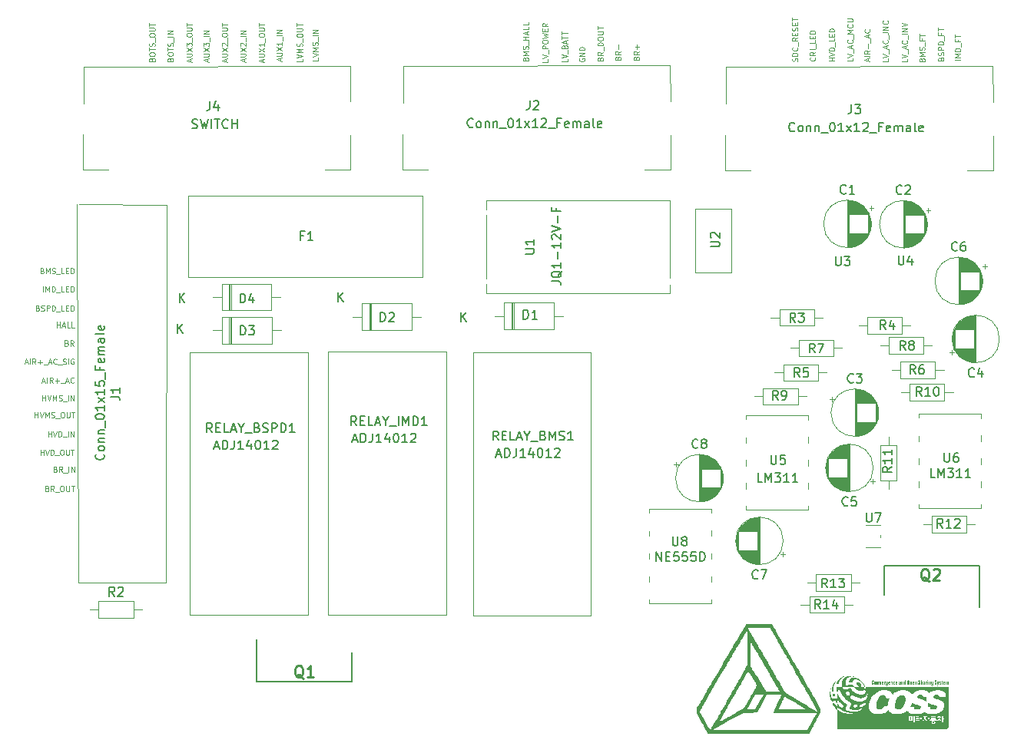
<source format=gbr>
%TF.GenerationSoftware,KiCad,Pcbnew,(6.0.2)*%
%TF.CreationDate,2022-07-20T19:38:25+09:00*%
%TF.ProjectId,shutdown,73687574-646f-4776-9e2e-6b696361645f,rev?*%
%TF.SameCoordinates,Original*%
%TF.FileFunction,Legend,Top*%
%TF.FilePolarity,Positive*%
%FSLAX46Y46*%
G04 Gerber Fmt 4.6, Leading zero omitted, Abs format (unit mm)*
G04 Created by KiCad (PCBNEW (6.0.2)) date 2022-07-20 19:38:25*
%MOMM*%
%LPD*%
G01*
G04 APERTURE LIST*
%ADD10C,0.030000*%
%ADD11C,0.150000*%
%ADD12C,0.254000*%
%ADD13C,0.120000*%
%ADD14C,0.200000*%
G04 APERTURE END LIST*
D10*
X130637142Y-97441428D02*
X130637142Y-96841428D01*
X130637142Y-97127142D02*
X130980000Y-97127142D01*
X130980000Y-97441428D02*
X130980000Y-96841428D01*
X131180000Y-96841428D02*
X131380000Y-97441428D01*
X131580000Y-96841428D01*
X131780000Y-97441428D02*
X131780000Y-96841428D01*
X131980000Y-97270000D01*
X132180000Y-96841428D01*
X132180000Y-97441428D01*
X132437142Y-97412857D02*
X132522857Y-97441428D01*
X132665714Y-97441428D01*
X132722857Y-97412857D01*
X132751428Y-97384285D01*
X132780000Y-97327142D01*
X132780000Y-97270000D01*
X132751428Y-97212857D01*
X132722857Y-97184285D01*
X132665714Y-97155714D01*
X132551428Y-97127142D01*
X132494285Y-97098571D01*
X132465714Y-97070000D01*
X132437142Y-97012857D01*
X132437142Y-96955714D01*
X132465714Y-96898571D01*
X132494285Y-96870000D01*
X132551428Y-96841428D01*
X132694285Y-96841428D01*
X132780000Y-96870000D01*
X132894285Y-97498571D02*
X133351428Y-97498571D01*
X133608571Y-96841428D02*
X133722857Y-96841428D01*
X133780000Y-96870000D01*
X133837142Y-96927142D01*
X133865714Y-97041428D01*
X133865714Y-97241428D01*
X133837142Y-97355714D01*
X133780000Y-97412857D01*
X133722857Y-97441428D01*
X133608571Y-97441428D01*
X133551428Y-97412857D01*
X133494285Y-97355714D01*
X133465714Y-97241428D01*
X133465714Y-97041428D01*
X133494285Y-96927142D01*
X133551428Y-96870000D01*
X133608571Y-96841428D01*
X134122857Y-96841428D02*
X134122857Y-97327142D01*
X134151428Y-97384285D01*
X134180000Y-97412857D01*
X134237142Y-97441428D01*
X134351428Y-97441428D01*
X134408571Y-97412857D01*
X134437142Y-97384285D01*
X134465714Y-97327142D01*
X134465714Y-96841428D01*
X134665714Y-96841428D02*
X135008571Y-96841428D01*
X134837142Y-97441428D02*
X134837142Y-96841428D01*
X232661428Y-57997142D02*
X232061428Y-57997142D01*
X232661428Y-57711428D02*
X232061428Y-57711428D01*
X232490000Y-57511428D01*
X232061428Y-57311428D01*
X232661428Y-57311428D01*
X232661428Y-57025714D02*
X232061428Y-57025714D01*
X232061428Y-56882857D01*
X232090000Y-56797142D01*
X232147142Y-56740000D01*
X232204285Y-56711428D01*
X232318571Y-56682857D01*
X232404285Y-56682857D01*
X232518571Y-56711428D01*
X232575714Y-56740000D01*
X232632857Y-56797142D01*
X232661428Y-56882857D01*
X232661428Y-57025714D01*
X232718571Y-56568571D02*
X232718571Y-56111428D01*
X232347142Y-55768571D02*
X232347142Y-55968571D01*
X232661428Y-55968571D02*
X232061428Y-55968571D01*
X232061428Y-55682857D01*
X232061428Y-55540000D02*
X232061428Y-55197142D01*
X232661428Y-55368571D02*
X232061428Y-55368571D01*
X226781428Y-57870000D02*
X226781428Y-58155714D01*
X226181428Y-58155714D01*
X226181428Y-57755714D02*
X226781428Y-57555714D01*
X226181428Y-57355714D01*
X226838571Y-57298571D02*
X226838571Y-56841428D01*
X226610000Y-56727142D02*
X226610000Y-56441428D01*
X226781428Y-56784285D02*
X226181428Y-56584285D01*
X226781428Y-56384285D01*
X226724285Y-55841428D02*
X226752857Y-55870000D01*
X226781428Y-55955714D01*
X226781428Y-56012857D01*
X226752857Y-56098571D01*
X226695714Y-56155714D01*
X226638571Y-56184285D01*
X226524285Y-56212857D01*
X226438571Y-56212857D01*
X226324285Y-56184285D01*
X226267142Y-56155714D01*
X226210000Y-56098571D01*
X226181428Y-56012857D01*
X226181428Y-55955714D01*
X226210000Y-55870000D01*
X226238571Y-55841428D01*
X226838571Y-55727142D02*
X226838571Y-55270000D01*
X226781428Y-55127142D02*
X226181428Y-55127142D01*
X226781428Y-54841428D02*
X226181428Y-54841428D01*
X226781428Y-54498571D01*
X226181428Y-54498571D01*
X226181428Y-54298571D02*
X226781428Y-54098571D01*
X226181428Y-53898571D01*
X187151428Y-57918571D02*
X187151428Y-58204285D01*
X186551428Y-58204285D01*
X186551428Y-57804285D02*
X187151428Y-57604285D01*
X186551428Y-57404285D01*
X187208571Y-57347142D02*
X187208571Y-56890000D01*
X187151428Y-56747142D02*
X186551428Y-56747142D01*
X186551428Y-56518571D01*
X186580000Y-56461428D01*
X186608571Y-56432857D01*
X186665714Y-56404285D01*
X186751428Y-56404285D01*
X186808571Y-56432857D01*
X186837142Y-56461428D01*
X186865714Y-56518571D01*
X186865714Y-56747142D01*
X186551428Y-56032857D02*
X186551428Y-55918571D01*
X186580000Y-55861428D01*
X186637142Y-55804285D01*
X186751428Y-55775714D01*
X186951428Y-55775714D01*
X187065714Y-55804285D01*
X187122857Y-55861428D01*
X187151428Y-55918571D01*
X187151428Y-56032857D01*
X187122857Y-56090000D01*
X187065714Y-56147142D01*
X186951428Y-56175714D01*
X186751428Y-56175714D01*
X186637142Y-56147142D01*
X186580000Y-56090000D01*
X186551428Y-56032857D01*
X186551428Y-55575714D02*
X187151428Y-55432857D01*
X186722857Y-55318571D01*
X187151428Y-55204285D01*
X186551428Y-55061428D01*
X186837142Y-54832857D02*
X186837142Y-54632857D01*
X187151428Y-54547142D02*
X187151428Y-54832857D01*
X186551428Y-54832857D01*
X186551428Y-54547142D01*
X187151428Y-53947142D02*
X186865714Y-54147142D01*
X187151428Y-54290000D02*
X186551428Y-54290000D01*
X186551428Y-54061428D01*
X186580000Y-54004285D01*
X186608571Y-53975714D01*
X186665714Y-53947142D01*
X186751428Y-53947142D01*
X186808571Y-53975714D01*
X186837142Y-54004285D01*
X186865714Y-54061428D01*
X186865714Y-54290000D01*
X149650000Y-58164285D02*
X149650000Y-57878571D01*
X149821428Y-58221428D02*
X149221428Y-58021428D01*
X149821428Y-57821428D01*
X149221428Y-57621428D02*
X149707142Y-57621428D01*
X149764285Y-57592857D01*
X149792857Y-57564285D01*
X149821428Y-57507142D01*
X149821428Y-57392857D01*
X149792857Y-57335714D01*
X149764285Y-57307142D01*
X149707142Y-57278571D01*
X149221428Y-57278571D01*
X149221428Y-57050000D02*
X149821428Y-56650000D01*
X149221428Y-56650000D02*
X149821428Y-57050000D01*
X149221428Y-56478571D02*
X149221428Y-56107142D01*
X149450000Y-56307142D01*
X149450000Y-56221428D01*
X149478571Y-56164285D01*
X149507142Y-56135714D01*
X149564285Y-56107142D01*
X149707142Y-56107142D01*
X149764285Y-56135714D01*
X149792857Y-56164285D01*
X149821428Y-56221428D01*
X149821428Y-56392857D01*
X149792857Y-56450000D01*
X149764285Y-56478571D01*
X149878571Y-55992857D02*
X149878571Y-55535714D01*
X149821428Y-55392857D02*
X149221428Y-55392857D01*
X149821428Y-55107142D02*
X149221428Y-55107142D01*
X149821428Y-54764285D01*
X149221428Y-54764285D01*
X214682857Y-58137142D02*
X214711428Y-58051428D01*
X214711428Y-57908571D01*
X214682857Y-57851428D01*
X214654285Y-57822857D01*
X214597142Y-57794285D01*
X214540000Y-57794285D01*
X214482857Y-57822857D01*
X214454285Y-57851428D01*
X214425714Y-57908571D01*
X214397142Y-58022857D01*
X214368571Y-58080000D01*
X214340000Y-58108571D01*
X214282857Y-58137142D01*
X214225714Y-58137142D01*
X214168571Y-58108571D01*
X214140000Y-58080000D01*
X214111428Y-58022857D01*
X214111428Y-57880000D01*
X214140000Y-57794285D01*
X214711428Y-57537142D02*
X214111428Y-57537142D01*
X214111428Y-57394285D01*
X214140000Y-57308571D01*
X214197142Y-57251428D01*
X214254285Y-57222857D01*
X214368571Y-57194285D01*
X214454285Y-57194285D01*
X214568571Y-57222857D01*
X214625714Y-57251428D01*
X214682857Y-57308571D01*
X214711428Y-57394285D01*
X214711428Y-57537142D01*
X214654285Y-56594285D02*
X214682857Y-56622857D01*
X214711428Y-56708571D01*
X214711428Y-56765714D01*
X214682857Y-56851428D01*
X214625714Y-56908571D01*
X214568571Y-56937142D01*
X214454285Y-56965714D01*
X214368571Y-56965714D01*
X214254285Y-56937142D01*
X214197142Y-56908571D01*
X214140000Y-56851428D01*
X214111428Y-56765714D01*
X214111428Y-56708571D01*
X214140000Y-56622857D01*
X214168571Y-56594285D01*
X214768571Y-56480000D02*
X214768571Y-56022857D01*
X214711428Y-55537142D02*
X214425714Y-55737142D01*
X214711428Y-55880000D02*
X214111428Y-55880000D01*
X214111428Y-55651428D01*
X214140000Y-55594285D01*
X214168571Y-55565714D01*
X214225714Y-55537142D01*
X214311428Y-55537142D01*
X214368571Y-55565714D01*
X214397142Y-55594285D01*
X214425714Y-55651428D01*
X214425714Y-55880000D01*
X214397142Y-55280000D02*
X214397142Y-55080000D01*
X214711428Y-54994285D02*
X214711428Y-55280000D01*
X214111428Y-55280000D01*
X214111428Y-54994285D01*
X214682857Y-54765714D02*
X214711428Y-54680000D01*
X214711428Y-54537142D01*
X214682857Y-54480000D01*
X214654285Y-54451428D01*
X214597142Y-54422857D01*
X214540000Y-54422857D01*
X214482857Y-54451428D01*
X214454285Y-54480000D01*
X214425714Y-54537142D01*
X214397142Y-54651428D01*
X214368571Y-54708571D01*
X214340000Y-54737142D01*
X214282857Y-54765714D01*
X214225714Y-54765714D01*
X214168571Y-54737142D01*
X214140000Y-54708571D01*
X214111428Y-54651428D01*
X214111428Y-54508571D01*
X214140000Y-54422857D01*
X214397142Y-54165714D02*
X214397142Y-53965714D01*
X214711428Y-53880000D02*
X214711428Y-54165714D01*
X214111428Y-54165714D01*
X214111428Y-53880000D01*
X214111428Y-53708571D02*
X214111428Y-53365714D01*
X214711428Y-53537142D02*
X214111428Y-53537142D01*
X161821428Y-57745714D02*
X161821428Y-58031428D01*
X161221428Y-58031428D01*
X161221428Y-57631428D02*
X161821428Y-57431428D01*
X161221428Y-57231428D01*
X161821428Y-57031428D02*
X161221428Y-57031428D01*
X161650000Y-56831428D01*
X161221428Y-56631428D01*
X161821428Y-56631428D01*
X161792857Y-56374285D02*
X161821428Y-56288571D01*
X161821428Y-56145714D01*
X161792857Y-56088571D01*
X161764285Y-56060000D01*
X161707142Y-56031428D01*
X161650000Y-56031428D01*
X161592857Y-56060000D01*
X161564285Y-56088571D01*
X161535714Y-56145714D01*
X161507142Y-56260000D01*
X161478571Y-56317142D01*
X161450000Y-56345714D01*
X161392857Y-56374285D01*
X161335714Y-56374285D01*
X161278571Y-56345714D01*
X161250000Y-56317142D01*
X161221428Y-56260000D01*
X161221428Y-56117142D01*
X161250000Y-56031428D01*
X161878571Y-55917142D02*
X161878571Y-55460000D01*
X161821428Y-55317142D02*
X161221428Y-55317142D01*
X161821428Y-55031428D02*
X161221428Y-55031428D01*
X161821428Y-54688571D01*
X161221428Y-54688571D01*
X194887142Y-57778571D02*
X194915714Y-57692857D01*
X194944285Y-57664285D01*
X195001428Y-57635714D01*
X195087142Y-57635714D01*
X195144285Y-57664285D01*
X195172857Y-57692857D01*
X195201428Y-57750000D01*
X195201428Y-57978571D01*
X194601428Y-57978571D01*
X194601428Y-57778571D01*
X194630000Y-57721428D01*
X194658571Y-57692857D01*
X194715714Y-57664285D01*
X194772857Y-57664285D01*
X194830000Y-57692857D01*
X194858571Y-57721428D01*
X194887142Y-57778571D01*
X194887142Y-57978571D01*
X195201428Y-57035714D02*
X194915714Y-57235714D01*
X195201428Y-57378571D02*
X194601428Y-57378571D01*
X194601428Y-57150000D01*
X194630000Y-57092857D01*
X194658571Y-57064285D01*
X194715714Y-57035714D01*
X194801428Y-57035714D01*
X194858571Y-57064285D01*
X194887142Y-57092857D01*
X194915714Y-57150000D01*
X194915714Y-57378571D01*
X194972857Y-56778571D02*
X194972857Y-56321428D01*
X153690000Y-58164285D02*
X153690000Y-57878571D01*
X153861428Y-58221428D02*
X153261428Y-58021428D01*
X153861428Y-57821428D01*
X153261428Y-57621428D02*
X153747142Y-57621428D01*
X153804285Y-57592857D01*
X153832857Y-57564285D01*
X153861428Y-57507142D01*
X153861428Y-57392857D01*
X153832857Y-57335714D01*
X153804285Y-57307142D01*
X153747142Y-57278571D01*
X153261428Y-57278571D01*
X153261428Y-57050000D02*
X153861428Y-56650000D01*
X153261428Y-56650000D02*
X153861428Y-57050000D01*
X153318571Y-56450000D02*
X153290000Y-56421428D01*
X153261428Y-56364285D01*
X153261428Y-56221428D01*
X153290000Y-56164285D01*
X153318571Y-56135714D01*
X153375714Y-56107142D01*
X153432857Y-56107142D01*
X153518571Y-56135714D01*
X153861428Y-56478571D01*
X153861428Y-56107142D01*
X153918571Y-55992857D02*
X153918571Y-55535714D01*
X153861428Y-55392857D02*
X153261428Y-55392857D01*
X153861428Y-55107142D02*
X153261428Y-55107142D01*
X153861428Y-54764285D01*
X153261428Y-54764285D01*
X184707142Y-57871428D02*
X184735714Y-57785714D01*
X184764285Y-57757142D01*
X184821428Y-57728571D01*
X184907142Y-57728571D01*
X184964285Y-57757142D01*
X184992857Y-57785714D01*
X185021428Y-57842857D01*
X185021428Y-58071428D01*
X184421428Y-58071428D01*
X184421428Y-57871428D01*
X184450000Y-57814285D01*
X184478571Y-57785714D01*
X184535714Y-57757142D01*
X184592857Y-57757142D01*
X184650000Y-57785714D01*
X184678571Y-57814285D01*
X184707142Y-57871428D01*
X184707142Y-58071428D01*
X185021428Y-57471428D02*
X184421428Y-57471428D01*
X184850000Y-57271428D01*
X184421428Y-57071428D01*
X185021428Y-57071428D01*
X184992857Y-56814285D02*
X185021428Y-56728571D01*
X185021428Y-56585714D01*
X184992857Y-56528571D01*
X184964285Y-56500000D01*
X184907142Y-56471428D01*
X184850000Y-56471428D01*
X184792857Y-56500000D01*
X184764285Y-56528571D01*
X184735714Y-56585714D01*
X184707142Y-56700000D01*
X184678571Y-56757142D01*
X184650000Y-56785714D01*
X184592857Y-56814285D01*
X184535714Y-56814285D01*
X184478571Y-56785714D01*
X184450000Y-56757142D01*
X184421428Y-56700000D01*
X184421428Y-56557142D01*
X184450000Y-56471428D01*
X185078571Y-56357142D02*
X185078571Y-55900000D01*
X185021428Y-55757142D02*
X184421428Y-55757142D01*
X184707142Y-55757142D02*
X184707142Y-55414285D01*
X185021428Y-55414285D02*
X184421428Y-55414285D01*
X184850000Y-55157142D02*
X184850000Y-54871428D01*
X185021428Y-55214285D02*
X184421428Y-55014285D01*
X185021428Y-54814285D01*
X185021428Y-54328571D02*
X185021428Y-54614285D01*
X184421428Y-54614285D01*
X185021428Y-53842857D02*
X185021428Y-54128571D01*
X184421428Y-54128571D01*
X131451428Y-81247142D02*
X131537142Y-81275714D01*
X131565714Y-81304285D01*
X131594285Y-81361428D01*
X131594285Y-81447142D01*
X131565714Y-81504285D01*
X131537142Y-81532857D01*
X131480000Y-81561428D01*
X131251428Y-81561428D01*
X131251428Y-80961428D01*
X131451428Y-80961428D01*
X131508571Y-80990000D01*
X131537142Y-81018571D01*
X131565714Y-81075714D01*
X131565714Y-81132857D01*
X131537142Y-81190000D01*
X131508571Y-81218571D01*
X131451428Y-81247142D01*
X131251428Y-81247142D01*
X131851428Y-81561428D02*
X131851428Y-80961428D01*
X132051428Y-81390000D01*
X132251428Y-80961428D01*
X132251428Y-81561428D01*
X132508571Y-81532857D02*
X132594285Y-81561428D01*
X132737142Y-81561428D01*
X132794285Y-81532857D01*
X132822857Y-81504285D01*
X132851428Y-81447142D01*
X132851428Y-81390000D01*
X132822857Y-81332857D01*
X132794285Y-81304285D01*
X132737142Y-81275714D01*
X132622857Y-81247142D01*
X132565714Y-81218571D01*
X132537142Y-81190000D01*
X132508571Y-81132857D01*
X132508571Y-81075714D01*
X132537142Y-81018571D01*
X132565714Y-80990000D01*
X132622857Y-80961428D01*
X132765714Y-80961428D01*
X132851428Y-80990000D01*
X132965714Y-81618571D02*
X133422857Y-81618571D01*
X133851428Y-81561428D02*
X133565714Y-81561428D01*
X133565714Y-80961428D01*
X134051428Y-81247142D02*
X134251428Y-81247142D01*
X134337142Y-81561428D02*
X134051428Y-81561428D01*
X134051428Y-80961428D01*
X134337142Y-80961428D01*
X134594285Y-81561428D02*
X134594285Y-80961428D01*
X134737142Y-80961428D01*
X134822857Y-80990000D01*
X134880000Y-81047142D01*
X134908571Y-81104285D01*
X134937142Y-81218571D01*
X134937142Y-81304285D01*
X134908571Y-81418571D01*
X134880000Y-81475714D01*
X134822857Y-81532857D01*
X134737142Y-81561428D01*
X134594285Y-81561428D01*
X155750000Y-58204285D02*
X155750000Y-57918571D01*
X155921428Y-58261428D02*
X155321428Y-58061428D01*
X155921428Y-57861428D01*
X155321428Y-57661428D02*
X155807142Y-57661428D01*
X155864285Y-57632857D01*
X155892857Y-57604285D01*
X155921428Y-57547142D01*
X155921428Y-57432857D01*
X155892857Y-57375714D01*
X155864285Y-57347142D01*
X155807142Y-57318571D01*
X155321428Y-57318571D01*
X155321428Y-57090000D02*
X155921428Y-56690000D01*
X155321428Y-56690000D02*
X155921428Y-57090000D01*
X155921428Y-56147142D02*
X155921428Y-56490000D01*
X155921428Y-56318571D02*
X155321428Y-56318571D01*
X155407142Y-56375714D01*
X155464285Y-56432857D01*
X155492857Y-56490000D01*
X155978571Y-56032857D02*
X155978571Y-55575714D01*
X155321428Y-55318571D02*
X155321428Y-55204285D01*
X155350000Y-55147142D01*
X155407142Y-55090000D01*
X155521428Y-55061428D01*
X155721428Y-55061428D01*
X155835714Y-55090000D01*
X155892857Y-55147142D01*
X155921428Y-55204285D01*
X155921428Y-55318571D01*
X155892857Y-55375714D01*
X155835714Y-55432857D01*
X155721428Y-55461428D01*
X155521428Y-55461428D01*
X155407142Y-55432857D01*
X155350000Y-55375714D01*
X155321428Y-55318571D01*
X155321428Y-54804285D02*
X155807142Y-54804285D01*
X155864285Y-54775714D01*
X155892857Y-54747142D01*
X155921428Y-54690000D01*
X155921428Y-54575714D01*
X155892857Y-54518571D01*
X155864285Y-54490000D01*
X155807142Y-54461428D01*
X155321428Y-54461428D01*
X155321428Y-54261428D02*
X155321428Y-53918571D01*
X155921428Y-54090000D02*
X155321428Y-54090000D01*
X145547142Y-57921428D02*
X145575714Y-57835714D01*
X145604285Y-57807142D01*
X145661428Y-57778571D01*
X145747142Y-57778571D01*
X145804285Y-57807142D01*
X145832857Y-57835714D01*
X145861428Y-57892857D01*
X145861428Y-58121428D01*
X145261428Y-58121428D01*
X145261428Y-57921428D01*
X145290000Y-57864285D01*
X145318571Y-57835714D01*
X145375714Y-57807142D01*
X145432857Y-57807142D01*
X145490000Y-57835714D01*
X145518571Y-57864285D01*
X145547142Y-57921428D01*
X145547142Y-58121428D01*
X145261428Y-57407142D02*
X145261428Y-57292857D01*
X145290000Y-57235714D01*
X145347142Y-57178571D01*
X145461428Y-57150000D01*
X145661428Y-57150000D01*
X145775714Y-57178571D01*
X145832857Y-57235714D01*
X145861428Y-57292857D01*
X145861428Y-57407142D01*
X145832857Y-57464285D01*
X145775714Y-57521428D01*
X145661428Y-57550000D01*
X145461428Y-57550000D01*
X145347142Y-57521428D01*
X145290000Y-57464285D01*
X145261428Y-57407142D01*
X145261428Y-56978571D02*
X145261428Y-56635714D01*
X145861428Y-56807142D02*
X145261428Y-56807142D01*
X145832857Y-56464285D02*
X145861428Y-56378571D01*
X145861428Y-56235714D01*
X145832857Y-56178571D01*
X145804285Y-56150000D01*
X145747142Y-56121428D01*
X145690000Y-56121428D01*
X145632857Y-56150000D01*
X145604285Y-56178571D01*
X145575714Y-56235714D01*
X145547142Y-56350000D01*
X145518571Y-56407142D01*
X145490000Y-56435714D01*
X145432857Y-56464285D01*
X145375714Y-56464285D01*
X145318571Y-56435714D01*
X145290000Y-56407142D01*
X145261428Y-56350000D01*
X145261428Y-56207142D01*
X145290000Y-56121428D01*
X145918571Y-56007142D02*
X145918571Y-55550000D01*
X145861428Y-55407142D02*
X145261428Y-55407142D01*
X145861428Y-55121428D02*
X145261428Y-55121428D01*
X145861428Y-54778571D01*
X145261428Y-54778571D01*
X157700000Y-58074285D02*
X157700000Y-57788571D01*
X157871428Y-58131428D02*
X157271428Y-57931428D01*
X157871428Y-57731428D01*
X157271428Y-57531428D02*
X157757142Y-57531428D01*
X157814285Y-57502857D01*
X157842857Y-57474285D01*
X157871428Y-57417142D01*
X157871428Y-57302857D01*
X157842857Y-57245714D01*
X157814285Y-57217142D01*
X157757142Y-57188571D01*
X157271428Y-57188571D01*
X157271428Y-56960000D02*
X157871428Y-56560000D01*
X157271428Y-56560000D02*
X157871428Y-56960000D01*
X157871428Y-56017142D02*
X157871428Y-56360000D01*
X157871428Y-56188571D02*
X157271428Y-56188571D01*
X157357142Y-56245714D01*
X157414285Y-56302857D01*
X157442857Y-56360000D01*
X157928571Y-55902857D02*
X157928571Y-55445714D01*
X157871428Y-55302857D02*
X157271428Y-55302857D01*
X157871428Y-55017142D02*
X157271428Y-55017142D01*
X157871428Y-54674285D01*
X157271428Y-54674285D01*
X228397142Y-57970000D02*
X228425714Y-57884285D01*
X228454285Y-57855714D01*
X228511428Y-57827142D01*
X228597142Y-57827142D01*
X228654285Y-57855714D01*
X228682857Y-57884285D01*
X228711428Y-57941428D01*
X228711428Y-58170000D01*
X228111428Y-58170000D01*
X228111428Y-57970000D01*
X228140000Y-57912857D01*
X228168571Y-57884285D01*
X228225714Y-57855714D01*
X228282857Y-57855714D01*
X228340000Y-57884285D01*
X228368571Y-57912857D01*
X228397142Y-57970000D01*
X228397142Y-58170000D01*
X228711428Y-57570000D02*
X228111428Y-57570000D01*
X228540000Y-57370000D01*
X228111428Y-57170000D01*
X228711428Y-57170000D01*
X228682857Y-56912857D02*
X228711428Y-56827142D01*
X228711428Y-56684285D01*
X228682857Y-56627142D01*
X228654285Y-56598571D01*
X228597142Y-56570000D01*
X228540000Y-56570000D01*
X228482857Y-56598571D01*
X228454285Y-56627142D01*
X228425714Y-56684285D01*
X228397142Y-56798571D01*
X228368571Y-56855714D01*
X228340000Y-56884285D01*
X228282857Y-56912857D01*
X228225714Y-56912857D01*
X228168571Y-56884285D01*
X228140000Y-56855714D01*
X228111428Y-56798571D01*
X228111428Y-56655714D01*
X228140000Y-56570000D01*
X228768571Y-56455714D02*
X228768571Y-55998571D01*
X228397142Y-55655714D02*
X228397142Y-55855714D01*
X228711428Y-55855714D02*
X228111428Y-55855714D01*
X228111428Y-55570000D01*
X228111428Y-55427142D02*
X228111428Y-55084285D01*
X228711428Y-55255714D02*
X228111428Y-55255714D01*
X130944285Y-85347142D02*
X131030000Y-85375714D01*
X131058571Y-85404285D01*
X131087142Y-85461428D01*
X131087142Y-85547142D01*
X131058571Y-85604285D01*
X131030000Y-85632857D01*
X130972857Y-85661428D01*
X130744285Y-85661428D01*
X130744285Y-85061428D01*
X130944285Y-85061428D01*
X131001428Y-85090000D01*
X131030000Y-85118571D01*
X131058571Y-85175714D01*
X131058571Y-85232857D01*
X131030000Y-85290000D01*
X131001428Y-85318571D01*
X130944285Y-85347142D01*
X130744285Y-85347142D01*
X131315714Y-85632857D02*
X131401428Y-85661428D01*
X131544285Y-85661428D01*
X131601428Y-85632857D01*
X131630000Y-85604285D01*
X131658571Y-85547142D01*
X131658571Y-85490000D01*
X131630000Y-85432857D01*
X131601428Y-85404285D01*
X131544285Y-85375714D01*
X131430000Y-85347142D01*
X131372857Y-85318571D01*
X131344285Y-85290000D01*
X131315714Y-85232857D01*
X131315714Y-85175714D01*
X131344285Y-85118571D01*
X131372857Y-85090000D01*
X131430000Y-85061428D01*
X131572857Y-85061428D01*
X131658571Y-85090000D01*
X131915714Y-85661428D02*
X131915714Y-85061428D01*
X132144285Y-85061428D01*
X132201428Y-85090000D01*
X132230000Y-85118571D01*
X132258571Y-85175714D01*
X132258571Y-85261428D01*
X132230000Y-85318571D01*
X132201428Y-85347142D01*
X132144285Y-85375714D01*
X131915714Y-85375714D01*
X132515714Y-85661428D02*
X132515714Y-85061428D01*
X132658571Y-85061428D01*
X132744285Y-85090000D01*
X132801428Y-85147142D01*
X132830000Y-85204285D01*
X132858571Y-85318571D01*
X132858571Y-85404285D01*
X132830000Y-85518571D01*
X132801428Y-85575714D01*
X132744285Y-85632857D01*
X132658571Y-85661428D01*
X132515714Y-85661428D01*
X132972857Y-85718571D02*
X133430000Y-85718571D01*
X133858571Y-85661428D02*
X133572857Y-85661428D01*
X133572857Y-85061428D01*
X134058571Y-85347142D02*
X134258571Y-85347142D01*
X134344285Y-85661428D02*
X134058571Y-85661428D01*
X134058571Y-85061428D01*
X134344285Y-85061428D01*
X134601428Y-85661428D02*
X134601428Y-85061428D01*
X134744285Y-85061428D01*
X134830000Y-85090000D01*
X134887142Y-85147142D01*
X134915714Y-85204285D01*
X134944285Y-85318571D01*
X134944285Y-85404285D01*
X134915714Y-85518571D01*
X134887142Y-85575714D01*
X134830000Y-85632857D01*
X134744285Y-85661428D01*
X134601428Y-85661428D01*
X218771428Y-58111428D02*
X218171428Y-58111428D01*
X218457142Y-58111428D02*
X218457142Y-57768571D01*
X218771428Y-57768571D02*
X218171428Y-57768571D01*
X218171428Y-57568571D02*
X218771428Y-57368571D01*
X218171428Y-57168571D01*
X218771428Y-56968571D02*
X218171428Y-56968571D01*
X218171428Y-56825714D01*
X218200000Y-56740000D01*
X218257142Y-56682857D01*
X218314285Y-56654285D01*
X218428571Y-56625714D01*
X218514285Y-56625714D01*
X218628571Y-56654285D01*
X218685714Y-56682857D01*
X218742857Y-56740000D01*
X218771428Y-56825714D01*
X218771428Y-56968571D01*
X218828571Y-56511428D02*
X218828571Y-56054285D01*
X218771428Y-55625714D02*
X218771428Y-55911428D01*
X218171428Y-55911428D01*
X218457142Y-55425714D02*
X218457142Y-55225714D01*
X218771428Y-55140000D02*
X218771428Y-55425714D01*
X218171428Y-55425714D01*
X218171428Y-55140000D01*
X218771428Y-54882857D02*
X218171428Y-54882857D01*
X218171428Y-54740000D01*
X218200000Y-54654285D01*
X218257142Y-54597142D01*
X218314285Y-54568571D01*
X218428571Y-54540000D01*
X218514285Y-54540000D01*
X218628571Y-54568571D01*
X218685714Y-54597142D01*
X218742857Y-54654285D01*
X218771428Y-54740000D01*
X218771428Y-54882857D01*
X134142857Y-89217142D02*
X134228571Y-89245714D01*
X134257142Y-89274285D01*
X134285714Y-89331428D01*
X134285714Y-89417142D01*
X134257142Y-89474285D01*
X134228571Y-89502857D01*
X134171428Y-89531428D01*
X133942857Y-89531428D01*
X133942857Y-88931428D01*
X134142857Y-88931428D01*
X134200000Y-88960000D01*
X134228571Y-88988571D01*
X134257142Y-89045714D01*
X134257142Y-89102857D01*
X134228571Y-89160000D01*
X134200000Y-89188571D01*
X134142857Y-89217142D01*
X133942857Y-89217142D01*
X134885714Y-89531428D02*
X134685714Y-89245714D01*
X134542857Y-89531428D02*
X134542857Y-88931428D01*
X134771428Y-88931428D01*
X134828571Y-88960000D01*
X134857142Y-88988571D01*
X134885714Y-89045714D01*
X134885714Y-89131428D01*
X134857142Y-89188571D01*
X134828571Y-89217142D01*
X134771428Y-89245714D01*
X134542857Y-89245714D01*
X216594285Y-57700000D02*
X216622857Y-57728571D01*
X216651428Y-57814285D01*
X216651428Y-57871428D01*
X216622857Y-57957142D01*
X216565714Y-58014285D01*
X216508571Y-58042857D01*
X216394285Y-58071428D01*
X216308571Y-58071428D01*
X216194285Y-58042857D01*
X216137142Y-58014285D01*
X216080000Y-57957142D01*
X216051428Y-57871428D01*
X216051428Y-57814285D01*
X216080000Y-57728571D01*
X216108571Y-57700000D01*
X216651428Y-57100000D02*
X216365714Y-57300000D01*
X216651428Y-57442857D02*
X216051428Y-57442857D01*
X216051428Y-57214285D01*
X216080000Y-57157142D01*
X216108571Y-57128571D01*
X216165714Y-57100000D01*
X216251428Y-57100000D01*
X216308571Y-57128571D01*
X216337142Y-57157142D01*
X216365714Y-57214285D01*
X216365714Y-57442857D01*
X216651428Y-56842857D02*
X216051428Y-56842857D01*
X216708571Y-56700000D02*
X216708571Y-56242857D01*
X216651428Y-55814285D02*
X216651428Y-56100000D01*
X216051428Y-56100000D01*
X216337142Y-55614285D02*
X216337142Y-55414285D01*
X216651428Y-55328571D02*
X216651428Y-55614285D01*
X216051428Y-55614285D01*
X216051428Y-55328571D01*
X216651428Y-55071428D02*
X216051428Y-55071428D01*
X216051428Y-54928571D01*
X216080000Y-54842857D01*
X216137142Y-54785714D01*
X216194285Y-54757142D01*
X216308571Y-54728571D01*
X216394285Y-54728571D01*
X216508571Y-54757142D01*
X216565714Y-54785714D01*
X216622857Y-54842857D01*
X216651428Y-54928571D01*
X216651428Y-55071428D01*
X190650000Y-57827142D02*
X190621428Y-57884285D01*
X190621428Y-57970000D01*
X190650000Y-58055714D01*
X190707142Y-58112857D01*
X190764285Y-58141428D01*
X190878571Y-58170000D01*
X190964285Y-58170000D01*
X191078571Y-58141428D01*
X191135714Y-58112857D01*
X191192857Y-58055714D01*
X191221428Y-57970000D01*
X191221428Y-57912857D01*
X191192857Y-57827142D01*
X191164285Y-57798571D01*
X190964285Y-57798571D01*
X190964285Y-57912857D01*
X191221428Y-57541428D02*
X190621428Y-57541428D01*
X191221428Y-57198571D01*
X190621428Y-57198571D01*
X191221428Y-56912857D02*
X190621428Y-56912857D01*
X190621428Y-56770000D01*
X190650000Y-56684285D01*
X190707142Y-56627142D01*
X190764285Y-56598571D01*
X190878571Y-56570000D01*
X190964285Y-56570000D01*
X191078571Y-56598571D01*
X191135714Y-56627142D01*
X191192857Y-56684285D01*
X191221428Y-56770000D01*
X191221428Y-56912857D01*
X143537142Y-57941428D02*
X143565714Y-57855714D01*
X143594285Y-57827142D01*
X143651428Y-57798571D01*
X143737142Y-57798571D01*
X143794285Y-57827142D01*
X143822857Y-57855714D01*
X143851428Y-57912857D01*
X143851428Y-58141428D01*
X143251428Y-58141428D01*
X143251428Y-57941428D01*
X143280000Y-57884285D01*
X143308571Y-57855714D01*
X143365714Y-57827142D01*
X143422857Y-57827142D01*
X143480000Y-57855714D01*
X143508571Y-57884285D01*
X143537142Y-57941428D01*
X143537142Y-58141428D01*
X143251428Y-57427142D02*
X143251428Y-57312857D01*
X143280000Y-57255714D01*
X143337142Y-57198571D01*
X143451428Y-57170000D01*
X143651428Y-57170000D01*
X143765714Y-57198571D01*
X143822857Y-57255714D01*
X143851428Y-57312857D01*
X143851428Y-57427142D01*
X143822857Y-57484285D01*
X143765714Y-57541428D01*
X143651428Y-57570000D01*
X143451428Y-57570000D01*
X143337142Y-57541428D01*
X143280000Y-57484285D01*
X143251428Y-57427142D01*
X143251428Y-56998571D02*
X143251428Y-56655714D01*
X143851428Y-56827142D02*
X143251428Y-56827142D01*
X143822857Y-56484285D02*
X143851428Y-56398571D01*
X143851428Y-56255714D01*
X143822857Y-56198571D01*
X143794285Y-56170000D01*
X143737142Y-56141428D01*
X143680000Y-56141428D01*
X143622857Y-56170000D01*
X143594285Y-56198571D01*
X143565714Y-56255714D01*
X143537142Y-56370000D01*
X143508571Y-56427142D01*
X143480000Y-56455714D01*
X143422857Y-56484285D01*
X143365714Y-56484285D01*
X143308571Y-56455714D01*
X143280000Y-56427142D01*
X143251428Y-56370000D01*
X143251428Y-56227142D01*
X143280000Y-56141428D01*
X143908571Y-56027142D02*
X143908571Y-55570000D01*
X143251428Y-55312857D02*
X143251428Y-55198571D01*
X143280000Y-55141428D01*
X143337142Y-55084285D01*
X143451428Y-55055714D01*
X143651428Y-55055714D01*
X143765714Y-55084285D01*
X143822857Y-55141428D01*
X143851428Y-55198571D01*
X143851428Y-55312857D01*
X143822857Y-55370000D01*
X143765714Y-55427142D01*
X143651428Y-55455714D01*
X143451428Y-55455714D01*
X143337142Y-55427142D01*
X143280000Y-55370000D01*
X143251428Y-55312857D01*
X143251428Y-54798571D02*
X143737142Y-54798571D01*
X143794285Y-54770000D01*
X143822857Y-54741428D01*
X143851428Y-54684285D01*
X143851428Y-54570000D01*
X143822857Y-54512857D01*
X143794285Y-54484285D01*
X143737142Y-54455714D01*
X143251428Y-54455714D01*
X143251428Y-54255714D02*
X143251428Y-53912857D01*
X143851428Y-54084285D02*
X143251428Y-54084285D01*
X224661428Y-57848571D02*
X224661428Y-58134285D01*
X224061428Y-58134285D01*
X224061428Y-57734285D02*
X224661428Y-57534285D01*
X224061428Y-57334285D01*
X224718571Y-57277142D02*
X224718571Y-56820000D01*
X224490000Y-56705714D02*
X224490000Y-56420000D01*
X224661428Y-56762857D02*
X224061428Y-56562857D01*
X224661428Y-56362857D01*
X224604285Y-55820000D02*
X224632857Y-55848571D01*
X224661428Y-55934285D01*
X224661428Y-55991428D01*
X224632857Y-56077142D01*
X224575714Y-56134285D01*
X224518571Y-56162857D01*
X224404285Y-56191428D01*
X224318571Y-56191428D01*
X224204285Y-56162857D01*
X224147142Y-56134285D01*
X224090000Y-56077142D01*
X224061428Y-55991428D01*
X224061428Y-55934285D01*
X224090000Y-55848571D01*
X224118571Y-55820000D01*
X224718571Y-55705714D02*
X224718571Y-55248571D01*
X224061428Y-54934285D02*
X224490000Y-54934285D01*
X224575714Y-54962857D01*
X224632857Y-55020000D01*
X224661428Y-55105714D01*
X224661428Y-55162857D01*
X224661428Y-54648571D02*
X224061428Y-54648571D01*
X224661428Y-54305714D01*
X224061428Y-54305714D01*
X224604285Y-53677142D02*
X224632857Y-53705714D01*
X224661428Y-53791428D01*
X224661428Y-53848571D01*
X224632857Y-53934285D01*
X224575714Y-53991428D01*
X224518571Y-54020000D01*
X224404285Y-54048571D01*
X224318571Y-54048571D01*
X224204285Y-54020000D01*
X224147142Y-53991428D01*
X224090000Y-53934285D01*
X224061428Y-53848571D01*
X224061428Y-53791428D01*
X224090000Y-53705714D01*
X224118571Y-53677142D01*
X131467142Y-95571428D02*
X131467142Y-94971428D01*
X131467142Y-95257142D02*
X131810000Y-95257142D01*
X131810000Y-95571428D02*
X131810000Y-94971428D01*
X132010000Y-94971428D02*
X132210000Y-95571428D01*
X132410000Y-94971428D01*
X132610000Y-95571428D02*
X132610000Y-94971428D01*
X132810000Y-95400000D01*
X133010000Y-94971428D01*
X133010000Y-95571428D01*
X133267142Y-95542857D02*
X133352857Y-95571428D01*
X133495714Y-95571428D01*
X133552857Y-95542857D01*
X133581428Y-95514285D01*
X133610000Y-95457142D01*
X133610000Y-95400000D01*
X133581428Y-95342857D01*
X133552857Y-95314285D01*
X133495714Y-95285714D01*
X133381428Y-95257142D01*
X133324285Y-95228571D01*
X133295714Y-95200000D01*
X133267142Y-95142857D01*
X133267142Y-95085714D01*
X133295714Y-95028571D01*
X133324285Y-95000000D01*
X133381428Y-94971428D01*
X133524285Y-94971428D01*
X133610000Y-95000000D01*
X133724285Y-95628571D02*
X134181428Y-95628571D01*
X134324285Y-95571428D02*
X134324285Y-94971428D01*
X134610000Y-95571428D02*
X134610000Y-94971428D01*
X134952857Y-95571428D01*
X134952857Y-94971428D01*
X133055714Y-87501428D02*
X133055714Y-86901428D01*
X133055714Y-87187142D02*
X133398571Y-87187142D01*
X133398571Y-87501428D02*
X133398571Y-86901428D01*
X133655714Y-87330000D02*
X133941428Y-87330000D01*
X133598571Y-87501428D02*
X133798571Y-86901428D01*
X133998571Y-87501428D01*
X134484285Y-87501428D02*
X134198571Y-87501428D01*
X134198571Y-86901428D01*
X134970000Y-87501428D02*
X134684285Y-87501428D01*
X134684285Y-86901428D01*
X192937142Y-57862857D02*
X192965714Y-57777142D01*
X192994285Y-57748571D01*
X193051428Y-57720000D01*
X193137142Y-57720000D01*
X193194285Y-57748571D01*
X193222857Y-57777142D01*
X193251428Y-57834285D01*
X193251428Y-58062857D01*
X192651428Y-58062857D01*
X192651428Y-57862857D01*
X192680000Y-57805714D01*
X192708571Y-57777142D01*
X192765714Y-57748571D01*
X192822857Y-57748571D01*
X192880000Y-57777142D01*
X192908571Y-57805714D01*
X192937142Y-57862857D01*
X192937142Y-58062857D01*
X193251428Y-57120000D02*
X192965714Y-57320000D01*
X193251428Y-57462857D02*
X192651428Y-57462857D01*
X192651428Y-57234285D01*
X192680000Y-57177142D01*
X192708571Y-57148571D01*
X192765714Y-57120000D01*
X192851428Y-57120000D01*
X192908571Y-57148571D01*
X192937142Y-57177142D01*
X192965714Y-57234285D01*
X192965714Y-57462857D01*
X193308571Y-57005714D02*
X193308571Y-56548571D01*
X193251428Y-56405714D02*
X192651428Y-56405714D01*
X192651428Y-56262857D01*
X192680000Y-56177142D01*
X192737142Y-56120000D01*
X192794285Y-56091428D01*
X192908571Y-56062857D01*
X192994285Y-56062857D01*
X193108571Y-56091428D01*
X193165714Y-56120000D01*
X193222857Y-56177142D01*
X193251428Y-56262857D01*
X193251428Y-56405714D01*
X192651428Y-55691428D02*
X192651428Y-55577142D01*
X192680000Y-55520000D01*
X192737142Y-55462857D01*
X192851428Y-55434285D01*
X193051428Y-55434285D01*
X193165714Y-55462857D01*
X193222857Y-55520000D01*
X193251428Y-55577142D01*
X193251428Y-55691428D01*
X193222857Y-55748571D01*
X193165714Y-55805714D01*
X193051428Y-55834285D01*
X192851428Y-55834285D01*
X192737142Y-55805714D01*
X192680000Y-55748571D01*
X192651428Y-55691428D01*
X192651428Y-55177142D02*
X193137142Y-55177142D01*
X193194285Y-55148571D01*
X193222857Y-55120000D01*
X193251428Y-55062857D01*
X193251428Y-54948571D01*
X193222857Y-54891428D01*
X193194285Y-54862857D01*
X193137142Y-54834285D01*
X192651428Y-54834285D01*
X192651428Y-54634285D02*
X192651428Y-54291428D01*
X193251428Y-54462857D02*
X192651428Y-54462857D01*
X230467142Y-57867142D02*
X230495714Y-57781428D01*
X230524285Y-57752857D01*
X230581428Y-57724285D01*
X230667142Y-57724285D01*
X230724285Y-57752857D01*
X230752857Y-57781428D01*
X230781428Y-57838571D01*
X230781428Y-58067142D01*
X230181428Y-58067142D01*
X230181428Y-57867142D01*
X230210000Y-57810000D01*
X230238571Y-57781428D01*
X230295714Y-57752857D01*
X230352857Y-57752857D01*
X230410000Y-57781428D01*
X230438571Y-57810000D01*
X230467142Y-57867142D01*
X230467142Y-58067142D01*
X230752857Y-57495714D02*
X230781428Y-57410000D01*
X230781428Y-57267142D01*
X230752857Y-57210000D01*
X230724285Y-57181428D01*
X230667142Y-57152857D01*
X230610000Y-57152857D01*
X230552857Y-57181428D01*
X230524285Y-57210000D01*
X230495714Y-57267142D01*
X230467142Y-57381428D01*
X230438571Y-57438571D01*
X230410000Y-57467142D01*
X230352857Y-57495714D01*
X230295714Y-57495714D01*
X230238571Y-57467142D01*
X230210000Y-57438571D01*
X230181428Y-57381428D01*
X230181428Y-57238571D01*
X230210000Y-57152857D01*
X230781428Y-56895714D02*
X230181428Y-56895714D01*
X230181428Y-56667142D01*
X230210000Y-56610000D01*
X230238571Y-56581428D01*
X230295714Y-56552857D01*
X230381428Y-56552857D01*
X230438571Y-56581428D01*
X230467142Y-56610000D01*
X230495714Y-56667142D01*
X230495714Y-56895714D01*
X230781428Y-56295714D02*
X230181428Y-56295714D01*
X230181428Y-56152857D01*
X230210000Y-56067142D01*
X230267142Y-56010000D01*
X230324285Y-55981428D01*
X230438571Y-55952857D01*
X230524285Y-55952857D01*
X230638571Y-55981428D01*
X230695714Y-56010000D01*
X230752857Y-56067142D01*
X230781428Y-56152857D01*
X230781428Y-56295714D01*
X230838571Y-55838571D02*
X230838571Y-55381428D01*
X230467142Y-55038571D02*
X230467142Y-55238571D01*
X230781428Y-55238571D02*
X230181428Y-55238571D01*
X230181428Y-54952857D01*
X230181428Y-54810000D02*
X230181428Y-54467142D01*
X230781428Y-54638571D02*
X230181428Y-54638571D01*
X131427142Y-93430000D02*
X131712857Y-93430000D01*
X131370000Y-93601428D02*
X131570000Y-93001428D01*
X131770000Y-93601428D01*
X131970000Y-93601428D02*
X131970000Y-93001428D01*
X132598571Y-93601428D02*
X132398571Y-93315714D01*
X132255714Y-93601428D02*
X132255714Y-93001428D01*
X132484285Y-93001428D01*
X132541428Y-93030000D01*
X132570000Y-93058571D01*
X132598571Y-93115714D01*
X132598571Y-93201428D01*
X132570000Y-93258571D01*
X132541428Y-93287142D01*
X132484285Y-93315714D01*
X132255714Y-93315714D01*
X132855714Y-93372857D02*
X133312857Y-93372857D01*
X133084285Y-93601428D02*
X133084285Y-93144285D01*
X133455714Y-93658571D02*
X133912857Y-93658571D01*
X134027142Y-93430000D02*
X134312857Y-93430000D01*
X133970000Y-93601428D02*
X134170000Y-93001428D01*
X134370000Y-93601428D01*
X134912857Y-93544285D02*
X134884285Y-93572857D01*
X134798571Y-93601428D01*
X134741428Y-93601428D01*
X134655714Y-93572857D01*
X134598571Y-93515714D01*
X134570000Y-93458571D01*
X134541428Y-93344285D01*
X134541428Y-93258571D01*
X134570000Y-93144285D01*
X134598571Y-93087142D01*
X134655714Y-93030000D01*
X134741428Y-93001428D01*
X134798571Y-93001428D01*
X134884285Y-93030000D01*
X134912857Y-93058571D01*
X189321428Y-57884285D02*
X189321428Y-58170000D01*
X188721428Y-58170000D01*
X188721428Y-57770000D02*
X189321428Y-57570000D01*
X188721428Y-57370000D01*
X189378571Y-57312857D02*
X189378571Y-56855714D01*
X189007142Y-56512857D02*
X189035714Y-56427142D01*
X189064285Y-56398571D01*
X189121428Y-56370000D01*
X189207142Y-56370000D01*
X189264285Y-56398571D01*
X189292857Y-56427142D01*
X189321428Y-56484285D01*
X189321428Y-56712857D01*
X188721428Y-56712857D01*
X188721428Y-56512857D01*
X188750000Y-56455714D01*
X188778571Y-56427142D01*
X188835714Y-56398571D01*
X188892857Y-56398571D01*
X188950000Y-56427142D01*
X188978571Y-56455714D01*
X189007142Y-56512857D01*
X189007142Y-56712857D01*
X189150000Y-56141428D02*
X189150000Y-55855714D01*
X189321428Y-56198571D02*
X188721428Y-55998571D01*
X189321428Y-55798571D01*
X188721428Y-55684285D02*
X188721428Y-55341428D01*
X189321428Y-55512857D02*
X188721428Y-55512857D01*
X188721428Y-55227142D02*
X188721428Y-54884285D01*
X189321428Y-55055714D02*
X188721428Y-55055714D01*
X222500000Y-58112857D02*
X222500000Y-57827142D01*
X222671428Y-58170000D02*
X222071428Y-57970000D01*
X222671428Y-57770000D01*
X222671428Y-57570000D02*
X222071428Y-57570000D01*
X222671428Y-56941428D02*
X222385714Y-57141428D01*
X222671428Y-57284285D02*
X222071428Y-57284285D01*
X222071428Y-57055714D01*
X222100000Y-56998571D01*
X222128571Y-56970000D01*
X222185714Y-56941428D01*
X222271428Y-56941428D01*
X222328571Y-56970000D01*
X222357142Y-56998571D01*
X222385714Y-57055714D01*
X222385714Y-57284285D01*
X222442857Y-56684285D02*
X222442857Y-56227142D01*
X222728571Y-56084285D02*
X222728571Y-55627142D01*
X222500000Y-55512857D02*
X222500000Y-55227142D01*
X222671428Y-55570000D02*
X222071428Y-55370000D01*
X222671428Y-55170000D01*
X222614285Y-54627142D02*
X222642857Y-54655714D01*
X222671428Y-54741428D01*
X222671428Y-54798571D01*
X222642857Y-54884285D01*
X222585714Y-54941428D01*
X222528571Y-54970000D01*
X222414285Y-54998571D01*
X222328571Y-54998571D01*
X222214285Y-54970000D01*
X222157142Y-54941428D01*
X222100000Y-54884285D01*
X222071428Y-54798571D01*
X222071428Y-54741428D01*
X222100000Y-54655714D01*
X222128571Y-54627142D01*
X129550000Y-91370000D02*
X129835714Y-91370000D01*
X129492857Y-91541428D02*
X129692857Y-90941428D01*
X129892857Y-91541428D01*
X130092857Y-91541428D02*
X130092857Y-90941428D01*
X130721428Y-91541428D02*
X130521428Y-91255714D01*
X130378571Y-91541428D02*
X130378571Y-90941428D01*
X130607142Y-90941428D01*
X130664285Y-90970000D01*
X130692857Y-90998571D01*
X130721428Y-91055714D01*
X130721428Y-91141428D01*
X130692857Y-91198571D01*
X130664285Y-91227142D01*
X130607142Y-91255714D01*
X130378571Y-91255714D01*
X130978571Y-91312857D02*
X131435714Y-91312857D01*
X131207142Y-91541428D02*
X131207142Y-91084285D01*
X131578571Y-91598571D02*
X132035714Y-91598571D01*
X132150000Y-91370000D02*
X132435714Y-91370000D01*
X132092857Y-91541428D02*
X132292857Y-90941428D01*
X132492857Y-91541428D01*
X133035714Y-91484285D02*
X133007142Y-91512857D01*
X132921428Y-91541428D01*
X132864285Y-91541428D01*
X132778571Y-91512857D01*
X132721428Y-91455714D01*
X132692857Y-91398571D01*
X132664285Y-91284285D01*
X132664285Y-91198571D01*
X132692857Y-91084285D01*
X132721428Y-91027142D01*
X132778571Y-90970000D01*
X132864285Y-90941428D01*
X132921428Y-90941428D01*
X133007142Y-90970000D01*
X133035714Y-90998571D01*
X133150000Y-91598571D02*
X133607142Y-91598571D01*
X133721428Y-91512857D02*
X133807142Y-91541428D01*
X133950000Y-91541428D01*
X134007142Y-91512857D01*
X134035714Y-91484285D01*
X134064285Y-91427142D01*
X134064285Y-91370000D01*
X134035714Y-91312857D01*
X134007142Y-91284285D01*
X133950000Y-91255714D01*
X133835714Y-91227142D01*
X133778571Y-91198571D01*
X133750000Y-91170000D01*
X133721428Y-91112857D01*
X133721428Y-91055714D01*
X133750000Y-90998571D01*
X133778571Y-90970000D01*
X133835714Y-90941428D01*
X133978571Y-90941428D01*
X134064285Y-90970000D01*
X134321428Y-91541428D02*
X134321428Y-90941428D01*
X134921428Y-90970000D02*
X134864285Y-90941428D01*
X134778571Y-90941428D01*
X134692857Y-90970000D01*
X134635714Y-91027142D01*
X134607142Y-91084285D01*
X134578571Y-91198571D01*
X134578571Y-91284285D01*
X134607142Y-91398571D01*
X134635714Y-91455714D01*
X134692857Y-91512857D01*
X134778571Y-91541428D01*
X134835714Y-91541428D01*
X134921428Y-91512857D01*
X134950000Y-91484285D01*
X134950000Y-91284285D01*
X134835714Y-91284285D01*
X131534285Y-83551428D02*
X131534285Y-82951428D01*
X131820000Y-83551428D02*
X131820000Y-82951428D01*
X132020000Y-83380000D01*
X132220000Y-82951428D01*
X132220000Y-83551428D01*
X132505714Y-83551428D02*
X132505714Y-82951428D01*
X132648571Y-82951428D01*
X132734285Y-82980000D01*
X132791428Y-83037142D01*
X132820000Y-83094285D01*
X132848571Y-83208571D01*
X132848571Y-83294285D01*
X132820000Y-83408571D01*
X132791428Y-83465714D01*
X132734285Y-83522857D01*
X132648571Y-83551428D01*
X132505714Y-83551428D01*
X132962857Y-83608571D02*
X133420000Y-83608571D01*
X133848571Y-83551428D02*
X133562857Y-83551428D01*
X133562857Y-82951428D01*
X134048571Y-83237142D02*
X134248571Y-83237142D01*
X134334285Y-83551428D02*
X134048571Y-83551428D01*
X134048571Y-82951428D01*
X134334285Y-82951428D01*
X134591428Y-83551428D02*
X134591428Y-82951428D01*
X134734285Y-82951428D01*
X134820000Y-82980000D01*
X134877142Y-83037142D01*
X134905714Y-83094285D01*
X134934285Y-83208571D01*
X134934285Y-83294285D01*
X134905714Y-83408571D01*
X134877142Y-83465714D01*
X134820000Y-83522857D01*
X134734285Y-83551428D01*
X134591428Y-83551428D01*
X196917142Y-57778571D02*
X196945714Y-57692857D01*
X196974285Y-57664285D01*
X197031428Y-57635714D01*
X197117142Y-57635714D01*
X197174285Y-57664285D01*
X197202857Y-57692857D01*
X197231428Y-57750000D01*
X197231428Y-57978571D01*
X196631428Y-57978571D01*
X196631428Y-57778571D01*
X196660000Y-57721428D01*
X196688571Y-57692857D01*
X196745714Y-57664285D01*
X196802857Y-57664285D01*
X196860000Y-57692857D01*
X196888571Y-57721428D01*
X196917142Y-57778571D01*
X196917142Y-57978571D01*
X197231428Y-57035714D02*
X196945714Y-57235714D01*
X197231428Y-57378571D02*
X196631428Y-57378571D01*
X196631428Y-57150000D01*
X196660000Y-57092857D01*
X196688571Y-57064285D01*
X196745714Y-57035714D01*
X196831428Y-57035714D01*
X196888571Y-57064285D01*
X196917142Y-57092857D01*
X196945714Y-57150000D01*
X196945714Y-57378571D01*
X197002857Y-56778571D02*
X197002857Y-56321428D01*
X197231428Y-56550000D02*
X196774285Y-56550000D01*
X147760000Y-58174285D02*
X147760000Y-57888571D01*
X147931428Y-58231428D02*
X147331428Y-58031428D01*
X147931428Y-57831428D01*
X147331428Y-57631428D02*
X147817142Y-57631428D01*
X147874285Y-57602857D01*
X147902857Y-57574285D01*
X147931428Y-57517142D01*
X147931428Y-57402857D01*
X147902857Y-57345714D01*
X147874285Y-57317142D01*
X147817142Y-57288571D01*
X147331428Y-57288571D01*
X147331428Y-57060000D02*
X147931428Y-56660000D01*
X147331428Y-56660000D02*
X147931428Y-57060000D01*
X147331428Y-56488571D02*
X147331428Y-56117142D01*
X147560000Y-56317142D01*
X147560000Y-56231428D01*
X147588571Y-56174285D01*
X147617142Y-56145714D01*
X147674285Y-56117142D01*
X147817142Y-56117142D01*
X147874285Y-56145714D01*
X147902857Y-56174285D01*
X147931428Y-56231428D01*
X147931428Y-56402857D01*
X147902857Y-56460000D01*
X147874285Y-56488571D01*
X147988571Y-56002857D02*
X147988571Y-55545714D01*
X147331428Y-55288571D02*
X147331428Y-55174285D01*
X147360000Y-55117142D01*
X147417142Y-55060000D01*
X147531428Y-55031428D01*
X147731428Y-55031428D01*
X147845714Y-55060000D01*
X147902857Y-55117142D01*
X147931428Y-55174285D01*
X147931428Y-55288571D01*
X147902857Y-55345714D01*
X147845714Y-55402857D01*
X147731428Y-55431428D01*
X147531428Y-55431428D01*
X147417142Y-55402857D01*
X147360000Y-55345714D01*
X147331428Y-55288571D01*
X147331428Y-54774285D02*
X147817142Y-54774285D01*
X147874285Y-54745714D01*
X147902857Y-54717142D01*
X147931428Y-54660000D01*
X147931428Y-54545714D01*
X147902857Y-54488571D01*
X147874285Y-54460000D01*
X147817142Y-54431428D01*
X147331428Y-54431428D01*
X147331428Y-54231428D02*
X147331428Y-53888571D01*
X147931428Y-54060000D02*
X147331428Y-54060000D01*
X131235714Y-101561428D02*
X131235714Y-100961428D01*
X131235714Y-101247142D02*
X131578571Y-101247142D01*
X131578571Y-101561428D02*
X131578571Y-100961428D01*
X131778571Y-100961428D02*
X131978571Y-101561428D01*
X132178571Y-100961428D01*
X132378571Y-101561428D02*
X132378571Y-100961428D01*
X132521428Y-100961428D01*
X132607142Y-100990000D01*
X132664285Y-101047142D01*
X132692857Y-101104285D01*
X132721428Y-101218571D01*
X132721428Y-101304285D01*
X132692857Y-101418571D01*
X132664285Y-101475714D01*
X132607142Y-101532857D01*
X132521428Y-101561428D01*
X132378571Y-101561428D01*
X132835714Y-101618571D02*
X133292857Y-101618571D01*
X133550000Y-100961428D02*
X133664285Y-100961428D01*
X133721428Y-100990000D01*
X133778571Y-101047142D01*
X133807142Y-101161428D01*
X133807142Y-101361428D01*
X133778571Y-101475714D01*
X133721428Y-101532857D01*
X133664285Y-101561428D01*
X133550000Y-101561428D01*
X133492857Y-101532857D01*
X133435714Y-101475714D01*
X133407142Y-101361428D01*
X133407142Y-101161428D01*
X133435714Y-101047142D01*
X133492857Y-100990000D01*
X133550000Y-100961428D01*
X134064285Y-100961428D02*
X134064285Y-101447142D01*
X134092857Y-101504285D01*
X134121428Y-101532857D01*
X134178571Y-101561428D01*
X134292857Y-101561428D01*
X134350000Y-101532857D01*
X134378571Y-101504285D01*
X134407142Y-101447142D01*
X134407142Y-100961428D01*
X134607142Y-100961428D02*
X134950000Y-100961428D01*
X134778571Y-101561428D02*
X134778571Y-100961428D01*
X160111428Y-57875714D02*
X160111428Y-58161428D01*
X159511428Y-58161428D01*
X159511428Y-57761428D02*
X160111428Y-57561428D01*
X159511428Y-57361428D01*
X160111428Y-57161428D02*
X159511428Y-57161428D01*
X159940000Y-56961428D01*
X159511428Y-56761428D01*
X160111428Y-56761428D01*
X160082857Y-56504285D02*
X160111428Y-56418571D01*
X160111428Y-56275714D01*
X160082857Y-56218571D01*
X160054285Y-56190000D01*
X159997142Y-56161428D01*
X159940000Y-56161428D01*
X159882857Y-56190000D01*
X159854285Y-56218571D01*
X159825714Y-56275714D01*
X159797142Y-56390000D01*
X159768571Y-56447142D01*
X159740000Y-56475714D01*
X159682857Y-56504285D01*
X159625714Y-56504285D01*
X159568571Y-56475714D01*
X159540000Y-56447142D01*
X159511428Y-56390000D01*
X159511428Y-56247142D01*
X159540000Y-56161428D01*
X160168571Y-56047142D02*
X160168571Y-55590000D01*
X159511428Y-55332857D02*
X159511428Y-55218571D01*
X159540000Y-55161428D01*
X159597142Y-55104285D01*
X159711428Y-55075714D01*
X159911428Y-55075714D01*
X160025714Y-55104285D01*
X160082857Y-55161428D01*
X160111428Y-55218571D01*
X160111428Y-55332857D01*
X160082857Y-55390000D01*
X160025714Y-55447142D01*
X159911428Y-55475714D01*
X159711428Y-55475714D01*
X159597142Y-55447142D01*
X159540000Y-55390000D01*
X159511428Y-55332857D01*
X159511428Y-54818571D02*
X159997142Y-54818571D01*
X160054285Y-54790000D01*
X160082857Y-54761428D01*
X160111428Y-54704285D01*
X160111428Y-54590000D01*
X160082857Y-54532857D01*
X160054285Y-54504285D01*
X159997142Y-54475714D01*
X159511428Y-54475714D01*
X159511428Y-54275714D02*
X159511428Y-53932857D01*
X160111428Y-54104285D02*
X159511428Y-54104285D01*
X132897142Y-103127142D02*
X132982857Y-103155714D01*
X133011428Y-103184285D01*
X133040000Y-103241428D01*
X133040000Y-103327142D01*
X133011428Y-103384285D01*
X132982857Y-103412857D01*
X132925714Y-103441428D01*
X132697142Y-103441428D01*
X132697142Y-102841428D01*
X132897142Y-102841428D01*
X132954285Y-102870000D01*
X132982857Y-102898571D01*
X133011428Y-102955714D01*
X133011428Y-103012857D01*
X132982857Y-103070000D01*
X132954285Y-103098571D01*
X132897142Y-103127142D01*
X132697142Y-103127142D01*
X133640000Y-103441428D02*
X133440000Y-103155714D01*
X133297142Y-103441428D02*
X133297142Y-102841428D01*
X133525714Y-102841428D01*
X133582857Y-102870000D01*
X133611428Y-102898571D01*
X133640000Y-102955714D01*
X133640000Y-103041428D01*
X133611428Y-103098571D01*
X133582857Y-103127142D01*
X133525714Y-103155714D01*
X133297142Y-103155714D01*
X133754285Y-103498571D02*
X134211428Y-103498571D01*
X134354285Y-103441428D02*
X134354285Y-102841428D01*
X134640000Y-103441428D02*
X134640000Y-102841428D01*
X134982857Y-103441428D01*
X134982857Y-102841428D01*
X131997142Y-105257142D02*
X132082857Y-105285714D01*
X132111428Y-105314285D01*
X132140000Y-105371428D01*
X132140000Y-105457142D01*
X132111428Y-105514285D01*
X132082857Y-105542857D01*
X132025714Y-105571428D01*
X131797142Y-105571428D01*
X131797142Y-104971428D01*
X131997142Y-104971428D01*
X132054285Y-105000000D01*
X132082857Y-105028571D01*
X132111428Y-105085714D01*
X132111428Y-105142857D01*
X132082857Y-105200000D01*
X132054285Y-105228571D01*
X131997142Y-105257142D01*
X131797142Y-105257142D01*
X132740000Y-105571428D02*
X132540000Y-105285714D01*
X132397142Y-105571428D02*
X132397142Y-104971428D01*
X132625714Y-104971428D01*
X132682857Y-105000000D01*
X132711428Y-105028571D01*
X132740000Y-105085714D01*
X132740000Y-105171428D01*
X132711428Y-105228571D01*
X132682857Y-105257142D01*
X132625714Y-105285714D01*
X132397142Y-105285714D01*
X132854285Y-105628571D02*
X133311428Y-105628571D01*
X133568571Y-104971428D02*
X133682857Y-104971428D01*
X133740000Y-105000000D01*
X133797142Y-105057142D01*
X133825714Y-105171428D01*
X133825714Y-105371428D01*
X133797142Y-105485714D01*
X133740000Y-105542857D01*
X133682857Y-105571428D01*
X133568571Y-105571428D01*
X133511428Y-105542857D01*
X133454285Y-105485714D01*
X133425714Y-105371428D01*
X133425714Y-105171428D01*
X133454285Y-105057142D01*
X133511428Y-105000000D01*
X133568571Y-104971428D01*
X134082857Y-104971428D02*
X134082857Y-105457142D01*
X134111428Y-105514285D01*
X134140000Y-105542857D01*
X134197142Y-105571428D01*
X134311428Y-105571428D01*
X134368571Y-105542857D01*
X134397142Y-105514285D01*
X134425714Y-105457142D01*
X134425714Y-104971428D01*
X134625714Y-104971428D02*
X134968571Y-104971428D01*
X134797142Y-105571428D02*
X134797142Y-104971428D01*
X132095714Y-99541428D02*
X132095714Y-98941428D01*
X132095714Y-99227142D02*
X132438571Y-99227142D01*
X132438571Y-99541428D02*
X132438571Y-98941428D01*
X132638571Y-98941428D02*
X132838571Y-99541428D01*
X133038571Y-98941428D01*
X133238571Y-99541428D02*
X133238571Y-98941428D01*
X133381428Y-98941428D01*
X133467142Y-98970000D01*
X133524285Y-99027142D01*
X133552857Y-99084285D01*
X133581428Y-99198571D01*
X133581428Y-99284285D01*
X133552857Y-99398571D01*
X133524285Y-99455714D01*
X133467142Y-99512857D01*
X133381428Y-99541428D01*
X133238571Y-99541428D01*
X133695714Y-99598571D02*
X134152857Y-99598571D01*
X134295714Y-99541428D02*
X134295714Y-98941428D01*
X134581428Y-99541428D02*
X134581428Y-98941428D01*
X134924285Y-99541428D01*
X134924285Y-98941428D01*
X220771428Y-57822857D02*
X220771428Y-58108571D01*
X220171428Y-58108571D01*
X220171428Y-57708571D02*
X220771428Y-57508571D01*
X220171428Y-57308571D01*
X220828571Y-57251428D02*
X220828571Y-56794285D01*
X220600000Y-56680000D02*
X220600000Y-56394285D01*
X220771428Y-56737142D02*
X220171428Y-56537142D01*
X220771428Y-56337142D01*
X220714285Y-55794285D02*
X220742857Y-55822857D01*
X220771428Y-55908571D01*
X220771428Y-55965714D01*
X220742857Y-56051428D01*
X220685714Y-56108571D01*
X220628571Y-56137142D01*
X220514285Y-56165714D01*
X220428571Y-56165714D01*
X220314285Y-56137142D01*
X220257142Y-56108571D01*
X220200000Y-56051428D01*
X220171428Y-55965714D01*
X220171428Y-55908571D01*
X220200000Y-55822857D01*
X220228571Y-55794285D01*
X220828571Y-55680000D02*
X220828571Y-55222857D01*
X220771428Y-55080000D02*
X220171428Y-55080000D01*
X220600000Y-54880000D01*
X220171428Y-54680000D01*
X220771428Y-54680000D01*
X220714285Y-54051428D02*
X220742857Y-54080000D01*
X220771428Y-54165714D01*
X220771428Y-54222857D01*
X220742857Y-54308571D01*
X220685714Y-54365714D01*
X220628571Y-54394285D01*
X220514285Y-54422857D01*
X220428571Y-54422857D01*
X220314285Y-54394285D01*
X220257142Y-54365714D01*
X220200000Y-54308571D01*
X220171428Y-54222857D01*
X220171428Y-54165714D01*
X220200000Y-54080000D01*
X220228571Y-54051428D01*
X220171428Y-53794285D02*
X220657142Y-53794285D01*
X220714285Y-53765714D01*
X220742857Y-53737142D01*
X220771428Y-53680000D01*
X220771428Y-53565714D01*
X220742857Y-53508571D01*
X220714285Y-53480000D01*
X220657142Y-53451428D01*
X220171428Y-53451428D01*
X151650000Y-58174285D02*
X151650000Y-57888571D01*
X151821428Y-58231428D02*
X151221428Y-58031428D01*
X151821428Y-57831428D01*
X151221428Y-57631428D02*
X151707142Y-57631428D01*
X151764285Y-57602857D01*
X151792857Y-57574285D01*
X151821428Y-57517142D01*
X151821428Y-57402857D01*
X151792857Y-57345714D01*
X151764285Y-57317142D01*
X151707142Y-57288571D01*
X151221428Y-57288571D01*
X151221428Y-57060000D02*
X151821428Y-56660000D01*
X151221428Y-56660000D02*
X151821428Y-57060000D01*
X151278571Y-56460000D02*
X151250000Y-56431428D01*
X151221428Y-56374285D01*
X151221428Y-56231428D01*
X151250000Y-56174285D01*
X151278571Y-56145714D01*
X151335714Y-56117142D01*
X151392857Y-56117142D01*
X151478571Y-56145714D01*
X151821428Y-56488571D01*
X151821428Y-56117142D01*
X151878571Y-56002857D02*
X151878571Y-55545714D01*
X151221428Y-55288571D02*
X151221428Y-55174285D01*
X151250000Y-55117142D01*
X151307142Y-55060000D01*
X151421428Y-55031428D01*
X151621428Y-55031428D01*
X151735714Y-55060000D01*
X151792857Y-55117142D01*
X151821428Y-55174285D01*
X151821428Y-55288571D01*
X151792857Y-55345714D01*
X151735714Y-55402857D01*
X151621428Y-55431428D01*
X151421428Y-55431428D01*
X151307142Y-55402857D01*
X151250000Y-55345714D01*
X151221428Y-55288571D01*
X151221428Y-54774285D02*
X151707142Y-54774285D01*
X151764285Y-54745714D01*
X151792857Y-54717142D01*
X151821428Y-54660000D01*
X151821428Y-54545714D01*
X151792857Y-54488571D01*
X151764285Y-54460000D01*
X151707142Y-54431428D01*
X151221428Y-54431428D01*
X151221428Y-54231428D02*
X151221428Y-53888571D01*
X151821428Y-54060000D02*
X151221428Y-54060000D01*
D11*
%TO.C,J2*%
X185176666Y-62471730D02*
X185176666Y-63186016D01*
X185129047Y-63328873D01*
X185033809Y-63424111D01*
X184890952Y-63471730D01*
X184795714Y-63471730D01*
X185605238Y-62566969D02*
X185652857Y-62519350D01*
X185748095Y-62471730D01*
X185986190Y-62471730D01*
X186081428Y-62519350D01*
X186129047Y-62566969D01*
X186176666Y-62662207D01*
X186176666Y-62757445D01*
X186129047Y-62900302D01*
X185557619Y-63471730D01*
X186176666Y-63471730D01*
X178927485Y-65357692D02*
X178879866Y-65405311D01*
X178737009Y-65452930D01*
X178641771Y-65452930D01*
X178498914Y-65405311D01*
X178403676Y-65310073D01*
X178356057Y-65214835D01*
X178308438Y-65024359D01*
X178308438Y-64881502D01*
X178356057Y-64691026D01*
X178403676Y-64595788D01*
X178498914Y-64500550D01*
X178641771Y-64452930D01*
X178737009Y-64452930D01*
X178879866Y-64500550D01*
X178927485Y-64548169D01*
X179498914Y-65452930D02*
X179403676Y-65405311D01*
X179356057Y-65357692D01*
X179308438Y-65262454D01*
X179308438Y-64976740D01*
X179356057Y-64881502D01*
X179403676Y-64833883D01*
X179498914Y-64786264D01*
X179641771Y-64786264D01*
X179737009Y-64833883D01*
X179784628Y-64881502D01*
X179832247Y-64976740D01*
X179832247Y-65262454D01*
X179784628Y-65357692D01*
X179737009Y-65405311D01*
X179641771Y-65452930D01*
X179498914Y-65452930D01*
X180260819Y-64786264D02*
X180260819Y-65452930D01*
X180260819Y-64881502D02*
X180308438Y-64833883D01*
X180403676Y-64786264D01*
X180546533Y-64786264D01*
X180641771Y-64833883D01*
X180689390Y-64929121D01*
X180689390Y-65452930D01*
X181165580Y-64786264D02*
X181165580Y-65452930D01*
X181165580Y-64881502D02*
X181213200Y-64833883D01*
X181308438Y-64786264D01*
X181451295Y-64786264D01*
X181546533Y-64833883D01*
X181594152Y-64929121D01*
X181594152Y-65452930D01*
X181832247Y-65548169D02*
X182594152Y-65548169D01*
X183022723Y-64452930D02*
X183117961Y-64452930D01*
X183213200Y-64500550D01*
X183260819Y-64548169D01*
X183308438Y-64643407D01*
X183356057Y-64833883D01*
X183356057Y-65071978D01*
X183308438Y-65262454D01*
X183260819Y-65357692D01*
X183213200Y-65405311D01*
X183117961Y-65452930D01*
X183022723Y-65452930D01*
X182927485Y-65405311D01*
X182879866Y-65357692D01*
X182832247Y-65262454D01*
X182784628Y-65071978D01*
X182784628Y-64833883D01*
X182832247Y-64643407D01*
X182879866Y-64548169D01*
X182927485Y-64500550D01*
X183022723Y-64452930D01*
X184308438Y-65452930D02*
X183737009Y-65452930D01*
X184022723Y-65452930D02*
X184022723Y-64452930D01*
X183927485Y-64595788D01*
X183832247Y-64691026D01*
X183737009Y-64738645D01*
X184641771Y-65452930D02*
X185165580Y-64786264D01*
X184641771Y-64786264D02*
X185165580Y-65452930D01*
X186070342Y-65452930D02*
X185498914Y-65452930D01*
X185784628Y-65452930D02*
X185784628Y-64452930D01*
X185689390Y-64595788D01*
X185594152Y-64691026D01*
X185498914Y-64738645D01*
X186451295Y-64548169D02*
X186498914Y-64500550D01*
X186594152Y-64452930D01*
X186832247Y-64452930D01*
X186927485Y-64500550D01*
X186975104Y-64548169D01*
X187022723Y-64643407D01*
X187022723Y-64738645D01*
X186975104Y-64881502D01*
X186403676Y-65452930D01*
X187022723Y-65452930D01*
X187213200Y-65548169D02*
X187975104Y-65548169D01*
X188546533Y-64929121D02*
X188213200Y-64929121D01*
X188213200Y-65452930D02*
X188213200Y-64452930D01*
X188689390Y-64452930D01*
X189451295Y-65405311D02*
X189356057Y-65452930D01*
X189165580Y-65452930D01*
X189070342Y-65405311D01*
X189022723Y-65310073D01*
X189022723Y-64929121D01*
X189070342Y-64833883D01*
X189165580Y-64786264D01*
X189356057Y-64786264D01*
X189451295Y-64833883D01*
X189498914Y-64929121D01*
X189498914Y-65024359D01*
X189022723Y-65119597D01*
X189927485Y-65452930D02*
X189927485Y-64786264D01*
X189927485Y-64881502D02*
X189975104Y-64833883D01*
X190070342Y-64786264D01*
X190213200Y-64786264D01*
X190308438Y-64833883D01*
X190356057Y-64929121D01*
X190356057Y-65452930D01*
X190356057Y-64929121D02*
X190403676Y-64833883D01*
X190498914Y-64786264D01*
X190641771Y-64786264D01*
X190737009Y-64833883D01*
X190784628Y-64929121D01*
X190784628Y-65452930D01*
X191689390Y-65452930D02*
X191689390Y-64929121D01*
X191641771Y-64833883D01*
X191546533Y-64786264D01*
X191356057Y-64786264D01*
X191260819Y-64833883D01*
X191689390Y-65405311D02*
X191594152Y-65452930D01*
X191356057Y-65452930D01*
X191260819Y-65405311D01*
X191213200Y-65310073D01*
X191213200Y-65214835D01*
X191260819Y-65119597D01*
X191356057Y-65071978D01*
X191594152Y-65071978D01*
X191689390Y-65024359D01*
X192308438Y-65452930D02*
X192213200Y-65405311D01*
X192165580Y-65310073D01*
X192165580Y-64452930D01*
X193070342Y-65405311D02*
X192975104Y-65452930D01*
X192784628Y-65452930D01*
X192689390Y-65405311D01*
X192641771Y-65310073D01*
X192641771Y-64929121D01*
X192689390Y-64833883D01*
X192784628Y-64786264D01*
X192975104Y-64786264D01*
X193070342Y-64833883D01*
X193117961Y-64929121D01*
X193117961Y-65024359D01*
X192641771Y-65119597D01*
%TO.C,C5*%
X220238446Y-107097142D02*
X220190827Y-107144761D01*
X220047970Y-107192380D01*
X219952732Y-107192380D01*
X219809874Y-107144761D01*
X219714636Y-107049523D01*
X219667017Y-106954285D01*
X219619398Y-106763809D01*
X219619398Y-106620952D01*
X219667017Y-106430476D01*
X219714636Y-106335238D01*
X219809874Y-106240000D01*
X219952732Y-106192380D01*
X220047970Y-106192380D01*
X220190827Y-106240000D01*
X220238446Y-106287619D01*
X221143208Y-106192380D02*
X220667017Y-106192380D01*
X220619398Y-106668571D01*
X220667017Y-106620952D01*
X220762255Y-106573333D01*
X221000351Y-106573333D01*
X221095589Y-106620952D01*
X221143208Y-106668571D01*
X221190827Y-106763809D01*
X221190827Y-107001904D01*
X221143208Y-107097142D01*
X221095589Y-107144761D01*
X221000351Y-107192380D01*
X220762255Y-107192380D01*
X220667017Y-107144761D01*
X220619398Y-107097142D01*
%TO.C,C6*%
X232283333Y-78967142D02*
X232235714Y-79014761D01*
X232092857Y-79062380D01*
X231997619Y-79062380D01*
X231854761Y-79014761D01*
X231759523Y-78919523D01*
X231711904Y-78824285D01*
X231664285Y-78633809D01*
X231664285Y-78490952D01*
X231711904Y-78300476D01*
X231759523Y-78205238D01*
X231854761Y-78110000D01*
X231997619Y-78062380D01*
X232092857Y-78062380D01*
X232235714Y-78110000D01*
X232283333Y-78157619D01*
X233140476Y-78062380D02*
X232950000Y-78062380D01*
X232854761Y-78110000D01*
X232807142Y-78157619D01*
X232711904Y-78300476D01*
X232664285Y-78490952D01*
X232664285Y-78871904D01*
X232711904Y-78967142D01*
X232759523Y-79014761D01*
X232854761Y-79062380D01*
X233045238Y-79062380D01*
X233140476Y-79014761D01*
X233188095Y-78967142D01*
X233235714Y-78871904D01*
X233235714Y-78633809D01*
X233188095Y-78538571D01*
X233140476Y-78490952D01*
X233045238Y-78443333D01*
X232854761Y-78443333D01*
X232759523Y-78490952D01*
X232711904Y-78538571D01*
X232664285Y-78633809D01*
%TO.C,C2*%
X226178221Y-72717142D02*
X226130602Y-72764761D01*
X225987745Y-72812380D01*
X225892507Y-72812380D01*
X225749649Y-72764761D01*
X225654411Y-72669523D01*
X225606792Y-72574285D01*
X225559173Y-72383809D01*
X225559173Y-72240952D01*
X225606792Y-72050476D01*
X225654411Y-71955238D01*
X225749649Y-71860000D01*
X225892507Y-71812380D01*
X225987745Y-71812380D01*
X226130602Y-71860000D01*
X226178221Y-71907619D01*
X226559173Y-71907619D02*
X226606792Y-71860000D01*
X226702030Y-71812380D01*
X226940126Y-71812380D01*
X227035364Y-71860000D01*
X227082983Y-71907619D01*
X227130602Y-72002857D01*
X227130602Y-72098095D01*
X227082983Y-72240952D01*
X226511554Y-72812380D01*
X227130602Y-72812380D01*
%TO.C,U5*%
X211768295Y-101588380D02*
X211768295Y-102397904D01*
X211815914Y-102493142D01*
X211863533Y-102540761D01*
X211958771Y-102588380D01*
X212149247Y-102588380D01*
X212244485Y-102540761D01*
X212292104Y-102493142D01*
X212339723Y-102397904D01*
X212339723Y-101588380D01*
X213292104Y-101588380D02*
X212815914Y-101588380D01*
X212768295Y-102064571D01*
X212815914Y-102016952D01*
X212911152Y-101969333D01*
X213149247Y-101969333D01*
X213244485Y-102016952D01*
X213292104Y-102064571D01*
X213339723Y-102159809D01*
X213339723Y-102397904D01*
X213292104Y-102493142D01*
X213244485Y-102540761D01*
X213149247Y-102588380D01*
X212911152Y-102588380D01*
X212815914Y-102540761D01*
X212768295Y-102493142D01*
X210799723Y-104578380D02*
X210323533Y-104578380D01*
X210323533Y-103578380D01*
X211133057Y-104578380D02*
X211133057Y-103578380D01*
X211466390Y-104292666D01*
X211799723Y-103578380D01*
X211799723Y-104578380D01*
X212180676Y-103578380D02*
X212799723Y-103578380D01*
X212466390Y-103959333D01*
X212609247Y-103959333D01*
X212704485Y-104006952D01*
X212752104Y-104054571D01*
X212799723Y-104149809D01*
X212799723Y-104387904D01*
X212752104Y-104483142D01*
X212704485Y-104530761D01*
X212609247Y-104578380D01*
X212323533Y-104578380D01*
X212228295Y-104530761D01*
X212180676Y-104483142D01*
X213752104Y-104578380D02*
X213180676Y-104578380D01*
X213466390Y-104578380D02*
X213466390Y-103578380D01*
X213371152Y-103721238D01*
X213275914Y-103816476D01*
X213180676Y-103864095D01*
X214704485Y-104578380D02*
X214133057Y-104578380D01*
X214418771Y-104578380D02*
X214418771Y-103578380D01*
X214323533Y-103721238D01*
X214228295Y-103816476D01*
X214133057Y-103864095D01*
%TO.C,J1*%
X138969780Y-95123933D02*
X139684066Y-95123933D01*
X139826923Y-95171552D01*
X139922161Y-95266790D01*
X139969780Y-95409647D01*
X139969780Y-95504885D01*
X139969780Y-94123933D02*
X139969780Y-94695361D01*
X139969780Y-94409647D02*
X138969780Y-94409647D01*
X139112638Y-94504885D01*
X139207876Y-94600123D01*
X139255495Y-94695361D01*
X138198142Y-101474714D02*
X138245761Y-101522333D01*
X138293380Y-101665190D01*
X138293380Y-101760428D01*
X138245761Y-101903285D01*
X138150523Y-101998523D01*
X138055285Y-102046142D01*
X137864809Y-102093761D01*
X137721952Y-102093761D01*
X137531476Y-102046142D01*
X137436238Y-101998523D01*
X137341000Y-101903285D01*
X137293380Y-101760428D01*
X137293380Y-101665190D01*
X137341000Y-101522333D01*
X137388619Y-101474714D01*
X138293380Y-100903285D02*
X138245761Y-100998523D01*
X138198142Y-101046142D01*
X138102904Y-101093761D01*
X137817190Y-101093761D01*
X137721952Y-101046142D01*
X137674333Y-100998523D01*
X137626714Y-100903285D01*
X137626714Y-100760428D01*
X137674333Y-100665190D01*
X137721952Y-100617571D01*
X137817190Y-100569952D01*
X138102904Y-100569952D01*
X138198142Y-100617571D01*
X138245761Y-100665190D01*
X138293380Y-100760428D01*
X138293380Y-100903285D01*
X137626714Y-100141380D02*
X138293380Y-100141380D01*
X137721952Y-100141380D02*
X137674333Y-100093761D01*
X137626714Y-99998523D01*
X137626714Y-99855666D01*
X137674333Y-99760428D01*
X137769571Y-99712809D01*
X138293380Y-99712809D01*
X137626714Y-99236619D02*
X138293380Y-99236619D01*
X137721952Y-99236619D02*
X137674333Y-99189000D01*
X137626714Y-99093761D01*
X137626714Y-98950904D01*
X137674333Y-98855666D01*
X137769571Y-98808047D01*
X138293380Y-98808047D01*
X138388619Y-98569952D02*
X138388619Y-97808047D01*
X137293380Y-97379476D02*
X137293380Y-97284238D01*
X137341000Y-97189000D01*
X137388619Y-97141380D01*
X137483857Y-97093761D01*
X137674333Y-97046142D01*
X137912428Y-97046142D01*
X138102904Y-97093761D01*
X138198142Y-97141380D01*
X138245761Y-97189000D01*
X138293380Y-97284238D01*
X138293380Y-97379476D01*
X138245761Y-97474714D01*
X138198142Y-97522333D01*
X138102904Y-97569952D01*
X137912428Y-97617571D01*
X137674333Y-97617571D01*
X137483857Y-97569952D01*
X137388619Y-97522333D01*
X137341000Y-97474714D01*
X137293380Y-97379476D01*
X138293380Y-96093761D02*
X138293380Y-96665190D01*
X138293380Y-96379476D02*
X137293380Y-96379476D01*
X137436238Y-96474714D01*
X137531476Y-96569952D01*
X137579095Y-96665190D01*
X138293380Y-95760428D02*
X137626714Y-95236619D01*
X137626714Y-95760428D02*
X138293380Y-95236619D01*
X138293380Y-94331857D02*
X138293380Y-94903285D01*
X138293380Y-94617571D02*
X137293380Y-94617571D01*
X137436238Y-94712809D01*
X137531476Y-94808047D01*
X137579095Y-94903285D01*
X137293380Y-93427095D02*
X137293380Y-93903285D01*
X137769571Y-93950904D01*
X137721952Y-93903285D01*
X137674333Y-93808047D01*
X137674333Y-93569952D01*
X137721952Y-93474714D01*
X137769571Y-93427095D01*
X137864809Y-93379476D01*
X138102904Y-93379476D01*
X138198142Y-93427095D01*
X138245761Y-93474714D01*
X138293380Y-93569952D01*
X138293380Y-93808047D01*
X138245761Y-93903285D01*
X138198142Y-93950904D01*
X138388619Y-93189000D02*
X138388619Y-92427095D01*
X137769571Y-91855666D02*
X137769571Y-92189000D01*
X138293380Y-92189000D02*
X137293380Y-92189000D01*
X137293380Y-91712809D01*
X138245761Y-90950904D02*
X138293380Y-91046142D01*
X138293380Y-91236619D01*
X138245761Y-91331857D01*
X138150523Y-91379476D01*
X137769571Y-91379476D01*
X137674333Y-91331857D01*
X137626714Y-91236619D01*
X137626714Y-91046142D01*
X137674333Y-90950904D01*
X137769571Y-90903285D01*
X137864809Y-90903285D01*
X137960047Y-91379476D01*
X138293380Y-90474714D02*
X137626714Y-90474714D01*
X137721952Y-90474714D02*
X137674333Y-90427095D01*
X137626714Y-90331857D01*
X137626714Y-90189000D01*
X137674333Y-90093761D01*
X137769571Y-90046142D01*
X138293380Y-90046142D01*
X137769571Y-90046142D02*
X137674333Y-89998523D01*
X137626714Y-89903285D01*
X137626714Y-89760428D01*
X137674333Y-89665190D01*
X137769571Y-89617571D01*
X138293380Y-89617571D01*
X138293380Y-88712809D02*
X137769571Y-88712809D01*
X137674333Y-88760428D01*
X137626714Y-88855666D01*
X137626714Y-89046142D01*
X137674333Y-89141380D01*
X138245761Y-88712809D02*
X138293380Y-88808047D01*
X138293380Y-89046142D01*
X138245761Y-89141380D01*
X138150523Y-89189000D01*
X138055285Y-89189000D01*
X137960047Y-89141380D01*
X137912428Y-89046142D01*
X137912428Y-88808047D01*
X137864809Y-88712809D01*
X138293380Y-88093761D02*
X138245761Y-88189000D01*
X138150523Y-88236619D01*
X137293380Y-88236619D01*
X138245761Y-87331857D02*
X138293380Y-87427095D01*
X138293380Y-87617571D01*
X138245761Y-87712809D01*
X138150523Y-87760428D01*
X137769571Y-87760428D01*
X137674333Y-87712809D01*
X137626714Y-87617571D01*
X137626714Y-87427095D01*
X137674333Y-87331857D01*
X137769571Y-87284238D01*
X137864809Y-87284238D01*
X137960047Y-87760428D01*
%TO.C,R3*%
X214453333Y-86902380D02*
X214120000Y-86426190D01*
X213881904Y-86902380D02*
X213881904Y-85902380D01*
X214262857Y-85902380D01*
X214358095Y-85950000D01*
X214405714Y-85997619D01*
X214453333Y-86092857D01*
X214453333Y-86235714D01*
X214405714Y-86330952D01*
X214358095Y-86378571D01*
X214262857Y-86426190D01*
X213881904Y-86426190D01*
X214786666Y-85902380D02*
X215405714Y-85902380D01*
X215072380Y-86283333D01*
X215215238Y-86283333D01*
X215310476Y-86330952D01*
X215358095Y-86378571D01*
X215405714Y-86473809D01*
X215405714Y-86711904D01*
X215358095Y-86807142D01*
X215310476Y-86854761D01*
X215215238Y-86902380D01*
X214929523Y-86902380D01*
X214834285Y-86854761D01*
X214786666Y-86807142D01*
%TO.C,U7*%
X222278895Y-107960380D02*
X222278895Y-108769904D01*
X222326514Y-108865142D01*
X222374133Y-108912761D01*
X222469371Y-108960380D01*
X222659847Y-108960380D01*
X222755085Y-108912761D01*
X222802704Y-108865142D01*
X222850323Y-108769904D01*
X222850323Y-107960380D01*
X223231276Y-107960380D02*
X223897942Y-107960380D01*
X223469371Y-108960380D01*
%TO.C,U2*%
X205097880Y-78598704D02*
X205907404Y-78598704D01*
X206002642Y-78551085D01*
X206050261Y-78503466D01*
X206097880Y-78408228D01*
X206097880Y-78217752D01*
X206050261Y-78122514D01*
X206002642Y-78074895D01*
X205907404Y-78027276D01*
X205097880Y-78027276D01*
X205193119Y-77598704D02*
X205145500Y-77551085D01*
X205097880Y-77455847D01*
X205097880Y-77217752D01*
X205145500Y-77122514D01*
X205193119Y-77074895D01*
X205288357Y-77027276D01*
X205383595Y-77027276D01*
X205526452Y-77074895D01*
X206097880Y-77646323D01*
X206097880Y-77027276D01*
%TO.C,RELAY_BMS1*%
X181702076Y-99939180D02*
X181368742Y-99462990D01*
X181130647Y-99939180D02*
X181130647Y-98939180D01*
X181511600Y-98939180D01*
X181606838Y-98986800D01*
X181654457Y-99034419D01*
X181702076Y-99129657D01*
X181702076Y-99272514D01*
X181654457Y-99367752D01*
X181606838Y-99415371D01*
X181511600Y-99462990D01*
X181130647Y-99462990D01*
X182130647Y-99415371D02*
X182463980Y-99415371D01*
X182606838Y-99939180D02*
X182130647Y-99939180D01*
X182130647Y-98939180D01*
X182606838Y-98939180D01*
X183511600Y-99939180D02*
X183035409Y-99939180D01*
X183035409Y-98939180D01*
X183797314Y-99653466D02*
X184273504Y-99653466D01*
X183702076Y-99939180D02*
X184035409Y-98939180D01*
X184368742Y-99939180D01*
X184892552Y-99462990D02*
X184892552Y-99939180D01*
X184559219Y-98939180D02*
X184892552Y-99462990D01*
X185225885Y-98939180D01*
X185321123Y-100034419D02*
X186083028Y-100034419D01*
X186654457Y-99415371D02*
X186797314Y-99462990D01*
X186844933Y-99510609D01*
X186892552Y-99605847D01*
X186892552Y-99748704D01*
X186844933Y-99843942D01*
X186797314Y-99891561D01*
X186702076Y-99939180D01*
X186321123Y-99939180D01*
X186321123Y-98939180D01*
X186654457Y-98939180D01*
X186749695Y-98986800D01*
X186797314Y-99034419D01*
X186844933Y-99129657D01*
X186844933Y-99224895D01*
X186797314Y-99320133D01*
X186749695Y-99367752D01*
X186654457Y-99415371D01*
X186321123Y-99415371D01*
X187321123Y-99939180D02*
X187321123Y-98939180D01*
X187654457Y-99653466D01*
X187987790Y-98939180D01*
X187987790Y-99939180D01*
X188416361Y-99891561D02*
X188559219Y-99939180D01*
X188797314Y-99939180D01*
X188892552Y-99891561D01*
X188940171Y-99843942D01*
X188987790Y-99748704D01*
X188987790Y-99653466D01*
X188940171Y-99558228D01*
X188892552Y-99510609D01*
X188797314Y-99462990D01*
X188606838Y-99415371D01*
X188511600Y-99367752D01*
X188463980Y-99320133D01*
X188416361Y-99224895D01*
X188416361Y-99129657D01*
X188463980Y-99034419D01*
X188511600Y-98986800D01*
X188606838Y-98939180D01*
X188844933Y-98939180D01*
X188987790Y-98986800D01*
X189940171Y-99939180D02*
X189368742Y-99939180D01*
X189654457Y-99939180D02*
X189654457Y-98939180D01*
X189559219Y-99082038D01*
X189463980Y-99177276D01*
X189368742Y-99224895D01*
X181503600Y-101533066D02*
X181979790Y-101533066D01*
X181408361Y-101818780D02*
X181741695Y-100818780D01*
X182075028Y-101818780D01*
X182408361Y-101818780D02*
X182408361Y-100818780D01*
X182646457Y-100818780D01*
X182789314Y-100866400D01*
X182884552Y-100961638D01*
X182932171Y-101056876D01*
X182979790Y-101247352D01*
X182979790Y-101390209D01*
X182932171Y-101580685D01*
X182884552Y-101675923D01*
X182789314Y-101771161D01*
X182646457Y-101818780D01*
X182408361Y-101818780D01*
X183694076Y-100818780D02*
X183694076Y-101533066D01*
X183646457Y-101675923D01*
X183551219Y-101771161D01*
X183408361Y-101818780D01*
X183313123Y-101818780D01*
X184694076Y-101818780D02*
X184122647Y-101818780D01*
X184408361Y-101818780D02*
X184408361Y-100818780D01*
X184313123Y-100961638D01*
X184217885Y-101056876D01*
X184122647Y-101104495D01*
X185551219Y-101152114D02*
X185551219Y-101818780D01*
X185313123Y-100771161D02*
X185075028Y-101485447D01*
X185694076Y-101485447D01*
X186265504Y-100818780D02*
X186360742Y-100818780D01*
X186455980Y-100866400D01*
X186503600Y-100914019D01*
X186551219Y-101009257D01*
X186598838Y-101199733D01*
X186598838Y-101437828D01*
X186551219Y-101628304D01*
X186503600Y-101723542D01*
X186455980Y-101771161D01*
X186360742Y-101818780D01*
X186265504Y-101818780D01*
X186170266Y-101771161D01*
X186122647Y-101723542D01*
X186075028Y-101628304D01*
X186027409Y-101437828D01*
X186027409Y-101199733D01*
X186075028Y-101009257D01*
X186122647Y-100914019D01*
X186170266Y-100866400D01*
X186265504Y-100818780D01*
X187551219Y-101818780D02*
X186979790Y-101818780D01*
X187265504Y-101818780D02*
X187265504Y-100818780D01*
X187170266Y-100961638D01*
X187075028Y-101056876D01*
X186979790Y-101104495D01*
X187932171Y-100914019D02*
X187979790Y-100866400D01*
X188075028Y-100818780D01*
X188313123Y-100818780D01*
X188408361Y-100866400D01*
X188455980Y-100914019D01*
X188503600Y-101009257D01*
X188503600Y-101104495D01*
X188455980Y-101247352D01*
X187884552Y-101818780D01*
X188503600Y-101818780D01*
%TO.C,C3*%
X220833333Y-93507142D02*
X220785714Y-93554761D01*
X220642857Y-93602380D01*
X220547619Y-93602380D01*
X220404761Y-93554761D01*
X220309523Y-93459523D01*
X220261904Y-93364285D01*
X220214285Y-93173809D01*
X220214285Y-93030952D01*
X220261904Y-92840476D01*
X220309523Y-92745238D01*
X220404761Y-92650000D01*
X220547619Y-92602380D01*
X220642857Y-92602380D01*
X220785714Y-92650000D01*
X220833333Y-92697619D01*
X221166666Y-92602380D02*
X221785714Y-92602380D01*
X221452380Y-92983333D01*
X221595238Y-92983333D01*
X221690476Y-93030952D01*
X221738095Y-93078571D01*
X221785714Y-93173809D01*
X221785714Y-93411904D01*
X221738095Y-93507142D01*
X221690476Y-93554761D01*
X221595238Y-93602380D01*
X221309523Y-93602380D01*
X221214285Y-93554761D01*
X221166666Y-93507142D01*
%TO.C,U4*%
X225809695Y-79585980D02*
X225809695Y-80395504D01*
X225857314Y-80490742D01*
X225904933Y-80538361D01*
X226000171Y-80585980D01*
X226190647Y-80585980D01*
X226285885Y-80538361D01*
X226333504Y-80490742D01*
X226381123Y-80395504D01*
X226381123Y-79585980D01*
X227285885Y-79919314D02*
X227285885Y-80585980D01*
X227047790Y-79538361D02*
X226809695Y-80252647D01*
X227428742Y-80252647D01*
%TO.C,C7*%
X210318445Y-115147142D02*
X210270826Y-115194761D01*
X210127969Y-115242380D01*
X210032731Y-115242380D01*
X209889873Y-115194761D01*
X209794635Y-115099523D01*
X209747016Y-115004285D01*
X209699397Y-114813809D01*
X209699397Y-114670952D01*
X209747016Y-114480476D01*
X209794635Y-114385238D01*
X209889873Y-114290000D01*
X210032731Y-114242380D01*
X210127969Y-114242380D01*
X210270826Y-114290000D01*
X210318445Y-114337619D01*
X210651778Y-114242380D02*
X211318445Y-114242380D01*
X210889873Y-115242380D01*
%TO.C,F1*%
X160226666Y-77368571D02*
X159893333Y-77368571D01*
X159893333Y-77892380D02*
X159893333Y-76892380D01*
X160369523Y-76892380D01*
X161274285Y-77892380D02*
X160702857Y-77892380D01*
X160988571Y-77892380D02*
X160988571Y-76892380D01*
X160893333Y-77035238D01*
X160798095Y-77130476D01*
X160702857Y-77178095D01*
%TO.C,U6*%
X230868295Y-101338380D02*
X230868295Y-102147904D01*
X230915914Y-102243142D01*
X230963533Y-102290761D01*
X231058771Y-102338380D01*
X231249247Y-102338380D01*
X231344485Y-102290761D01*
X231392104Y-102243142D01*
X231439723Y-102147904D01*
X231439723Y-101338380D01*
X232344485Y-101338380D02*
X232154009Y-101338380D01*
X232058771Y-101386000D01*
X232011152Y-101433619D01*
X231915914Y-101576476D01*
X231868295Y-101766952D01*
X231868295Y-102147904D01*
X231915914Y-102243142D01*
X231963533Y-102290761D01*
X232058771Y-102338380D01*
X232249247Y-102338380D01*
X232344485Y-102290761D01*
X232392104Y-102243142D01*
X232439723Y-102147904D01*
X232439723Y-101909809D01*
X232392104Y-101814571D01*
X232344485Y-101766952D01*
X232249247Y-101719333D01*
X232058771Y-101719333D01*
X231963533Y-101766952D01*
X231915914Y-101814571D01*
X231868295Y-101909809D01*
X229849723Y-104048380D02*
X229373533Y-104048380D01*
X229373533Y-103048380D01*
X230183057Y-104048380D02*
X230183057Y-103048380D01*
X230516390Y-103762666D01*
X230849723Y-103048380D01*
X230849723Y-104048380D01*
X231230676Y-103048380D02*
X231849723Y-103048380D01*
X231516390Y-103429333D01*
X231659247Y-103429333D01*
X231754485Y-103476952D01*
X231802104Y-103524571D01*
X231849723Y-103619809D01*
X231849723Y-103857904D01*
X231802104Y-103953142D01*
X231754485Y-104000761D01*
X231659247Y-104048380D01*
X231373533Y-104048380D01*
X231278295Y-104000761D01*
X231230676Y-103953142D01*
X232802104Y-104048380D02*
X232230676Y-104048380D01*
X232516390Y-104048380D02*
X232516390Y-103048380D01*
X232421152Y-103191238D01*
X232325914Y-103286476D01*
X232230676Y-103334095D01*
X233754485Y-104048380D02*
X233183057Y-104048380D01*
X233468771Y-104048380D02*
X233468771Y-103048380D01*
X233373533Y-103191238D01*
X233278295Y-103286476D01*
X233183057Y-103334095D01*
D12*
%TO.C,Q1*%
X160219047Y-126190476D02*
X160098095Y-126130000D01*
X159977142Y-126009047D01*
X159795714Y-125827619D01*
X159674761Y-125767142D01*
X159553809Y-125767142D01*
X159614285Y-126069523D02*
X159493333Y-126009047D01*
X159372380Y-125888095D01*
X159311904Y-125646190D01*
X159311904Y-125222857D01*
X159372380Y-124980952D01*
X159493333Y-124860000D01*
X159614285Y-124799523D01*
X159856190Y-124799523D01*
X159977142Y-124860000D01*
X160098095Y-124980952D01*
X160158571Y-125222857D01*
X160158571Y-125646190D01*
X160098095Y-125888095D01*
X159977142Y-126009047D01*
X159856190Y-126069523D01*
X159614285Y-126069523D01*
X161368095Y-126069523D02*
X160642380Y-126069523D01*
X161005238Y-126069523D02*
X161005238Y-124799523D01*
X160884285Y-124980952D01*
X160763333Y-125101904D01*
X160642380Y-125162380D01*
D11*
%TO.C,U3*%
X218889695Y-79675980D02*
X218889695Y-80485504D01*
X218937314Y-80580742D01*
X218984933Y-80628361D01*
X219080171Y-80675980D01*
X219270647Y-80675980D01*
X219365885Y-80628361D01*
X219413504Y-80580742D01*
X219461123Y-80485504D01*
X219461123Y-79675980D01*
X219842076Y-79675980D02*
X220461123Y-79675980D01*
X220127790Y-80056933D01*
X220270647Y-80056933D01*
X220365885Y-80104552D01*
X220413504Y-80152171D01*
X220461123Y-80247409D01*
X220461123Y-80485504D01*
X220413504Y-80580742D01*
X220365885Y-80628361D01*
X220270647Y-80675980D01*
X219984933Y-80675980D01*
X219889695Y-80628361D01*
X219842076Y-80580742D01*
%TO.C,R9*%
X212533333Y-95472380D02*
X212200000Y-94996190D01*
X211961904Y-95472380D02*
X211961904Y-94472380D01*
X212342857Y-94472380D01*
X212438095Y-94520000D01*
X212485714Y-94567619D01*
X212533333Y-94662857D01*
X212533333Y-94805714D01*
X212485714Y-94900952D01*
X212438095Y-94948571D01*
X212342857Y-94996190D01*
X211961904Y-94996190D01*
X213009523Y-95472380D02*
X213200000Y-95472380D01*
X213295238Y-95424761D01*
X213342857Y-95377142D01*
X213438095Y-95234285D01*
X213485714Y-95043809D01*
X213485714Y-94662857D01*
X213438095Y-94567619D01*
X213390476Y-94520000D01*
X213295238Y-94472380D01*
X213104761Y-94472380D01*
X213009523Y-94520000D01*
X212961904Y-94567619D01*
X212914285Y-94662857D01*
X212914285Y-94900952D01*
X212961904Y-94996190D01*
X213009523Y-95043809D01*
X213104761Y-95091428D01*
X213295238Y-95091428D01*
X213390476Y-95043809D01*
X213438095Y-94996190D01*
X213485714Y-94900952D01*
%TO.C,D3*%
X153281904Y-88322380D02*
X153281904Y-87322380D01*
X153520000Y-87322380D01*
X153662857Y-87370000D01*
X153758095Y-87465238D01*
X153805714Y-87560476D01*
X153853333Y-87750952D01*
X153853333Y-87893809D01*
X153805714Y-88084285D01*
X153758095Y-88179523D01*
X153662857Y-88274761D01*
X153520000Y-88322380D01*
X153281904Y-88322380D01*
X154186666Y-87322380D02*
X154805714Y-87322380D01*
X154472380Y-87703333D01*
X154615238Y-87703333D01*
X154710476Y-87750952D01*
X154758095Y-87798571D01*
X154805714Y-87893809D01*
X154805714Y-88131904D01*
X154758095Y-88227142D01*
X154710476Y-88274761D01*
X154615238Y-88322380D01*
X154329523Y-88322380D01*
X154234285Y-88274761D01*
X154186666Y-88227142D01*
X146388095Y-88092380D02*
X146388095Y-87092380D01*
X146959523Y-88092380D02*
X146530952Y-87520952D01*
X146959523Y-87092380D02*
X146388095Y-87663809D01*
%TO.C,J3*%
X220622566Y-62917530D02*
X220622566Y-63631816D01*
X220574947Y-63774673D01*
X220479709Y-63869911D01*
X220336852Y-63917530D01*
X220241614Y-63917530D01*
X221003519Y-62917530D02*
X221622566Y-62917530D01*
X221289233Y-63298483D01*
X221432090Y-63298483D01*
X221527328Y-63346102D01*
X221574947Y-63393721D01*
X221622566Y-63488959D01*
X221622566Y-63727054D01*
X221574947Y-63822292D01*
X221527328Y-63869911D01*
X221432090Y-63917530D01*
X221146376Y-63917530D01*
X221051138Y-63869911D01*
X221003519Y-63822292D01*
X214373385Y-65803492D02*
X214325766Y-65851111D01*
X214182909Y-65898730D01*
X214087671Y-65898730D01*
X213944814Y-65851111D01*
X213849576Y-65755873D01*
X213801957Y-65660635D01*
X213754338Y-65470159D01*
X213754338Y-65327302D01*
X213801957Y-65136826D01*
X213849576Y-65041588D01*
X213944814Y-64946350D01*
X214087671Y-64898730D01*
X214182909Y-64898730D01*
X214325766Y-64946350D01*
X214373385Y-64993969D01*
X214944814Y-65898730D02*
X214849576Y-65851111D01*
X214801957Y-65803492D01*
X214754338Y-65708254D01*
X214754338Y-65422540D01*
X214801957Y-65327302D01*
X214849576Y-65279683D01*
X214944814Y-65232064D01*
X215087671Y-65232064D01*
X215182909Y-65279683D01*
X215230528Y-65327302D01*
X215278147Y-65422540D01*
X215278147Y-65708254D01*
X215230528Y-65803492D01*
X215182909Y-65851111D01*
X215087671Y-65898730D01*
X214944814Y-65898730D01*
X215706719Y-65232064D02*
X215706719Y-65898730D01*
X215706719Y-65327302D02*
X215754338Y-65279683D01*
X215849576Y-65232064D01*
X215992433Y-65232064D01*
X216087671Y-65279683D01*
X216135290Y-65374921D01*
X216135290Y-65898730D01*
X216611480Y-65232064D02*
X216611480Y-65898730D01*
X216611480Y-65327302D02*
X216659100Y-65279683D01*
X216754338Y-65232064D01*
X216897195Y-65232064D01*
X216992433Y-65279683D01*
X217040052Y-65374921D01*
X217040052Y-65898730D01*
X217278147Y-65993969D02*
X218040052Y-65993969D01*
X218468623Y-64898730D02*
X218563861Y-64898730D01*
X218659100Y-64946350D01*
X218706719Y-64993969D01*
X218754338Y-65089207D01*
X218801957Y-65279683D01*
X218801957Y-65517778D01*
X218754338Y-65708254D01*
X218706719Y-65803492D01*
X218659100Y-65851111D01*
X218563861Y-65898730D01*
X218468623Y-65898730D01*
X218373385Y-65851111D01*
X218325766Y-65803492D01*
X218278147Y-65708254D01*
X218230528Y-65517778D01*
X218230528Y-65279683D01*
X218278147Y-65089207D01*
X218325766Y-64993969D01*
X218373385Y-64946350D01*
X218468623Y-64898730D01*
X219754338Y-65898730D02*
X219182909Y-65898730D01*
X219468623Y-65898730D02*
X219468623Y-64898730D01*
X219373385Y-65041588D01*
X219278147Y-65136826D01*
X219182909Y-65184445D01*
X220087671Y-65898730D02*
X220611480Y-65232064D01*
X220087671Y-65232064D02*
X220611480Y-65898730D01*
X221516242Y-65898730D02*
X220944814Y-65898730D01*
X221230528Y-65898730D02*
X221230528Y-64898730D01*
X221135290Y-65041588D01*
X221040052Y-65136826D01*
X220944814Y-65184445D01*
X221897195Y-64993969D02*
X221944814Y-64946350D01*
X222040052Y-64898730D01*
X222278147Y-64898730D01*
X222373385Y-64946350D01*
X222421004Y-64993969D01*
X222468623Y-65089207D01*
X222468623Y-65184445D01*
X222421004Y-65327302D01*
X221849576Y-65898730D01*
X222468623Y-65898730D01*
X222659100Y-65993969D02*
X223421004Y-65993969D01*
X223992433Y-65374921D02*
X223659100Y-65374921D01*
X223659100Y-65898730D02*
X223659100Y-64898730D01*
X224135290Y-64898730D01*
X224897195Y-65851111D02*
X224801957Y-65898730D01*
X224611480Y-65898730D01*
X224516242Y-65851111D01*
X224468623Y-65755873D01*
X224468623Y-65374921D01*
X224516242Y-65279683D01*
X224611480Y-65232064D01*
X224801957Y-65232064D01*
X224897195Y-65279683D01*
X224944814Y-65374921D01*
X224944814Y-65470159D01*
X224468623Y-65565397D01*
X225373385Y-65898730D02*
X225373385Y-65232064D01*
X225373385Y-65327302D02*
X225421004Y-65279683D01*
X225516242Y-65232064D01*
X225659100Y-65232064D01*
X225754338Y-65279683D01*
X225801957Y-65374921D01*
X225801957Y-65898730D01*
X225801957Y-65374921D02*
X225849576Y-65279683D01*
X225944814Y-65232064D01*
X226087671Y-65232064D01*
X226182909Y-65279683D01*
X226230528Y-65374921D01*
X226230528Y-65898730D01*
X227135290Y-65898730D02*
X227135290Y-65374921D01*
X227087671Y-65279683D01*
X226992433Y-65232064D01*
X226801957Y-65232064D01*
X226706719Y-65279683D01*
X227135290Y-65851111D02*
X227040052Y-65898730D01*
X226801957Y-65898730D01*
X226706719Y-65851111D01*
X226659100Y-65755873D01*
X226659100Y-65660635D01*
X226706719Y-65565397D01*
X226801957Y-65517778D01*
X227040052Y-65517778D01*
X227135290Y-65470159D01*
X227754338Y-65898730D02*
X227659100Y-65851111D01*
X227611480Y-65755873D01*
X227611480Y-64898730D01*
X228516242Y-65851111D02*
X228421004Y-65898730D01*
X228230528Y-65898730D01*
X228135290Y-65851111D01*
X228087671Y-65755873D01*
X228087671Y-65374921D01*
X228135290Y-65279683D01*
X228230528Y-65232064D01*
X228421004Y-65232064D01*
X228516242Y-65279683D01*
X228563861Y-65374921D01*
X228563861Y-65470159D01*
X228087671Y-65565397D01*
%TO.C,U8*%
X200928295Y-110584009D02*
X200928295Y-111393533D01*
X200975914Y-111488771D01*
X201023533Y-111536390D01*
X201118771Y-111584009D01*
X201309247Y-111584009D01*
X201404485Y-111536390D01*
X201452104Y-111488771D01*
X201499723Y-111393533D01*
X201499723Y-110584009D01*
X202118771Y-111012581D02*
X202023533Y-110964962D01*
X201975914Y-110917343D01*
X201928295Y-110822105D01*
X201928295Y-110774486D01*
X201975914Y-110679248D01*
X202023533Y-110631629D01*
X202118771Y-110584009D01*
X202309247Y-110584009D01*
X202404485Y-110631629D01*
X202452104Y-110679248D01*
X202499723Y-110774486D01*
X202499723Y-110822105D01*
X202452104Y-110917343D01*
X202404485Y-110964962D01*
X202309247Y-111012581D01*
X202118771Y-111012581D01*
X202023533Y-111060200D01*
X201975914Y-111107819D01*
X201928295Y-111203057D01*
X201928295Y-111393533D01*
X201975914Y-111488771D01*
X202023533Y-111536390D01*
X202118771Y-111584009D01*
X202309247Y-111584009D01*
X202404485Y-111536390D01*
X202452104Y-111488771D01*
X202499723Y-111393533D01*
X202499723Y-111203057D01*
X202452104Y-111107819D01*
X202404485Y-111060200D01*
X202309247Y-111012581D01*
X199133533Y-113264009D02*
X199133533Y-112264009D01*
X199704961Y-113264009D01*
X199704961Y-112264009D01*
X200181152Y-112740200D02*
X200514485Y-112740200D01*
X200657342Y-113264009D02*
X200181152Y-113264009D01*
X200181152Y-112264009D01*
X200657342Y-112264009D01*
X201562104Y-112264009D02*
X201085914Y-112264009D01*
X201038295Y-112740200D01*
X201085914Y-112692581D01*
X201181152Y-112644962D01*
X201419247Y-112644962D01*
X201514485Y-112692581D01*
X201562104Y-112740200D01*
X201609723Y-112835438D01*
X201609723Y-113073533D01*
X201562104Y-113168771D01*
X201514485Y-113216390D01*
X201419247Y-113264009D01*
X201181152Y-113264009D01*
X201085914Y-113216390D01*
X201038295Y-113168771D01*
X202514485Y-112264009D02*
X202038295Y-112264009D01*
X201990676Y-112740200D01*
X202038295Y-112692581D01*
X202133533Y-112644962D01*
X202371628Y-112644962D01*
X202466866Y-112692581D01*
X202514485Y-112740200D01*
X202562104Y-112835438D01*
X202562104Y-113073533D01*
X202514485Y-113168771D01*
X202466866Y-113216390D01*
X202371628Y-113264009D01*
X202133533Y-113264009D01*
X202038295Y-113216390D01*
X201990676Y-113168771D01*
X203466866Y-112264009D02*
X202990676Y-112264009D01*
X202943057Y-112740200D01*
X202990676Y-112692581D01*
X203085914Y-112644962D01*
X203324009Y-112644962D01*
X203419247Y-112692581D01*
X203466866Y-112740200D01*
X203514485Y-112835438D01*
X203514485Y-113073533D01*
X203466866Y-113168771D01*
X203419247Y-113216390D01*
X203324009Y-113264009D01*
X203085914Y-113264009D01*
X202990676Y-113216390D01*
X202943057Y-113168771D01*
X203943057Y-113264009D02*
X203943057Y-112264009D01*
X204181152Y-112264009D01*
X204324009Y-112311629D01*
X204419247Y-112406867D01*
X204466866Y-112502105D01*
X204514485Y-112692581D01*
X204514485Y-112835438D01*
X204466866Y-113025914D01*
X204419247Y-113121152D01*
X204324009Y-113216390D01*
X204181152Y-113264009D01*
X203943057Y-113264009D01*
%TO.C,R13*%
X217957142Y-116182380D02*
X217623809Y-115706190D01*
X217385714Y-116182380D02*
X217385714Y-115182380D01*
X217766666Y-115182380D01*
X217861904Y-115230000D01*
X217909523Y-115277619D01*
X217957142Y-115372857D01*
X217957142Y-115515714D01*
X217909523Y-115610952D01*
X217861904Y-115658571D01*
X217766666Y-115706190D01*
X217385714Y-115706190D01*
X218909523Y-116182380D02*
X218338095Y-116182380D01*
X218623809Y-116182380D02*
X218623809Y-115182380D01*
X218528571Y-115325238D01*
X218433333Y-115420476D01*
X218338095Y-115468095D01*
X219242857Y-115182380D02*
X219861904Y-115182380D01*
X219528571Y-115563333D01*
X219671428Y-115563333D01*
X219766666Y-115610952D01*
X219814285Y-115658571D01*
X219861904Y-115753809D01*
X219861904Y-115991904D01*
X219814285Y-116087142D01*
X219766666Y-116134761D01*
X219671428Y-116182380D01*
X219385714Y-116182380D01*
X219290476Y-116134761D01*
X219242857Y-116087142D01*
%TO.C,R2*%
X139413333Y-117142380D02*
X139080000Y-116666190D01*
X138841904Y-117142380D02*
X138841904Y-116142380D01*
X139222857Y-116142380D01*
X139318095Y-116190000D01*
X139365714Y-116237619D01*
X139413333Y-116332857D01*
X139413333Y-116475714D01*
X139365714Y-116570952D01*
X139318095Y-116618571D01*
X139222857Y-116666190D01*
X138841904Y-116666190D01*
X139794285Y-116237619D02*
X139841904Y-116190000D01*
X139937142Y-116142380D01*
X140175238Y-116142380D01*
X140270476Y-116190000D01*
X140318095Y-116237619D01*
X140365714Y-116332857D01*
X140365714Y-116428095D01*
X140318095Y-116570952D01*
X139746666Y-117142380D01*
X140365714Y-117142380D01*
%TO.C,R14*%
X217207142Y-118522380D02*
X216873809Y-118046190D01*
X216635714Y-118522380D02*
X216635714Y-117522380D01*
X217016666Y-117522380D01*
X217111904Y-117570000D01*
X217159523Y-117617619D01*
X217207142Y-117712857D01*
X217207142Y-117855714D01*
X217159523Y-117950952D01*
X217111904Y-117998571D01*
X217016666Y-118046190D01*
X216635714Y-118046190D01*
X218159523Y-118522380D02*
X217588095Y-118522380D01*
X217873809Y-118522380D02*
X217873809Y-117522380D01*
X217778571Y-117665238D01*
X217683333Y-117760476D01*
X217588095Y-117808095D01*
X219016666Y-117855714D02*
X219016666Y-118522380D01*
X218778571Y-117474761D02*
X218540476Y-118189047D01*
X219159523Y-118189047D01*
%TO.C,R8*%
X226573333Y-89972380D02*
X226240000Y-89496190D01*
X226001904Y-89972380D02*
X226001904Y-88972380D01*
X226382857Y-88972380D01*
X226478095Y-89020000D01*
X226525714Y-89067619D01*
X226573333Y-89162857D01*
X226573333Y-89305714D01*
X226525714Y-89400952D01*
X226478095Y-89448571D01*
X226382857Y-89496190D01*
X226001904Y-89496190D01*
X227144761Y-89400952D02*
X227049523Y-89353333D01*
X227001904Y-89305714D01*
X226954285Y-89210476D01*
X226954285Y-89162857D01*
X227001904Y-89067619D01*
X227049523Y-89020000D01*
X227144761Y-88972380D01*
X227335238Y-88972380D01*
X227430476Y-89020000D01*
X227478095Y-89067619D01*
X227525714Y-89162857D01*
X227525714Y-89210476D01*
X227478095Y-89305714D01*
X227430476Y-89353333D01*
X227335238Y-89400952D01*
X227144761Y-89400952D01*
X227049523Y-89448571D01*
X227001904Y-89496190D01*
X226954285Y-89591428D01*
X226954285Y-89781904D01*
X227001904Y-89877142D01*
X227049523Y-89924761D01*
X227144761Y-89972380D01*
X227335238Y-89972380D01*
X227430476Y-89924761D01*
X227478095Y-89877142D01*
X227525714Y-89781904D01*
X227525714Y-89591428D01*
X227478095Y-89496190D01*
X227430476Y-89448571D01*
X227335238Y-89400952D01*
D12*
%TO.C,Q2*%
X229209047Y-115510476D02*
X229088095Y-115450000D01*
X228967142Y-115329047D01*
X228785714Y-115147619D01*
X228664761Y-115087142D01*
X228543809Y-115087142D01*
X228604285Y-115389523D02*
X228483333Y-115329047D01*
X228362380Y-115208095D01*
X228301904Y-114966190D01*
X228301904Y-114542857D01*
X228362380Y-114300952D01*
X228483333Y-114180000D01*
X228604285Y-114119523D01*
X228846190Y-114119523D01*
X228967142Y-114180000D01*
X229088095Y-114300952D01*
X229148571Y-114542857D01*
X229148571Y-114966190D01*
X229088095Y-115208095D01*
X228967142Y-115329047D01*
X228846190Y-115389523D01*
X228604285Y-115389523D01*
X229632380Y-114240476D02*
X229692857Y-114180000D01*
X229813809Y-114119523D01*
X230116190Y-114119523D01*
X230237142Y-114180000D01*
X230297619Y-114240476D01*
X230358095Y-114361428D01*
X230358095Y-114482380D01*
X230297619Y-114663809D01*
X229571904Y-115389523D01*
X230358095Y-115389523D01*
D11*
%TO.C,R5*%
X214933333Y-92962380D02*
X214600000Y-92486190D01*
X214361904Y-92962380D02*
X214361904Y-91962380D01*
X214742857Y-91962380D01*
X214838095Y-92010000D01*
X214885714Y-92057619D01*
X214933333Y-92152857D01*
X214933333Y-92295714D01*
X214885714Y-92390952D01*
X214838095Y-92438571D01*
X214742857Y-92486190D01*
X214361904Y-92486190D01*
X215838095Y-91962380D02*
X215361904Y-91962380D01*
X215314285Y-92438571D01*
X215361904Y-92390952D01*
X215457142Y-92343333D01*
X215695238Y-92343333D01*
X215790476Y-92390952D01*
X215838095Y-92438571D01*
X215885714Y-92533809D01*
X215885714Y-92771904D01*
X215838095Y-92867142D01*
X215790476Y-92914761D01*
X215695238Y-92962380D01*
X215457142Y-92962380D01*
X215361904Y-92914761D01*
X215314285Y-92867142D01*
%TO.C,R11*%
X225072380Y-102862857D02*
X224596190Y-103196190D01*
X225072380Y-103434285D02*
X224072380Y-103434285D01*
X224072380Y-103053333D01*
X224120000Y-102958095D01*
X224167619Y-102910476D01*
X224262857Y-102862857D01*
X224405714Y-102862857D01*
X224500952Y-102910476D01*
X224548571Y-102958095D01*
X224596190Y-103053333D01*
X224596190Y-103434285D01*
X225072380Y-101910476D02*
X225072380Y-102481904D01*
X225072380Y-102196190D02*
X224072380Y-102196190D01*
X224215238Y-102291428D01*
X224310476Y-102386666D01*
X224358095Y-102481904D01*
X225072380Y-100958095D02*
X225072380Y-101529523D01*
X225072380Y-101243809D02*
X224072380Y-101243809D01*
X224215238Y-101339047D01*
X224310476Y-101434285D01*
X224358095Y-101529523D01*
%TO.C,U1*%
X184659180Y-79371904D02*
X185468704Y-79371904D01*
X185563942Y-79324285D01*
X185611561Y-79276666D01*
X185659180Y-79181428D01*
X185659180Y-78990952D01*
X185611561Y-78895714D01*
X185563942Y-78848095D01*
X185468704Y-78800476D01*
X184659180Y-78800476D01*
X185659180Y-77800476D02*
X185659180Y-78371904D01*
X185659180Y-78086190D02*
X184659180Y-78086190D01*
X184802038Y-78181428D01*
X184897276Y-78276666D01*
X184944895Y-78371904D01*
X187605580Y-82413161D02*
X188319866Y-82413161D01*
X188462723Y-82460780D01*
X188557961Y-82556019D01*
X188605580Y-82698876D01*
X188605580Y-82794114D01*
X188700819Y-81270304D02*
X188653200Y-81365542D01*
X188557961Y-81460780D01*
X188415104Y-81603638D01*
X188367485Y-81698876D01*
X188367485Y-81794114D01*
X188605580Y-81746495D02*
X188557961Y-81841733D01*
X188462723Y-81936971D01*
X188272247Y-81984590D01*
X187938914Y-81984590D01*
X187748438Y-81936971D01*
X187653200Y-81841733D01*
X187605580Y-81746495D01*
X187605580Y-81556019D01*
X187653200Y-81460780D01*
X187748438Y-81365542D01*
X187938914Y-81317923D01*
X188272247Y-81317923D01*
X188462723Y-81365542D01*
X188557961Y-81460780D01*
X188605580Y-81556019D01*
X188605580Y-81746495D01*
X188605580Y-80365542D02*
X188605580Y-80936971D01*
X188605580Y-80651257D02*
X187605580Y-80651257D01*
X187748438Y-80746495D01*
X187843676Y-80841733D01*
X187891295Y-80936971D01*
X188224628Y-79936971D02*
X188224628Y-79175066D01*
X188605580Y-78175066D02*
X188605580Y-78746495D01*
X188605580Y-78460780D02*
X187605580Y-78460780D01*
X187748438Y-78556019D01*
X187843676Y-78651257D01*
X187891295Y-78746495D01*
X187700819Y-77794114D02*
X187653200Y-77746495D01*
X187605580Y-77651257D01*
X187605580Y-77413161D01*
X187653200Y-77317923D01*
X187700819Y-77270304D01*
X187796057Y-77222685D01*
X187891295Y-77222685D01*
X188034152Y-77270304D01*
X188605580Y-77841733D01*
X188605580Y-77222685D01*
X187605580Y-76936971D02*
X188605580Y-76603638D01*
X187605580Y-76270304D01*
X188224628Y-75936971D02*
X188224628Y-75175066D01*
X188081771Y-74365542D02*
X188081771Y-74698876D01*
X188605580Y-74698876D02*
X187605580Y-74698876D01*
X187605580Y-74222685D01*
%TO.C,R10*%
X228367142Y-95052380D02*
X228033809Y-94576190D01*
X227795714Y-95052380D02*
X227795714Y-94052380D01*
X228176666Y-94052380D01*
X228271904Y-94100000D01*
X228319523Y-94147619D01*
X228367142Y-94242857D01*
X228367142Y-94385714D01*
X228319523Y-94480952D01*
X228271904Y-94528571D01*
X228176666Y-94576190D01*
X227795714Y-94576190D01*
X229319523Y-95052380D02*
X228748095Y-95052380D01*
X229033809Y-95052380D02*
X229033809Y-94052380D01*
X228938571Y-94195238D01*
X228843333Y-94290476D01*
X228748095Y-94338095D01*
X229938571Y-94052380D02*
X230033809Y-94052380D01*
X230129047Y-94100000D01*
X230176666Y-94147619D01*
X230224285Y-94242857D01*
X230271904Y-94433333D01*
X230271904Y-94671428D01*
X230224285Y-94861904D01*
X230176666Y-94957142D01*
X230129047Y-95004761D01*
X230033809Y-95052380D01*
X229938571Y-95052380D01*
X229843333Y-95004761D01*
X229795714Y-94957142D01*
X229748095Y-94861904D01*
X229700476Y-94671428D01*
X229700476Y-94433333D01*
X229748095Y-94242857D01*
X229795714Y-94147619D01*
X229843333Y-94100000D01*
X229938571Y-94052380D01*
%TO.C,RELAY_BSPD1*%
X150175104Y-99066380D02*
X149841771Y-98590190D01*
X149603676Y-99066380D02*
X149603676Y-98066380D01*
X149984628Y-98066380D01*
X150079866Y-98114000D01*
X150127485Y-98161619D01*
X150175104Y-98256857D01*
X150175104Y-98399714D01*
X150127485Y-98494952D01*
X150079866Y-98542571D01*
X149984628Y-98590190D01*
X149603676Y-98590190D01*
X150603676Y-98542571D02*
X150937009Y-98542571D01*
X151079866Y-99066380D02*
X150603676Y-99066380D01*
X150603676Y-98066380D01*
X151079866Y-98066380D01*
X151984628Y-99066380D02*
X151508438Y-99066380D01*
X151508438Y-98066380D01*
X152270342Y-98780666D02*
X152746533Y-98780666D01*
X152175104Y-99066380D02*
X152508438Y-98066380D01*
X152841771Y-99066380D01*
X153365580Y-98590190D02*
X153365580Y-99066380D01*
X153032247Y-98066380D02*
X153365580Y-98590190D01*
X153698914Y-98066380D01*
X153794152Y-99161619D02*
X154556057Y-99161619D01*
X155127485Y-98542571D02*
X155270342Y-98590190D01*
X155317961Y-98637809D01*
X155365580Y-98733047D01*
X155365580Y-98875904D01*
X155317961Y-98971142D01*
X155270342Y-99018761D01*
X155175104Y-99066380D01*
X154794152Y-99066380D01*
X154794152Y-98066380D01*
X155127485Y-98066380D01*
X155222723Y-98114000D01*
X155270342Y-98161619D01*
X155317961Y-98256857D01*
X155317961Y-98352095D01*
X155270342Y-98447333D01*
X155222723Y-98494952D01*
X155127485Y-98542571D01*
X154794152Y-98542571D01*
X155746533Y-99018761D02*
X155889390Y-99066380D01*
X156127485Y-99066380D01*
X156222723Y-99018761D01*
X156270342Y-98971142D01*
X156317961Y-98875904D01*
X156317961Y-98780666D01*
X156270342Y-98685428D01*
X156222723Y-98637809D01*
X156127485Y-98590190D01*
X155937009Y-98542571D01*
X155841771Y-98494952D01*
X155794152Y-98447333D01*
X155746533Y-98352095D01*
X155746533Y-98256857D01*
X155794152Y-98161619D01*
X155841771Y-98114000D01*
X155937009Y-98066380D01*
X156175104Y-98066380D01*
X156317961Y-98114000D01*
X156746533Y-99066380D02*
X156746533Y-98066380D01*
X157127485Y-98066380D01*
X157222723Y-98114000D01*
X157270342Y-98161619D01*
X157317961Y-98256857D01*
X157317961Y-98399714D01*
X157270342Y-98494952D01*
X157222723Y-98542571D01*
X157127485Y-98590190D01*
X156746533Y-98590190D01*
X157746533Y-99066380D02*
X157746533Y-98066380D01*
X157984628Y-98066380D01*
X158127485Y-98114000D01*
X158222723Y-98209238D01*
X158270342Y-98304476D01*
X158317961Y-98494952D01*
X158317961Y-98637809D01*
X158270342Y-98828285D01*
X158222723Y-98923523D01*
X158127485Y-99018761D01*
X157984628Y-99066380D01*
X157746533Y-99066380D01*
X159270342Y-99066380D02*
X158698914Y-99066380D01*
X158984628Y-99066380D02*
X158984628Y-98066380D01*
X158889390Y-98209238D01*
X158794152Y-98304476D01*
X158698914Y-98352095D01*
X150405200Y-100660266D02*
X150881390Y-100660266D01*
X150309961Y-100945980D02*
X150643295Y-99945980D01*
X150976628Y-100945980D01*
X151309961Y-100945980D02*
X151309961Y-99945980D01*
X151548057Y-99945980D01*
X151690914Y-99993600D01*
X151786152Y-100088838D01*
X151833771Y-100184076D01*
X151881390Y-100374552D01*
X151881390Y-100517409D01*
X151833771Y-100707885D01*
X151786152Y-100803123D01*
X151690914Y-100898361D01*
X151548057Y-100945980D01*
X151309961Y-100945980D01*
X152595676Y-99945980D02*
X152595676Y-100660266D01*
X152548057Y-100803123D01*
X152452819Y-100898361D01*
X152309961Y-100945980D01*
X152214723Y-100945980D01*
X153595676Y-100945980D02*
X153024247Y-100945980D01*
X153309961Y-100945980D02*
X153309961Y-99945980D01*
X153214723Y-100088838D01*
X153119485Y-100184076D01*
X153024247Y-100231695D01*
X154452819Y-100279314D02*
X154452819Y-100945980D01*
X154214723Y-99898361D02*
X153976628Y-100612647D01*
X154595676Y-100612647D01*
X155167104Y-99945980D02*
X155262342Y-99945980D01*
X155357580Y-99993600D01*
X155405200Y-100041219D01*
X155452819Y-100136457D01*
X155500438Y-100326933D01*
X155500438Y-100565028D01*
X155452819Y-100755504D01*
X155405200Y-100850742D01*
X155357580Y-100898361D01*
X155262342Y-100945980D01*
X155167104Y-100945980D01*
X155071866Y-100898361D01*
X155024247Y-100850742D01*
X154976628Y-100755504D01*
X154929009Y-100565028D01*
X154929009Y-100326933D01*
X154976628Y-100136457D01*
X155024247Y-100041219D01*
X155071866Y-99993600D01*
X155167104Y-99945980D01*
X156452819Y-100945980D02*
X155881390Y-100945980D01*
X156167104Y-100945980D02*
X156167104Y-99945980D01*
X156071866Y-100088838D01*
X155976628Y-100184076D01*
X155881390Y-100231695D01*
X156833771Y-100041219D02*
X156881390Y-99993600D01*
X156976628Y-99945980D01*
X157214723Y-99945980D01*
X157309961Y-99993600D01*
X157357580Y-100041219D01*
X157405200Y-100136457D01*
X157405200Y-100231695D01*
X157357580Y-100374552D01*
X156786152Y-100945980D01*
X157405200Y-100945980D01*
%TO.C,C4*%
X234153333Y-92877142D02*
X234105714Y-92924761D01*
X233962857Y-92972380D01*
X233867619Y-92972380D01*
X233724761Y-92924761D01*
X233629523Y-92829523D01*
X233581904Y-92734285D01*
X233534285Y-92543809D01*
X233534285Y-92400952D01*
X233581904Y-92210476D01*
X233629523Y-92115238D01*
X233724761Y-92020000D01*
X233867619Y-91972380D01*
X233962857Y-91972380D01*
X234105714Y-92020000D01*
X234153333Y-92067619D01*
X235010476Y-92305714D02*
X235010476Y-92972380D01*
X234772380Y-91924761D02*
X234534285Y-92639047D01*
X235153333Y-92639047D01*
%TO.C,C1*%
X220015033Y-72677142D02*
X219967414Y-72724761D01*
X219824557Y-72772380D01*
X219729319Y-72772380D01*
X219586461Y-72724761D01*
X219491223Y-72629523D01*
X219443604Y-72534285D01*
X219395985Y-72343809D01*
X219395985Y-72200952D01*
X219443604Y-72010476D01*
X219491223Y-71915238D01*
X219586461Y-71820000D01*
X219729319Y-71772380D01*
X219824557Y-71772380D01*
X219967414Y-71820000D01*
X220015033Y-71867619D01*
X220967414Y-72772380D02*
X220395985Y-72772380D01*
X220681700Y-72772380D02*
X220681700Y-71772380D01*
X220586461Y-71915238D01*
X220491223Y-72010476D01*
X220395985Y-72058095D01*
%TO.C,RELAY_IMD1*%
X166071771Y-98305180D02*
X165738438Y-97828990D01*
X165500342Y-98305180D02*
X165500342Y-97305180D01*
X165881295Y-97305180D01*
X165976533Y-97352800D01*
X166024152Y-97400419D01*
X166071771Y-97495657D01*
X166071771Y-97638514D01*
X166024152Y-97733752D01*
X165976533Y-97781371D01*
X165881295Y-97828990D01*
X165500342Y-97828990D01*
X166500342Y-97781371D02*
X166833676Y-97781371D01*
X166976533Y-98305180D02*
X166500342Y-98305180D01*
X166500342Y-97305180D01*
X166976533Y-97305180D01*
X167881295Y-98305180D02*
X167405104Y-98305180D01*
X167405104Y-97305180D01*
X168167009Y-98019466D02*
X168643200Y-98019466D01*
X168071771Y-98305180D02*
X168405104Y-97305180D01*
X168738438Y-98305180D01*
X169262247Y-97828990D02*
X169262247Y-98305180D01*
X168928914Y-97305180D02*
X169262247Y-97828990D01*
X169595580Y-97305180D01*
X169690819Y-98400419D02*
X170452723Y-98400419D01*
X170690819Y-98305180D02*
X170690819Y-97305180D01*
X171167009Y-98305180D02*
X171167009Y-97305180D01*
X171500342Y-98019466D01*
X171833676Y-97305180D01*
X171833676Y-98305180D01*
X172309866Y-98305180D02*
X172309866Y-97305180D01*
X172547961Y-97305180D01*
X172690819Y-97352800D01*
X172786057Y-97448038D01*
X172833676Y-97543276D01*
X172881295Y-97733752D01*
X172881295Y-97876609D01*
X172833676Y-98067085D01*
X172786057Y-98162323D01*
X172690819Y-98257561D01*
X172547961Y-98305180D01*
X172309866Y-98305180D01*
X173833676Y-98305180D02*
X173262247Y-98305180D01*
X173547961Y-98305180D02*
X173547961Y-97305180D01*
X173452723Y-97448038D01*
X173357485Y-97543276D01*
X173262247Y-97590895D01*
X165635200Y-99899066D02*
X166111390Y-99899066D01*
X165539961Y-100184780D02*
X165873295Y-99184780D01*
X166206628Y-100184780D01*
X166539961Y-100184780D02*
X166539961Y-99184780D01*
X166778057Y-99184780D01*
X166920914Y-99232400D01*
X167016152Y-99327638D01*
X167063771Y-99422876D01*
X167111390Y-99613352D01*
X167111390Y-99756209D01*
X167063771Y-99946685D01*
X167016152Y-100041923D01*
X166920914Y-100137161D01*
X166778057Y-100184780D01*
X166539961Y-100184780D01*
X167825676Y-99184780D02*
X167825676Y-99899066D01*
X167778057Y-100041923D01*
X167682819Y-100137161D01*
X167539961Y-100184780D01*
X167444723Y-100184780D01*
X168825676Y-100184780D02*
X168254247Y-100184780D01*
X168539961Y-100184780D02*
X168539961Y-99184780D01*
X168444723Y-99327638D01*
X168349485Y-99422876D01*
X168254247Y-99470495D01*
X169682819Y-99518114D02*
X169682819Y-100184780D01*
X169444723Y-99137161D02*
X169206628Y-99851447D01*
X169825676Y-99851447D01*
X170397104Y-99184780D02*
X170492342Y-99184780D01*
X170587580Y-99232400D01*
X170635200Y-99280019D01*
X170682819Y-99375257D01*
X170730438Y-99565733D01*
X170730438Y-99803828D01*
X170682819Y-99994304D01*
X170635200Y-100089542D01*
X170587580Y-100137161D01*
X170492342Y-100184780D01*
X170397104Y-100184780D01*
X170301866Y-100137161D01*
X170254247Y-100089542D01*
X170206628Y-99994304D01*
X170159009Y-99803828D01*
X170159009Y-99565733D01*
X170206628Y-99375257D01*
X170254247Y-99280019D01*
X170301866Y-99232400D01*
X170397104Y-99184780D01*
X171682819Y-100184780D02*
X171111390Y-100184780D01*
X171397104Y-100184780D02*
X171397104Y-99184780D01*
X171301866Y-99327638D01*
X171206628Y-99422876D01*
X171111390Y-99470495D01*
X172063771Y-99280019D02*
X172111390Y-99232400D01*
X172206628Y-99184780D01*
X172444723Y-99184780D01*
X172539961Y-99232400D01*
X172587580Y-99280019D01*
X172635200Y-99375257D01*
X172635200Y-99470495D01*
X172587580Y-99613352D01*
X172016152Y-100184780D01*
X172635200Y-100184780D01*
%TO.C,R6*%
X227673333Y-92622380D02*
X227340000Y-92146190D01*
X227101904Y-92622380D02*
X227101904Y-91622380D01*
X227482857Y-91622380D01*
X227578095Y-91670000D01*
X227625714Y-91717619D01*
X227673333Y-91812857D01*
X227673333Y-91955714D01*
X227625714Y-92050952D01*
X227578095Y-92098571D01*
X227482857Y-92146190D01*
X227101904Y-92146190D01*
X228530476Y-91622380D02*
X228340000Y-91622380D01*
X228244761Y-91670000D01*
X228197142Y-91717619D01*
X228101904Y-91860476D01*
X228054285Y-92050952D01*
X228054285Y-92431904D01*
X228101904Y-92527142D01*
X228149523Y-92574761D01*
X228244761Y-92622380D01*
X228435238Y-92622380D01*
X228530476Y-92574761D01*
X228578095Y-92527142D01*
X228625714Y-92431904D01*
X228625714Y-92193809D01*
X228578095Y-92098571D01*
X228530476Y-92050952D01*
X228435238Y-92003333D01*
X228244761Y-92003333D01*
X228149523Y-92050952D01*
X228101904Y-92098571D01*
X228054285Y-92193809D01*
%TO.C,R12*%
X230687142Y-109592380D02*
X230353809Y-109116190D01*
X230115714Y-109592380D02*
X230115714Y-108592380D01*
X230496666Y-108592380D01*
X230591904Y-108640000D01*
X230639523Y-108687619D01*
X230687142Y-108782857D01*
X230687142Y-108925714D01*
X230639523Y-109020952D01*
X230591904Y-109068571D01*
X230496666Y-109116190D01*
X230115714Y-109116190D01*
X231639523Y-109592380D02*
X231068095Y-109592380D01*
X231353809Y-109592380D02*
X231353809Y-108592380D01*
X231258571Y-108735238D01*
X231163333Y-108830476D01*
X231068095Y-108878095D01*
X232020476Y-108687619D02*
X232068095Y-108640000D01*
X232163333Y-108592380D01*
X232401428Y-108592380D01*
X232496666Y-108640000D01*
X232544285Y-108687619D01*
X232591904Y-108782857D01*
X232591904Y-108878095D01*
X232544285Y-109020952D01*
X231972857Y-109592380D01*
X232591904Y-109592380D01*
%TO.C,C8*%
X203698221Y-100727142D02*
X203650602Y-100774761D01*
X203507745Y-100822380D01*
X203412507Y-100822380D01*
X203269649Y-100774761D01*
X203174411Y-100679523D01*
X203126792Y-100584285D01*
X203079173Y-100393809D01*
X203079173Y-100250952D01*
X203126792Y-100060476D01*
X203174411Y-99965238D01*
X203269649Y-99870000D01*
X203412507Y-99822380D01*
X203507745Y-99822380D01*
X203650602Y-99870000D01*
X203698221Y-99917619D01*
X204269649Y-100250952D02*
X204174411Y-100203333D01*
X204126792Y-100155714D01*
X204079173Y-100060476D01*
X204079173Y-100012857D01*
X204126792Y-99917619D01*
X204174411Y-99870000D01*
X204269649Y-99822380D01*
X204460126Y-99822380D01*
X204555364Y-99870000D01*
X204602983Y-99917619D01*
X204650602Y-100012857D01*
X204650602Y-100060476D01*
X204602983Y-100155714D01*
X204555364Y-100203333D01*
X204460126Y-100250952D01*
X204269649Y-100250952D01*
X204174411Y-100298571D01*
X204126792Y-100346190D01*
X204079173Y-100441428D01*
X204079173Y-100631904D01*
X204126792Y-100727142D01*
X204174411Y-100774761D01*
X204269649Y-100822380D01*
X204460126Y-100822380D01*
X204555364Y-100774761D01*
X204602983Y-100727142D01*
X204650602Y-100631904D01*
X204650602Y-100441428D01*
X204602983Y-100346190D01*
X204555364Y-100298571D01*
X204460126Y-100250952D01*
%TO.C,D2*%
X168721904Y-86842380D02*
X168721904Y-85842380D01*
X168960000Y-85842380D01*
X169102857Y-85890000D01*
X169198095Y-85985238D01*
X169245714Y-86080476D01*
X169293333Y-86270952D01*
X169293333Y-86413809D01*
X169245714Y-86604285D01*
X169198095Y-86699523D01*
X169102857Y-86794761D01*
X168960000Y-86842380D01*
X168721904Y-86842380D01*
X169674285Y-85937619D02*
X169721904Y-85890000D01*
X169817142Y-85842380D01*
X170055238Y-85842380D01*
X170150476Y-85890000D01*
X170198095Y-85937619D01*
X170245714Y-86032857D01*
X170245714Y-86128095D01*
X170198095Y-86270952D01*
X169626666Y-86842380D01*
X170245714Y-86842380D01*
X164078095Y-84682380D02*
X164078095Y-83682380D01*
X164649523Y-84682380D02*
X164220952Y-84110952D01*
X164649523Y-83682380D02*
X164078095Y-84253809D01*
%TO.C,J4*%
X149923466Y-62560530D02*
X149923466Y-63274816D01*
X149875847Y-63417673D01*
X149780609Y-63512911D01*
X149637752Y-63560530D01*
X149542514Y-63560530D01*
X150828228Y-62893864D02*
X150828228Y-63560530D01*
X150590133Y-62512911D02*
X150352038Y-63227197D01*
X150971085Y-63227197D01*
X147960000Y-65494111D02*
X148102857Y-65541730D01*
X148340952Y-65541730D01*
X148436190Y-65494111D01*
X148483809Y-65446492D01*
X148531428Y-65351254D01*
X148531428Y-65256016D01*
X148483809Y-65160778D01*
X148436190Y-65113159D01*
X148340952Y-65065540D01*
X148150476Y-65017921D01*
X148055238Y-64970302D01*
X148007619Y-64922683D01*
X147960000Y-64827445D01*
X147960000Y-64732207D01*
X148007619Y-64636969D01*
X148055238Y-64589350D01*
X148150476Y-64541730D01*
X148388571Y-64541730D01*
X148531428Y-64589350D01*
X148864761Y-64541730D02*
X149102857Y-65541730D01*
X149293333Y-64827445D01*
X149483809Y-65541730D01*
X149721904Y-64541730D01*
X150102857Y-65541730D02*
X150102857Y-64541730D01*
X150436190Y-64541730D02*
X151007619Y-64541730D01*
X150721904Y-65541730D02*
X150721904Y-64541730D01*
X151912380Y-65446492D02*
X151864761Y-65494111D01*
X151721904Y-65541730D01*
X151626666Y-65541730D01*
X151483809Y-65494111D01*
X151388571Y-65398873D01*
X151340952Y-65303635D01*
X151293333Y-65113159D01*
X151293333Y-64970302D01*
X151340952Y-64779826D01*
X151388571Y-64684588D01*
X151483809Y-64589350D01*
X151626666Y-64541730D01*
X151721904Y-64541730D01*
X151864761Y-64589350D01*
X151912380Y-64636969D01*
X152340952Y-65541730D02*
X152340952Y-64541730D01*
X152340952Y-65017921D02*
X152912380Y-65017921D01*
X152912380Y-65541730D02*
X152912380Y-64541730D01*
%TO.C,D4*%
X153251904Y-84782380D02*
X153251904Y-83782380D01*
X153490000Y-83782380D01*
X153632857Y-83830000D01*
X153728095Y-83925238D01*
X153775714Y-84020476D01*
X153823333Y-84210952D01*
X153823333Y-84353809D01*
X153775714Y-84544285D01*
X153728095Y-84639523D01*
X153632857Y-84734761D01*
X153490000Y-84782380D01*
X153251904Y-84782380D01*
X154680476Y-84115714D02*
X154680476Y-84782380D01*
X154442380Y-83734761D02*
X154204285Y-84449047D01*
X154823333Y-84449047D01*
X146568095Y-84722380D02*
X146568095Y-83722380D01*
X147139523Y-84722380D02*
X146710952Y-84150952D01*
X147139523Y-83722380D02*
X146568095Y-84293809D01*
%TO.C,D1*%
X184471904Y-86572380D02*
X184471904Y-85572380D01*
X184710000Y-85572380D01*
X184852857Y-85620000D01*
X184948095Y-85715238D01*
X184995714Y-85810476D01*
X185043333Y-86000952D01*
X185043333Y-86143809D01*
X184995714Y-86334285D01*
X184948095Y-86429523D01*
X184852857Y-86524761D01*
X184710000Y-86572380D01*
X184471904Y-86572380D01*
X185995714Y-86572380D02*
X185424285Y-86572380D01*
X185710000Y-86572380D02*
X185710000Y-85572380D01*
X185614761Y-85715238D01*
X185519523Y-85810476D01*
X185424285Y-85858095D01*
X177588095Y-86872380D02*
X177588095Y-85872380D01*
X178159523Y-86872380D02*
X177730952Y-86300952D01*
X178159523Y-85872380D02*
X177588095Y-86443809D01*
%TO.C,R7*%
X216593333Y-90272380D02*
X216260000Y-89796190D01*
X216021904Y-90272380D02*
X216021904Y-89272380D01*
X216402857Y-89272380D01*
X216498095Y-89320000D01*
X216545714Y-89367619D01*
X216593333Y-89462857D01*
X216593333Y-89605714D01*
X216545714Y-89700952D01*
X216498095Y-89748571D01*
X216402857Y-89796190D01*
X216021904Y-89796190D01*
X216926666Y-89272380D02*
X217593333Y-89272380D01*
X217164761Y-90272380D01*
%TO.C,R4*%
X224413333Y-87712380D02*
X224080000Y-87236190D01*
X223841904Y-87712380D02*
X223841904Y-86712380D01*
X224222857Y-86712380D01*
X224318095Y-86760000D01*
X224365714Y-86807619D01*
X224413333Y-86902857D01*
X224413333Y-87045714D01*
X224365714Y-87140952D01*
X224318095Y-87188571D01*
X224222857Y-87236190D01*
X223841904Y-87236190D01*
X225270476Y-87045714D02*
X225270476Y-87712380D01*
X225032380Y-86664761D02*
X224794285Y-87379047D01*
X225413333Y-87379047D01*
D13*
%TO.C,J2*%
X200693600Y-62561600D02*
X200642800Y-58599200D01*
X197848800Y-70080000D02*
X200693600Y-70080000D01*
X171178800Y-66168400D02*
X171178800Y-70080000D01*
X171178800Y-70080000D02*
X173972800Y-70080000D01*
X200693600Y-70080000D02*
X200693600Y-66270000D01*
X200642800Y-58599200D02*
X171280400Y-58700800D01*
X171280400Y-58700800D02*
X171280400Y-62764800D01*
%TO.C,C5*%
X218884113Y-101950000D02*
X218884113Y-100895000D01*
X219004113Y-101950000D02*
X219004113Y-100815000D01*
X219484113Y-105404000D02*
X219484113Y-104030000D01*
X218284113Y-101950000D02*
X218284113Y-101490000D01*
X218484113Y-101950000D02*
X218484113Y-101247000D01*
X219725113Y-101950000D02*
X219725113Y-100499000D01*
X217884113Y-103667000D02*
X217884113Y-102313000D01*
X219564113Y-105432000D02*
X219564113Y-104030000D01*
X218404113Y-101950000D02*
X218404113Y-101337000D01*
X219244113Y-101950000D02*
X219244113Y-100680000D01*
X218004113Y-104001000D02*
X218004113Y-101979000D01*
X218444113Y-104689000D02*
X218444113Y-104030000D01*
X220005113Y-101950000D02*
X220005113Y-100440000D01*
X218964113Y-105139000D02*
X218964113Y-104030000D01*
X219805113Y-101950000D02*
X219805113Y-100479000D01*
X218044113Y-104088000D02*
X218044113Y-101892000D01*
X219084113Y-101950000D02*
X219084113Y-100766000D01*
X219885113Y-101950000D02*
X219885113Y-100462000D01*
X218404113Y-104643000D02*
X218404113Y-104030000D01*
X219364113Y-101950000D02*
X219364113Y-100625000D01*
X220165113Y-105559000D02*
X220165113Y-104030000D01*
X220125113Y-101950000D02*
X220125113Y-100425000D01*
X218684113Y-101950000D02*
X218684113Y-101053000D01*
X218924113Y-105112000D02*
X218924113Y-104030000D01*
X220085113Y-101950000D02*
X220085113Y-100429000D01*
X219805113Y-105501000D02*
X219805113Y-104030000D01*
X219084113Y-105214000D02*
X219084113Y-104030000D01*
X218724113Y-104961000D02*
X218724113Y-104030000D01*
X220285113Y-105568000D02*
X220285113Y-100412000D01*
X218924113Y-101950000D02*
X218924113Y-100868000D01*
X219604113Y-105445000D02*
X219604113Y-104030000D01*
X218884113Y-105085000D02*
X218884113Y-104030000D01*
X219604113Y-101950000D02*
X219604113Y-100535000D01*
X219244113Y-105300000D02*
X219244113Y-104030000D01*
X218844113Y-105055000D02*
X218844113Y-104030000D01*
X219885113Y-105518000D02*
X219885113Y-104030000D01*
X218164113Y-104309000D02*
X218164113Y-104030000D01*
X222959888Y-104715000D02*
X222959888Y-104215000D01*
X219725113Y-105481000D02*
X219725113Y-104030000D01*
X218964113Y-101950000D02*
X218964113Y-100841000D01*
X220325113Y-105569000D02*
X220325113Y-100411000D01*
X219484113Y-101950000D02*
X219484113Y-100576000D01*
X218764113Y-104994000D02*
X218764113Y-104030000D01*
X218524113Y-104775000D02*
X218524113Y-104030000D01*
X223209888Y-104465000D02*
X222709888Y-104465000D01*
X219925113Y-105526000D02*
X219925113Y-104030000D01*
X219324113Y-105338000D02*
X219324113Y-104030000D01*
X218124113Y-104241000D02*
X218124113Y-104030000D01*
X220165113Y-101950000D02*
X220165113Y-100421000D01*
X218644113Y-104891000D02*
X218644113Y-104030000D01*
X218084113Y-104168000D02*
X218084113Y-101812000D01*
X219164113Y-101950000D02*
X219164113Y-100722000D01*
X220125113Y-105555000D02*
X220125113Y-104030000D01*
X219965113Y-101950000D02*
X219965113Y-100447000D01*
X219845113Y-101950000D02*
X219845113Y-100470000D01*
X217964113Y-103905000D02*
X217964113Y-102075000D01*
X217844113Y-103508000D02*
X217844113Y-102472000D01*
X219204113Y-101950000D02*
X219204113Y-100700000D01*
X219044113Y-105190000D02*
X219044113Y-104030000D01*
X219404113Y-105372000D02*
X219404113Y-104030000D01*
X219564113Y-101950000D02*
X219564113Y-100548000D01*
X220245113Y-105566000D02*
X220245113Y-100414000D01*
X219524113Y-101950000D02*
X219524113Y-100562000D01*
X219004113Y-105165000D02*
X219004113Y-104030000D01*
X219925113Y-101950000D02*
X219925113Y-100454000D01*
X218764113Y-101950000D02*
X218764113Y-100986000D01*
X219644113Y-101950000D02*
X219644113Y-100522000D01*
X218164113Y-101950000D02*
X218164113Y-101671000D01*
X217804113Y-103274000D02*
X217804113Y-102706000D01*
X219644113Y-105458000D02*
X219644113Y-104030000D01*
X218284113Y-104490000D02*
X218284113Y-104030000D01*
X220005113Y-105540000D02*
X220005113Y-104030000D01*
X219124113Y-105237000D02*
X219124113Y-104030000D01*
X219845113Y-105510000D02*
X219845113Y-104030000D01*
X219684113Y-101950000D02*
X219684113Y-100510000D01*
X220045113Y-105546000D02*
X220045113Y-104030000D01*
X219444113Y-105388000D02*
X219444113Y-104030000D01*
X218604113Y-104854000D02*
X218604113Y-104030000D01*
X220085113Y-105551000D02*
X220085113Y-104030000D01*
X219284113Y-101950000D02*
X219284113Y-100661000D01*
X218124113Y-101950000D02*
X218124113Y-101739000D01*
X219524113Y-105418000D02*
X219524113Y-104030000D01*
X219364113Y-105355000D02*
X219364113Y-104030000D01*
X219204113Y-105280000D02*
X219204113Y-104030000D01*
X218244113Y-104433000D02*
X218244113Y-104030000D01*
X217924113Y-103795000D02*
X217924113Y-102185000D01*
X218204113Y-101950000D02*
X218204113Y-101607000D01*
X219124113Y-101950000D02*
X219124113Y-100743000D01*
X220205113Y-105563000D02*
X220205113Y-100417000D01*
X219965113Y-105533000D02*
X219965113Y-104030000D01*
X219324113Y-101950000D02*
X219324113Y-100642000D01*
X218244113Y-101950000D02*
X218244113Y-101547000D01*
X218684113Y-104927000D02*
X218684113Y-104030000D01*
X219044113Y-101950000D02*
X219044113Y-100790000D01*
X218724113Y-101950000D02*
X218724113Y-101019000D01*
X220045113Y-101950000D02*
X220045113Y-100434000D01*
X218324113Y-101950000D02*
X218324113Y-101436000D01*
X218644113Y-101950000D02*
X218644113Y-101089000D01*
X219164113Y-105258000D02*
X219164113Y-104030000D01*
X218804113Y-101950000D02*
X218804113Y-100955000D01*
X218364113Y-104595000D02*
X218364113Y-104030000D01*
X218604113Y-101950000D02*
X218604113Y-101126000D01*
X219404113Y-101950000D02*
X219404113Y-100608000D01*
X220365113Y-105570000D02*
X220365113Y-100410000D01*
X219444113Y-101950000D02*
X219444113Y-100592000D01*
X218564113Y-101950000D02*
X218564113Y-101164000D01*
X220405113Y-105570000D02*
X220405113Y-100410000D01*
X219765113Y-101950000D02*
X219765113Y-100489000D01*
X219284113Y-105319000D02*
X219284113Y-104030000D01*
X218204113Y-104373000D02*
X218204113Y-104030000D01*
X218364113Y-101950000D02*
X218364113Y-101385000D01*
X218324113Y-104544000D02*
X218324113Y-104030000D01*
X218484113Y-104733000D02*
X218484113Y-104030000D01*
X219765113Y-105491000D02*
X219765113Y-104030000D01*
X218844113Y-101950000D02*
X218844113Y-100925000D01*
X218804113Y-105025000D02*
X218804113Y-104030000D01*
X218444113Y-101950000D02*
X218444113Y-101291000D01*
X218524113Y-101950000D02*
X218524113Y-101205000D01*
X219684113Y-105470000D02*
X219684113Y-104030000D01*
X218564113Y-104816000D02*
X218564113Y-104030000D01*
X223025113Y-102990000D02*
G75*
G03*
X223025113Y-102990000I-2620000J0D01*
G01*
%TO.C,C6*%
X233651000Y-83400000D02*
X233651000Y-84650000D01*
X232530000Y-79781000D02*
X232530000Y-84939000D01*
X232730000Y-79795000D02*
X232730000Y-81320000D01*
X232730000Y-83400000D02*
X232730000Y-84925000D01*
X234091000Y-83400000D02*
X234091000Y-84364000D01*
X233851000Y-80185000D02*
X233851000Y-81320000D01*
X234291000Y-80534000D02*
X234291000Y-81320000D01*
X234411000Y-80661000D02*
X234411000Y-81320000D01*
X233851000Y-83400000D02*
X233851000Y-84535000D01*
X232770000Y-79799000D02*
X232770000Y-81320000D01*
X233411000Y-79962000D02*
X233411000Y-81320000D01*
X234371000Y-83400000D02*
X234371000Y-84103000D01*
X234491000Y-80755000D02*
X234491000Y-81320000D01*
X233130000Y-79869000D02*
X233130000Y-81320000D01*
X233411000Y-83400000D02*
X233411000Y-84758000D01*
X233731000Y-80113000D02*
X233731000Y-81320000D01*
X233451000Y-79978000D02*
X233451000Y-81320000D01*
X234411000Y-83400000D02*
X234411000Y-84059000D01*
X232650000Y-79787000D02*
X232650000Y-84933000D01*
X233971000Y-80265000D02*
X233971000Y-81320000D01*
X233931000Y-83400000D02*
X233931000Y-84482000D01*
X234011000Y-83400000D02*
X234011000Y-84425000D01*
X232610000Y-79784000D02*
X232610000Y-84936000D01*
X232970000Y-83400000D02*
X232970000Y-84888000D01*
X233531000Y-83400000D02*
X233531000Y-84708000D01*
X232570000Y-79782000D02*
X232570000Y-84938000D01*
X232770000Y-83400000D02*
X232770000Y-84921000D01*
X234371000Y-80617000D02*
X234371000Y-81320000D01*
X234051000Y-80325000D02*
X234051000Y-81320000D01*
X234491000Y-83400000D02*
X234491000Y-83965000D01*
X234131000Y-83400000D02*
X234131000Y-84331000D01*
X232450000Y-79780000D02*
X232450000Y-84940000D01*
X232850000Y-83400000D02*
X232850000Y-84910000D01*
X233611000Y-83400000D02*
X233611000Y-84670000D01*
X234131000Y-80389000D02*
X234131000Y-81320000D01*
X234211000Y-83400000D02*
X234211000Y-84261000D01*
X232890000Y-83400000D02*
X232890000Y-84903000D01*
X234171000Y-83400000D02*
X234171000Y-84297000D01*
X233891000Y-80211000D02*
X233891000Y-81320000D01*
X234731000Y-81109000D02*
X234731000Y-81320000D01*
X234251000Y-80496000D02*
X234251000Y-81320000D01*
X234771000Y-81182000D02*
X234771000Y-83538000D01*
X234291000Y-83400000D02*
X234291000Y-84186000D01*
X232490000Y-79780000D02*
X232490000Y-84940000D01*
X234011000Y-80295000D02*
X234011000Y-81320000D01*
X234451000Y-83400000D02*
X234451000Y-84013000D01*
X234891000Y-81445000D02*
X234891000Y-83275000D01*
X232930000Y-79824000D02*
X232930000Y-81320000D01*
X234571000Y-83400000D02*
X234571000Y-83860000D01*
X233171000Y-83400000D02*
X233171000Y-84840000D01*
X234651000Y-83400000D02*
X234651000Y-83743000D01*
X234731000Y-83400000D02*
X234731000Y-83611000D01*
X233331000Y-79932000D02*
X233331000Y-81320000D01*
X232930000Y-83400000D02*
X232930000Y-84896000D01*
X233090000Y-79859000D02*
X233090000Y-81320000D01*
X233491000Y-83400000D02*
X233491000Y-84725000D01*
X234251000Y-83400000D02*
X234251000Y-84224000D01*
X233931000Y-80238000D02*
X233931000Y-81320000D01*
X234651000Y-80977000D02*
X234651000Y-81320000D01*
X233211000Y-83400000D02*
X233211000Y-84828000D01*
X233531000Y-80012000D02*
X233531000Y-81320000D01*
X234331000Y-83400000D02*
X234331000Y-84145000D01*
X235051000Y-82076000D02*
X235051000Y-82644000D01*
X235064800Y-80734400D02*
X235564800Y-80734400D01*
X233771000Y-83400000D02*
X233771000Y-84584000D01*
X234531000Y-83400000D02*
X234531000Y-83914000D01*
X232890000Y-79817000D02*
X232890000Y-81320000D01*
X232690000Y-79791000D02*
X232690000Y-81320000D01*
X234811000Y-81262000D02*
X234811000Y-83458000D01*
X233171000Y-79880000D02*
X233171000Y-81320000D01*
X234211000Y-80459000D02*
X234211000Y-81320000D01*
X233771000Y-80136000D02*
X233771000Y-81320000D01*
X233971000Y-83400000D02*
X233971000Y-84455000D01*
X233451000Y-83400000D02*
X233451000Y-84742000D01*
X233291000Y-79918000D02*
X233291000Y-81320000D01*
X232850000Y-79810000D02*
X232850000Y-81320000D01*
X233371000Y-83400000D02*
X233371000Y-84774000D01*
X234571000Y-80860000D02*
X234571000Y-81320000D01*
X234611000Y-80917000D02*
X234611000Y-81320000D01*
X233491000Y-79995000D02*
X233491000Y-81320000D01*
X233811000Y-80160000D02*
X233811000Y-81320000D01*
X233371000Y-79946000D02*
X233371000Y-81320000D01*
X233010000Y-83400000D02*
X233010000Y-84880000D01*
X234451000Y-80707000D02*
X234451000Y-81320000D01*
X234971000Y-81683000D02*
X234971000Y-83037000D01*
X234171000Y-80423000D02*
X234171000Y-81320000D01*
X232970000Y-79832000D02*
X232970000Y-81320000D01*
X233331000Y-83400000D02*
X233331000Y-84788000D01*
X232810000Y-79804000D02*
X232810000Y-81320000D01*
X234691000Y-81041000D02*
X234691000Y-81320000D01*
X233651000Y-80070000D02*
X233651000Y-81320000D01*
X234091000Y-80356000D02*
X234091000Y-81320000D01*
X233251000Y-83400000D02*
X233251000Y-84815000D01*
X233251000Y-79905000D02*
X233251000Y-81320000D01*
X234691000Y-83400000D02*
X234691000Y-83679000D01*
X233130000Y-83400000D02*
X233130000Y-84851000D01*
X235314800Y-80484400D02*
X235314800Y-80984400D01*
X233090000Y-83400000D02*
X233090000Y-84861000D01*
X234851000Y-81349000D02*
X234851000Y-83371000D01*
X234331000Y-80575000D02*
X234331000Y-81320000D01*
X234531000Y-80806000D02*
X234531000Y-81320000D01*
X233691000Y-80092000D02*
X233691000Y-81320000D01*
X233691000Y-83400000D02*
X233691000Y-84628000D01*
X233571000Y-83400000D02*
X233571000Y-84689000D01*
X232690000Y-83400000D02*
X232690000Y-84929000D01*
X233211000Y-79892000D02*
X233211000Y-81320000D01*
X233010000Y-79840000D02*
X233010000Y-81320000D01*
X233731000Y-83400000D02*
X233731000Y-84607000D01*
X233050000Y-83400000D02*
X233050000Y-84871000D01*
X232810000Y-83400000D02*
X232810000Y-84916000D01*
X234051000Y-83400000D02*
X234051000Y-84395000D01*
X234931000Y-81555000D02*
X234931000Y-83165000D01*
X235011000Y-81842000D02*
X235011000Y-82878000D01*
X233571000Y-80031000D02*
X233571000Y-81320000D01*
X233291000Y-83400000D02*
X233291000Y-84802000D01*
X234611000Y-83400000D02*
X234611000Y-83803000D01*
X233891000Y-83400000D02*
X233891000Y-84509000D01*
X233811000Y-83400000D02*
X233811000Y-84560000D01*
X233050000Y-79849000D02*
X233050000Y-81320000D01*
X233611000Y-80050000D02*
X233611000Y-81320000D01*
X235070000Y-82360000D02*
G75*
G03*
X235070000Y-82360000I-2620000J0D01*
G01*
%TO.C,C2*%
X227105888Y-73642000D02*
X227105888Y-75070000D01*
X226944888Y-73599000D02*
X226944888Y-75070000D01*
X228505888Y-74667000D02*
X228505888Y-75070000D01*
X226584888Y-77150000D02*
X226584888Y-78679000D01*
X228065888Y-77150000D02*
X228065888Y-78047000D01*
X228225888Y-74325000D02*
X228225888Y-75070000D01*
X227185888Y-77150000D02*
X227185888Y-78552000D01*
X228265888Y-77150000D02*
X228265888Y-77853000D01*
X227065888Y-77150000D02*
X227065888Y-78590000D01*
X226784888Y-77150000D02*
X226784888Y-78653000D01*
X228745888Y-75099000D02*
X228745888Y-77121000D01*
X226944888Y-77150000D02*
X226944888Y-78621000D01*
X228025888Y-74139000D02*
X228025888Y-75070000D01*
X227425888Y-77150000D02*
X227425888Y-78458000D01*
X226784888Y-73567000D02*
X226784888Y-75070000D01*
X227905888Y-77150000D02*
X227905888Y-78175000D01*
X228705888Y-75012000D02*
X228705888Y-77208000D01*
X226384888Y-73530000D02*
X226384888Y-78690000D01*
X228825888Y-75305000D02*
X228825888Y-76915000D01*
X227625888Y-73863000D02*
X227625888Y-75070000D01*
X226624888Y-73545000D02*
X226624888Y-75070000D01*
X228105888Y-77150000D02*
X228105888Y-78011000D01*
X228385888Y-74505000D02*
X228385888Y-75070000D01*
X228425888Y-74556000D02*
X228425888Y-75070000D01*
X228465888Y-74610000D02*
X228465888Y-75070000D01*
X228505888Y-77150000D02*
X228505888Y-77553000D01*
X227585888Y-73842000D02*
X227585888Y-75070000D01*
X227945888Y-74075000D02*
X227945888Y-75070000D01*
X228385888Y-77150000D02*
X228385888Y-77715000D01*
X226664888Y-77150000D02*
X226664888Y-78671000D01*
X227105888Y-77150000D02*
X227105888Y-78578000D01*
X226584888Y-73541000D02*
X226584888Y-75070000D01*
X228145888Y-77150000D02*
X228145888Y-77974000D01*
X228465888Y-77150000D02*
X228465888Y-77610000D01*
X226624888Y-77150000D02*
X226624888Y-78675000D01*
X226904888Y-73590000D02*
X226904888Y-75070000D01*
X228345888Y-77150000D02*
X228345888Y-77763000D01*
X226344888Y-73530000D02*
X226344888Y-78690000D01*
X227385888Y-77150000D02*
X227385888Y-78475000D01*
X226744888Y-77150000D02*
X226744888Y-78660000D01*
X227825888Y-73988000D02*
X227825888Y-75070000D01*
X228425888Y-77150000D02*
X228425888Y-77664000D01*
X227625888Y-77150000D02*
X227625888Y-78357000D01*
X227145888Y-77150000D02*
X227145888Y-78565000D01*
X227024888Y-73619000D02*
X227024888Y-75070000D01*
X227425888Y-73762000D02*
X227425888Y-75070000D01*
X227345888Y-73728000D02*
X227345888Y-75070000D01*
X228858088Y-74556000D02*
X229358088Y-74556000D01*
X226704888Y-77150000D02*
X226704888Y-78666000D01*
X227465888Y-73781000D02*
X227465888Y-75070000D01*
X228905888Y-75592000D02*
X228905888Y-76628000D01*
X228785888Y-75195000D02*
X228785888Y-77025000D01*
X228345888Y-74457000D02*
X228345888Y-75070000D01*
X227225888Y-77150000D02*
X227225888Y-78538000D01*
X228185888Y-77150000D02*
X228185888Y-77936000D01*
X226504888Y-73534000D02*
X226504888Y-78686000D01*
X227785888Y-73961000D02*
X227785888Y-75070000D01*
X227745888Y-73935000D02*
X227745888Y-75070000D01*
X227024888Y-77150000D02*
X227024888Y-78601000D01*
X228145888Y-74246000D02*
X228145888Y-75070000D01*
X227945888Y-77150000D02*
X227945888Y-78145000D01*
X228225888Y-77150000D02*
X228225888Y-77895000D01*
X227505888Y-73800000D02*
X227505888Y-75070000D01*
X227985888Y-74106000D02*
X227985888Y-75070000D01*
X227345888Y-77150000D02*
X227345888Y-78492000D01*
X228945888Y-75826000D02*
X228945888Y-76394000D01*
X228025888Y-77150000D02*
X228025888Y-78081000D01*
X228065888Y-74173000D02*
X228065888Y-75070000D01*
X226864888Y-77150000D02*
X226864888Y-78638000D01*
X228625888Y-74859000D02*
X228625888Y-75070000D01*
X227225888Y-73682000D02*
X227225888Y-75070000D01*
X227665888Y-77150000D02*
X227665888Y-78334000D01*
X228865888Y-75433000D02*
X228865888Y-76787000D01*
X228545888Y-74727000D02*
X228545888Y-75070000D01*
X226424888Y-73531000D02*
X226424888Y-78689000D01*
X227065888Y-73630000D02*
X227065888Y-75070000D01*
X226464888Y-73532000D02*
X226464888Y-78688000D01*
X226744888Y-73560000D02*
X226744888Y-75070000D01*
X226704888Y-73554000D02*
X226704888Y-75070000D01*
X228105888Y-74209000D02*
X228105888Y-75070000D01*
X226824888Y-73574000D02*
X226824888Y-75070000D01*
X227265888Y-73696000D02*
X227265888Y-75070000D01*
X227385888Y-73745000D02*
X227385888Y-75070000D01*
X226984888Y-73609000D02*
X226984888Y-75070000D01*
X228625888Y-77150000D02*
X228625888Y-77361000D01*
X227545888Y-73820000D02*
X227545888Y-75070000D01*
X227705888Y-77150000D02*
X227705888Y-78310000D01*
X227145888Y-73655000D02*
X227145888Y-75070000D01*
X227665888Y-73886000D02*
X227665888Y-75070000D01*
X227585888Y-77150000D02*
X227585888Y-78378000D01*
X227505888Y-77150000D02*
X227505888Y-78420000D01*
X227305888Y-77150000D02*
X227305888Y-78508000D01*
X228545888Y-77150000D02*
X228545888Y-77493000D01*
X227825888Y-77150000D02*
X227825888Y-78232000D01*
X227265888Y-77150000D02*
X227265888Y-78524000D01*
X226984888Y-77150000D02*
X226984888Y-78611000D01*
X228305888Y-74411000D02*
X228305888Y-75070000D01*
X227905888Y-74045000D02*
X227905888Y-75070000D01*
X228665888Y-74932000D02*
X228665888Y-77288000D01*
X226904888Y-77150000D02*
X226904888Y-78630000D01*
X226664888Y-73549000D02*
X226664888Y-75070000D01*
X227745888Y-77150000D02*
X227745888Y-78285000D01*
X227865888Y-77150000D02*
X227865888Y-78205000D01*
X228305888Y-77150000D02*
X228305888Y-77809000D01*
X226864888Y-73582000D02*
X226864888Y-75070000D01*
X229108088Y-74306000D02*
X229108088Y-74806000D01*
X227185888Y-73668000D02*
X227185888Y-75070000D01*
X228185888Y-74284000D02*
X228185888Y-75070000D01*
X228585888Y-77150000D02*
X228585888Y-77429000D01*
X227865888Y-74015000D02*
X227865888Y-75070000D01*
X227545888Y-77150000D02*
X227545888Y-78400000D01*
X226544888Y-73537000D02*
X226544888Y-78683000D01*
X228265888Y-74367000D02*
X228265888Y-75070000D01*
X227305888Y-73712000D02*
X227305888Y-75070000D01*
X228585888Y-74791000D02*
X228585888Y-75070000D01*
X227705888Y-73910000D02*
X227705888Y-75070000D01*
X227985888Y-77150000D02*
X227985888Y-78114000D01*
X227785888Y-77150000D02*
X227785888Y-78259000D01*
X227465888Y-77150000D02*
X227465888Y-78439000D01*
X226824888Y-77150000D02*
X226824888Y-78646000D01*
X228964888Y-76110000D02*
G75*
G03*
X228964888Y-76110000I-2620000J0D01*
G01*
%TO.C,U5*%
X215879000Y-100205403D02*
X215879000Y-99554597D01*
X215879000Y-105285403D02*
X215879000Y-104634597D01*
X209021000Y-97213000D02*
X209021000Y-97591460D01*
X215879000Y-97213000D02*
X209021000Y-97213000D01*
X209021000Y-102094597D02*
X209021000Y-102745403D01*
X209021000Y-104634597D02*
X209021000Y-105285403D01*
X209021000Y-99628540D02*
X209021000Y-100205403D01*
X209021000Y-107174597D02*
X209021000Y-107627000D01*
X215879000Y-107627000D02*
X215879000Y-107174597D01*
X215879000Y-102745403D02*
X215879000Y-102094597D01*
X209021000Y-107627000D02*
X215879000Y-107627000D01*
X215879000Y-97665403D02*
X215879000Y-97213000D01*
%TO.C,J1*%
X135676400Y-115620800D02*
X145074400Y-115671600D01*
X135219200Y-73914000D02*
X135422400Y-115620800D01*
X145176000Y-73964800D02*
X135473200Y-73914000D01*
X135422400Y-115620800D02*
X135676400Y-115620800D01*
X145074400Y-115671600D02*
X145176000Y-73964800D01*
%TO.C,R3*%
X216530000Y-85480000D02*
X212690000Y-85480000D01*
X212690000Y-85480000D02*
X212690000Y-87320000D01*
X211740000Y-86400000D02*
X212690000Y-86400000D01*
X217480000Y-86400000D02*
X216530000Y-86400000D01*
X216530000Y-87320000D02*
X216530000Y-85480000D01*
X212690000Y-87320000D02*
X216530000Y-87320000D01*
%TO.C,U7*%
X223790100Y-110679859D02*
X223790100Y-110400141D01*
X223790100Y-109308100D02*
X222189900Y-109308100D01*
X222189900Y-111771900D02*
X223790100Y-111771900D01*
%TO.C,U2*%
X207391200Y-81409800D02*
X207391200Y-74450200D01*
X203428800Y-81409800D02*
X207391200Y-81409800D01*
X203428800Y-74450200D02*
X203428800Y-81409800D01*
X207391200Y-74450200D02*
X203428800Y-74450200D01*
%TO.C,RELAY_BMS1*%
X191912400Y-90266600D02*
X178907600Y-90266600D01*
X191912400Y-119273400D02*
X191912400Y-90266600D01*
X178907600Y-119273400D02*
X191912400Y-119273400D01*
X178907600Y-90266600D02*
X178907600Y-119273400D01*
%TO.C,C3*%
X221680000Y-97940000D02*
X221680000Y-99391000D01*
X221320000Y-94339000D02*
X221320000Y-95860000D01*
X223081000Y-95346000D02*
X223081000Y-95860000D01*
X222801000Y-97940000D02*
X222801000Y-98764000D01*
X223001000Y-97940000D02*
X223001000Y-98553000D01*
X223441000Y-95985000D02*
X223441000Y-97815000D01*
X222121000Y-97940000D02*
X222121000Y-99229000D01*
X222281000Y-97940000D02*
X222281000Y-99147000D01*
X221360000Y-97940000D02*
X221360000Y-99456000D01*
X223001000Y-95247000D02*
X223001000Y-95860000D01*
X222881000Y-97940000D02*
X222881000Y-98685000D01*
X222761000Y-94999000D02*
X222761000Y-95860000D01*
X222521000Y-94805000D02*
X222521000Y-95860000D01*
X218445225Y-95175000D02*
X218445225Y-95675000D01*
X222921000Y-95157000D02*
X222921000Y-95860000D01*
X221841000Y-97940000D02*
X221841000Y-99342000D01*
X222081000Y-97940000D02*
X222081000Y-99248000D01*
X221480000Y-94364000D02*
X221480000Y-95860000D01*
X223481000Y-96095000D02*
X223481000Y-97705000D01*
X221961000Y-94502000D02*
X221961000Y-95860000D01*
X222841000Y-95074000D02*
X222841000Y-95860000D01*
X222961000Y-95201000D02*
X222961000Y-95860000D01*
X221120000Y-94322000D02*
X221120000Y-99478000D01*
X221560000Y-97940000D02*
X221560000Y-99420000D01*
X221961000Y-97940000D02*
X221961000Y-99298000D01*
X223521000Y-96223000D02*
X223521000Y-97577000D01*
X223041000Y-97940000D02*
X223041000Y-98505000D01*
X221801000Y-97940000D02*
X221801000Y-99355000D01*
X221921000Y-94486000D02*
X221921000Y-95860000D01*
X222681000Y-97940000D02*
X222681000Y-98871000D01*
X221600000Y-94389000D02*
X221600000Y-95860000D01*
X222161000Y-97940000D02*
X222161000Y-99210000D01*
X221400000Y-97940000D02*
X221400000Y-99450000D01*
X223401000Y-95889000D02*
X223401000Y-97911000D01*
X222401000Y-94725000D02*
X222401000Y-95860000D01*
X222961000Y-97940000D02*
X222961000Y-98599000D01*
X223201000Y-95517000D02*
X223201000Y-95860000D01*
X221480000Y-97940000D02*
X221480000Y-99436000D01*
X221881000Y-97940000D02*
X221881000Y-99328000D01*
X222001000Y-97940000D02*
X222001000Y-99282000D01*
X223201000Y-97940000D02*
X223201000Y-98283000D01*
X221080000Y-94321000D02*
X221080000Y-99479000D01*
X223161000Y-97940000D02*
X223161000Y-98343000D01*
X223241000Y-95581000D02*
X223241000Y-95860000D01*
X223081000Y-97940000D02*
X223081000Y-98454000D01*
X221320000Y-97940000D02*
X221320000Y-99461000D01*
X222321000Y-97940000D02*
X222321000Y-99124000D01*
X221761000Y-97940000D02*
X221761000Y-99368000D01*
X221400000Y-94350000D02*
X221400000Y-95860000D01*
X221640000Y-97940000D02*
X221640000Y-99401000D01*
X223121000Y-97940000D02*
X223121000Y-98400000D01*
X222041000Y-94535000D02*
X222041000Y-95860000D01*
X221600000Y-97940000D02*
X221600000Y-99411000D01*
X222121000Y-94571000D02*
X222121000Y-95860000D01*
X222561000Y-97940000D02*
X222561000Y-98965000D01*
X222521000Y-97940000D02*
X222521000Y-98995000D01*
X221520000Y-94372000D02*
X221520000Y-95860000D01*
X222281000Y-94653000D02*
X222281000Y-95860000D01*
X222241000Y-94632000D02*
X222241000Y-95860000D01*
X222081000Y-94552000D02*
X222081000Y-95860000D01*
X222441000Y-97940000D02*
X222441000Y-99049000D01*
X221801000Y-94445000D02*
X221801000Y-95860000D01*
X222481000Y-97940000D02*
X222481000Y-99022000D01*
X221921000Y-97940000D02*
X221921000Y-99314000D01*
X221200000Y-94327000D02*
X221200000Y-99473000D01*
X222321000Y-94676000D02*
X222321000Y-95860000D01*
X221160000Y-94324000D02*
X221160000Y-99476000D01*
X223241000Y-97940000D02*
X223241000Y-98219000D01*
X223321000Y-95722000D02*
X223321000Y-98078000D01*
X218195225Y-95425000D02*
X218695225Y-95425000D01*
X222161000Y-94590000D02*
X222161000Y-95860000D01*
X221881000Y-94472000D02*
X221881000Y-95860000D01*
X221560000Y-94380000D02*
X221560000Y-95860000D01*
X221040000Y-94320000D02*
X221040000Y-99480000D01*
X223601000Y-96616000D02*
X223601000Y-97184000D01*
X222681000Y-94929000D02*
X222681000Y-95860000D01*
X222561000Y-94835000D02*
X222561000Y-95860000D01*
X221280000Y-97940000D02*
X221280000Y-99465000D01*
X222921000Y-97940000D02*
X222921000Y-98643000D01*
X223161000Y-95457000D02*
X223161000Y-95860000D01*
X221280000Y-94335000D02*
X221280000Y-95860000D01*
X223281000Y-97940000D02*
X223281000Y-98151000D01*
X222201000Y-94610000D02*
X222201000Y-95860000D01*
X222201000Y-97940000D02*
X222201000Y-99190000D01*
X222641000Y-94896000D02*
X222641000Y-95860000D01*
X221721000Y-97940000D02*
X221721000Y-99380000D01*
X223361000Y-95802000D02*
X223361000Y-97998000D01*
X222721000Y-97940000D02*
X222721000Y-98837000D01*
X221640000Y-94399000D02*
X221640000Y-95860000D01*
X222361000Y-94700000D02*
X222361000Y-95860000D01*
X222401000Y-97940000D02*
X222401000Y-99075000D01*
X222641000Y-97940000D02*
X222641000Y-98904000D01*
X222481000Y-94778000D02*
X222481000Y-95860000D01*
X221761000Y-94432000D02*
X221761000Y-95860000D01*
X222361000Y-97940000D02*
X222361000Y-99100000D01*
X222001000Y-94518000D02*
X222001000Y-95860000D01*
X222601000Y-97940000D02*
X222601000Y-98935000D01*
X222041000Y-97940000D02*
X222041000Y-99265000D01*
X223281000Y-95649000D02*
X223281000Y-95860000D01*
X222441000Y-94751000D02*
X222441000Y-95860000D01*
X221440000Y-97940000D02*
X221440000Y-99443000D01*
X222841000Y-97940000D02*
X222841000Y-98726000D01*
X221841000Y-94458000D02*
X221841000Y-95860000D01*
X223041000Y-95295000D02*
X223041000Y-95860000D01*
X221240000Y-97940000D02*
X221240000Y-99469000D01*
X221000000Y-94320000D02*
X221000000Y-99480000D01*
X222721000Y-94963000D02*
X222721000Y-95860000D01*
X221520000Y-97940000D02*
X221520000Y-99428000D01*
X222761000Y-97940000D02*
X222761000Y-98801000D01*
X223561000Y-96382000D02*
X223561000Y-97418000D01*
X222801000Y-95036000D02*
X222801000Y-95860000D01*
X222881000Y-95115000D02*
X222881000Y-95860000D01*
X221721000Y-94420000D02*
X221721000Y-95860000D01*
X222601000Y-94865000D02*
X222601000Y-95860000D01*
X221360000Y-94344000D02*
X221360000Y-95860000D01*
X221240000Y-94331000D02*
X221240000Y-95860000D01*
X221440000Y-94357000D02*
X221440000Y-95860000D01*
X222241000Y-97940000D02*
X222241000Y-99168000D01*
X223121000Y-95400000D02*
X223121000Y-95860000D01*
X221680000Y-94409000D02*
X221680000Y-95860000D01*
X223620000Y-96900000D02*
G75*
G03*
X223620000Y-96900000I-2620000J0D01*
G01*
%TO.C,C7*%
X209965112Y-110000000D02*
X209965112Y-108512000D01*
X208284112Y-112423000D02*
X208284112Y-112080000D01*
X208404112Y-110000000D02*
X208404112Y-109486000D01*
X210485112Y-113620000D02*
X210485112Y-108460000D01*
X210285112Y-113613000D02*
X210285112Y-108467000D01*
X210125112Y-113596000D02*
X210125112Y-112080000D01*
X210165112Y-113601000D02*
X210165112Y-112080000D01*
X209204112Y-110000000D02*
X209204112Y-108793000D01*
X209404112Y-113388000D02*
X209404112Y-112080000D01*
X208404112Y-112594000D02*
X208404112Y-112080000D01*
X208604112Y-112825000D02*
X208604112Y-112080000D01*
X209364112Y-110000000D02*
X209364112Y-108711000D01*
X210405112Y-113619000D02*
X210405112Y-108461000D01*
X213039887Y-112765000D02*
X213039887Y-112265000D01*
X210005112Y-113576000D02*
X210005112Y-112080000D01*
X210245112Y-113609000D02*
X210245112Y-112080000D01*
X209764112Y-113520000D02*
X209764112Y-112080000D01*
X209244112Y-110000000D02*
X209244112Y-108772000D01*
X209404112Y-110000000D02*
X209404112Y-108692000D01*
X209084112Y-113215000D02*
X209084112Y-112080000D01*
X209885112Y-113551000D02*
X209885112Y-112080000D01*
X209724112Y-110000000D02*
X209724112Y-108572000D01*
X209364112Y-113369000D02*
X209364112Y-112080000D01*
X209764112Y-110000000D02*
X209764112Y-108560000D01*
X210245112Y-110000000D02*
X210245112Y-108471000D01*
X210205112Y-113605000D02*
X210205112Y-112080000D01*
X208444112Y-110000000D02*
X208444112Y-109435000D01*
X209004112Y-113162000D02*
X209004112Y-112080000D01*
X213289887Y-112515000D02*
X212789887Y-112515000D01*
X209925112Y-110000000D02*
X209925112Y-108520000D01*
X208684112Y-110000000D02*
X208684112Y-109176000D01*
X210045112Y-113583000D02*
X210045112Y-112080000D01*
X209684112Y-113495000D02*
X209684112Y-112080000D01*
X208884112Y-110000000D02*
X208884112Y-109005000D01*
X208044112Y-111955000D02*
X208044112Y-110125000D01*
X209805112Y-113531000D02*
X209805112Y-112080000D01*
X209164112Y-113264000D02*
X209164112Y-112080000D01*
X208884112Y-113075000D02*
X208884112Y-112080000D01*
X209444112Y-113405000D02*
X209444112Y-112080000D01*
X209604112Y-110000000D02*
X209604112Y-108612000D01*
X209724112Y-113508000D02*
X209724112Y-112080000D01*
X209885112Y-110000000D02*
X209885112Y-108529000D01*
X208804112Y-110000000D02*
X208804112Y-109069000D01*
X208844112Y-110000000D02*
X208844112Y-109036000D01*
X209564112Y-113454000D02*
X209564112Y-112080000D01*
X208964112Y-110000000D02*
X208964112Y-108945000D01*
X209684112Y-110000000D02*
X209684112Y-108585000D01*
X209324112Y-110000000D02*
X209324112Y-108730000D01*
X209524112Y-110000000D02*
X209524112Y-108642000D01*
X210325112Y-113616000D02*
X210325112Y-108464000D01*
X209644112Y-110000000D02*
X209644112Y-108598000D01*
X209965112Y-113568000D02*
X209965112Y-112080000D01*
X209604112Y-113468000D02*
X209604112Y-112080000D01*
X209484112Y-110000000D02*
X209484112Y-108658000D01*
X209044112Y-110000000D02*
X209044112Y-108891000D01*
X208644112Y-110000000D02*
X208644112Y-109214000D01*
X208924112Y-110000000D02*
X208924112Y-108975000D01*
X210365112Y-113618000D02*
X210365112Y-108462000D01*
X208444112Y-112645000D02*
X208444112Y-112080000D01*
X208684112Y-112904000D02*
X208684112Y-112080000D01*
X210445112Y-113620000D02*
X210445112Y-108460000D01*
X209444112Y-110000000D02*
X209444112Y-108675000D01*
X208644112Y-112866000D02*
X208644112Y-112080000D01*
X209845112Y-110000000D02*
X209845112Y-108539000D01*
X207884112Y-111324000D02*
X207884112Y-110756000D01*
X208324112Y-112483000D02*
X208324112Y-112080000D01*
X207924112Y-111558000D02*
X207924112Y-110522000D01*
X208964112Y-113135000D02*
X208964112Y-112080000D01*
X209204112Y-113287000D02*
X209204112Y-112080000D01*
X208284112Y-110000000D02*
X208284112Y-109657000D01*
X209124112Y-110000000D02*
X209124112Y-108840000D01*
X208724112Y-110000000D02*
X208724112Y-109139000D01*
X208204112Y-110000000D02*
X208204112Y-109789000D01*
X209284112Y-113330000D02*
X209284112Y-112080000D01*
X208604112Y-110000000D02*
X208604112Y-109255000D01*
X209324112Y-113350000D02*
X209324112Y-112080000D01*
X209564112Y-110000000D02*
X209564112Y-108626000D01*
X209004112Y-110000000D02*
X209004112Y-108918000D01*
X209925112Y-113560000D02*
X209925112Y-112080000D01*
X209845112Y-113541000D02*
X209845112Y-112080000D01*
X209124112Y-113240000D02*
X209124112Y-112080000D01*
X210085112Y-110000000D02*
X210085112Y-108490000D01*
X208724112Y-112941000D02*
X208724112Y-112080000D01*
X208244112Y-112359000D02*
X208244112Y-112080000D01*
X208564112Y-110000000D02*
X208564112Y-109297000D01*
X209284112Y-110000000D02*
X209284112Y-108750000D01*
X208484112Y-110000000D02*
X208484112Y-109387000D01*
X210005112Y-110000000D02*
X210005112Y-108504000D01*
X209524112Y-113438000D02*
X209524112Y-112080000D01*
X208764112Y-112977000D02*
X208764112Y-112080000D01*
X209044112Y-113189000D02*
X209044112Y-112080000D01*
X208204112Y-112291000D02*
X208204112Y-112080000D01*
X208084112Y-112051000D02*
X208084112Y-110029000D01*
X210045112Y-110000000D02*
X210045112Y-108497000D01*
X208244112Y-110000000D02*
X208244112Y-109721000D01*
X210085112Y-113590000D02*
X210085112Y-112080000D01*
X208764112Y-110000000D02*
X208764112Y-109103000D01*
X208844112Y-113044000D02*
X208844112Y-112080000D01*
X208364112Y-110000000D02*
X208364112Y-109540000D01*
X208524112Y-112739000D02*
X208524112Y-112080000D01*
X209484112Y-113422000D02*
X209484112Y-112080000D01*
X209644112Y-113482000D02*
X209644112Y-112080000D01*
X208804112Y-113011000D02*
X208804112Y-112080000D01*
X208364112Y-112540000D02*
X208364112Y-112080000D01*
X208124112Y-112138000D02*
X208124112Y-109942000D01*
X209164112Y-110000000D02*
X209164112Y-108816000D01*
X208524112Y-110000000D02*
X208524112Y-109341000D01*
X208324112Y-110000000D02*
X208324112Y-109597000D01*
X208924112Y-113105000D02*
X208924112Y-112080000D01*
X210165112Y-110000000D02*
X210165112Y-108479000D01*
X210125112Y-110000000D02*
X210125112Y-108484000D01*
X208164112Y-112218000D02*
X208164112Y-109862000D01*
X210205112Y-110000000D02*
X210205112Y-108475000D01*
X209805112Y-110000000D02*
X209805112Y-108549000D01*
X208564112Y-112783000D02*
X208564112Y-112080000D01*
X209244112Y-113308000D02*
X209244112Y-112080000D01*
X208484112Y-112693000D02*
X208484112Y-112080000D01*
X208004112Y-111845000D02*
X208004112Y-110235000D01*
X209084112Y-110000000D02*
X209084112Y-108865000D01*
X207964112Y-111717000D02*
X207964112Y-110363000D01*
X213105112Y-111040000D02*
G75*
G03*
X213105112Y-111040000I-2620000J0D01*
G01*
%TO.C,F1*%
X147565000Y-81945000D02*
X173365000Y-81945000D01*
X173365000Y-81945000D02*
X173365000Y-72945000D01*
X173365000Y-72945000D02*
X147565000Y-72945000D01*
X147565000Y-72945000D02*
X147565000Y-81945000D01*
%TO.C,U6*%
X234919000Y-97485403D02*
X234919000Y-97033000D01*
X234919000Y-102565403D02*
X234919000Y-101914597D01*
X228061000Y-97033000D02*
X228061000Y-97411460D01*
X234919000Y-105105403D02*
X234919000Y-104454597D01*
X228061000Y-106994597D02*
X228061000Y-107447000D01*
X234919000Y-100025403D02*
X234919000Y-99374597D01*
X228061000Y-99448540D02*
X228061000Y-100025403D01*
X228061000Y-101914597D02*
X228061000Y-102565403D01*
X234919000Y-107447000D02*
X234919000Y-106994597D01*
X228061000Y-107447000D02*
X234919000Y-107447000D01*
X234919000Y-97033000D02*
X228061000Y-97033000D01*
X228061000Y-104454597D02*
X228061000Y-105105403D01*
D14*
%TO.C,Q1*%
X155080000Y-121885000D02*
X155080000Y-126535000D01*
X155080000Y-126535000D02*
X165600000Y-126535000D01*
X165600000Y-126535000D02*
X165600000Y-123310000D01*
%TO.C,G\u002A\u002A\u002A*%
G36*
X204432906Y-131607868D02*
G01*
X204327963Y-131422675D01*
X204217000Y-131226547D01*
X204192135Y-131182557D01*
X203553706Y-130052870D01*
X203554155Y-129907434D01*
X203942650Y-129907434D01*
X203946263Y-129945227D01*
X203957005Y-129980013D01*
X203973685Y-130014760D01*
X203995116Y-130052438D01*
X204011571Y-130080856D01*
X204081536Y-130203239D01*
X204161095Y-130341920D01*
X204247968Y-130492966D01*
X204339873Y-130652441D01*
X204434531Y-130816410D01*
X204529661Y-130980941D01*
X204622983Y-131142097D01*
X204712216Y-131295945D01*
X204795079Y-131438550D01*
X204869293Y-131565978D01*
X204932577Y-131674293D01*
X204982650Y-131759563D01*
X205017232Y-131817852D01*
X205034042Y-131845226D01*
X205034985Y-131846542D01*
X205064073Y-131866124D01*
X205076362Y-131866193D01*
X205091532Y-131847400D01*
X205124345Y-131797692D01*
X205171966Y-131721670D01*
X205231557Y-131623940D01*
X205300283Y-131509104D01*
X205375306Y-131381765D01*
X205383131Y-131368376D01*
X205475089Y-131210824D01*
X205561812Y-131062090D01*
X205595210Y-131004739D01*
X206063116Y-131004739D01*
X206078188Y-131009975D01*
X206101376Y-131000077D01*
X206156420Y-130971971D01*
X206239540Y-130927720D01*
X206346953Y-130869387D01*
X206474877Y-130799037D01*
X206619530Y-130718731D01*
X206777131Y-130630534D01*
X206885022Y-130569783D01*
X207077871Y-130460977D01*
X207284576Y-130344432D01*
X207496901Y-130224785D01*
X207706612Y-130106674D01*
X207905473Y-129994738D01*
X208085248Y-129893615D01*
X208237703Y-129807944D01*
X208240031Y-129806636D01*
X208557160Y-129628553D01*
X209129816Y-129628553D01*
X209135921Y-129638317D01*
X209157350Y-129645684D01*
X209198777Y-129650963D01*
X209264875Y-129654461D01*
X209360318Y-129656487D01*
X209489778Y-129657350D01*
X209567539Y-129657442D01*
X210005262Y-129657442D01*
X210459306Y-128858209D01*
X210553210Y-128692466D01*
X210640555Y-128537428D01*
X210719304Y-128396778D01*
X210787419Y-128274196D01*
X210842861Y-128173361D01*
X210883594Y-128097956D01*
X210907578Y-128051659D01*
X210913351Y-128038193D01*
X210893112Y-128030705D01*
X210833380Y-128024817D01*
X210735634Y-128020596D01*
X210601356Y-128018109D01*
X210455568Y-128017409D01*
X209997785Y-128017409D01*
X209563801Y-128808536D01*
X209473156Y-128974415D01*
X209388929Y-129129781D01*
X209313128Y-129270840D01*
X209247762Y-129393797D01*
X209194839Y-129494856D01*
X209156368Y-129570224D01*
X209134357Y-129616105D01*
X209129816Y-129628553D01*
X208557160Y-129628553D01*
X208816025Y-129483188D01*
X209511056Y-128242914D01*
X209627245Y-128035277D01*
X209737349Y-127837935D01*
X209839749Y-127653825D01*
X209932827Y-127485883D01*
X210014966Y-127337046D01*
X210084547Y-127210251D01*
X210139952Y-127108437D01*
X210179563Y-127034538D01*
X210201761Y-126991494D01*
X210206087Y-126981405D01*
X210195990Y-126957849D01*
X210167413Y-126904001D01*
X210122922Y-126824191D01*
X210065087Y-126722748D01*
X209996477Y-126604003D01*
X209919660Y-126472285D01*
X209837205Y-126331923D01*
X209751680Y-126187247D01*
X209665654Y-126042588D01*
X209581695Y-125902274D01*
X209502373Y-125770635D01*
X209430255Y-125652001D01*
X209367910Y-125550702D01*
X209317908Y-125471067D01*
X209282815Y-125417425D01*
X209265202Y-125394108D01*
X209264035Y-125393463D01*
X209252280Y-125410895D01*
X209221554Y-125461625D01*
X209173189Y-125543329D01*
X209108517Y-125653684D01*
X209028871Y-125790367D01*
X208935581Y-125951055D01*
X208829981Y-126133423D01*
X208713402Y-126335150D01*
X208587176Y-126553911D01*
X208452635Y-126787383D01*
X208311112Y-127033243D01*
X208163938Y-127289168D01*
X208012445Y-127552834D01*
X207857966Y-127821918D01*
X207701832Y-128094097D01*
X207545376Y-128367048D01*
X207389929Y-128638446D01*
X207236824Y-128905970D01*
X207087392Y-129167295D01*
X206942966Y-129420098D01*
X206804878Y-129662056D01*
X206674459Y-129890846D01*
X206553042Y-130104144D01*
X206441959Y-130299627D01*
X206342542Y-130474972D01*
X206256122Y-130627855D01*
X206184033Y-130755954D01*
X206127605Y-130856944D01*
X206088171Y-130928503D01*
X206067063Y-130968307D01*
X206064077Y-130974745D01*
X206063116Y-131004739D01*
X205595210Y-131004739D01*
X205646859Y-130916048D01*
X205733791Y-130766570D01*
X205826167Y-130607531D01*
X205927549Y-130432803D01*
X206041495Y-130236260D01*
X206171567Y-130011776D01*
X206204632Y-129954697D01*
X206330999Y-129735898D01*
X206468114Y-129497328D01*
X206613057Y-129244143D01*
X206762909Y-128981496D01*
X206914749Y-128714541D01*
X207065659Y-128448431D01*
X207212719Y-128188320D01*
X207353010Y-127939362D01*
X207483612Y-127706711D01*
X207601605Y-127495519D01*
X207704070Y-127310941D01*
X207766604Y-127197393D01*
X207808063Y-127122151D01*
X207863166Y-127022679D01*
X207925506Y-126910513D01*
X207988681Y-126797190D01*
X208005612Y-126766885D01*
X208051865Y-126683908D01*
X208114486Y-126571216D01*
X208190045Y-126434999D01*
X208275113Y-126281447D01*
X208366260Y-126116748D01*
X208460059Y-125947094D01*
X208545106Y-125793116D01*
X208635874Y-125628743D01*
X208724980Y-125467470D01*
X208809405Y-125314755D01*
X208886128Y-125176058D01*
X208952129Y-125056838D01*
X209004389Y-124962554D01*
X209039888Y-124898666D01*
X209040104Y-124898279D01*
X209092080Y-124804987D01*
X209478026Y-124804987D01*
X209532915Y-124899294D01*
X209553668Y-124934109D01*
X209589565Y-124993221D01*
X209641205Y-125077599D01*
X209709188Y-125188215D01*
X209794113Y-125326041D01*
X209896581Y-125492047D01*
X210017192Y-125687205D01*
X210156545Y-125912485D01*
X210315240Y-126168861D01*
X210493877Y-126457301D01*
X210693056Y-126778779D01*
X210876264Y-127074391D01*
X210949174Y-127191943D01*
X211018213Y-127303117D01*
X211079242Y-127401257D01*
X211128124Y-127479709D01*
X211160717Y-127531818D01*
X211166356Y-127540775D01*
X211221372Y-127627902D01*
X212718829Y-127627902D01*
X212694361Y-127581776D01*
X212677115Y-127551038D01*
X212640868Y-127487834D01*
X212587322Y-127395085D01*
X212518178Y-127275714D01*
X212435139Y-127132644D01*
X212339907Y-126968796D01*
X212234184Y-126787094D01*
X212119674Y-126590460D01*
X211998076Y-126381816D01*
X211871095Y-126164086D01*
X211740432Y-125940190D01*
X211607790Y-125713053D01*
X211474870Y-125485596D01*
X211343375Y-125260741D01*
X211215006Y-125041413D01*
X211162992Y-124952599D01*
X211054468Y-124767290D01*
X210950412Y-124589529D01*
X210853003Y-124423045D01*
X210764420Y-124271566D01*
X210686842Y-124138819D01*
X210622449Y-124028534D01*
X210573420Y-123944437D01*
X210541933Y-123890257D01*
X210533894Y-123876328D01*
X210503102Y-123823178D01*
X210454440Y-123739825D01*
X210390905Y-123631360D01*
X210315492Y-123502874D01*
X210231198Y-123359456D01*
X210141021Y-123206199D01*
X210047955Y-123048193D01*
X209954998Y-122890528D01*
X209865147Y-122738296D01*
X209781396Y-122596587D01*
X209706744Y-122470492D01*
X209665102Y-122400299D01*
X209488573Y-122103043D01*
X209483300Y-123454015D01*
X209478026Y-124804987D01*
X209092080Y-124804987D01*
X209150317Y-124700457D01*
X209150317Y-122798013D01*
X209150113Y-122465450D01*
X209149511Y-122161355D01*
X209148524Y-121887079D01*
X209147167Y-121643974D01*
X209145453Y-121433390D01*
X209143396Y-121256680D01*
X209141010Y-121115195D01*
X209138309Y-121010286D01*
X209135306Y-120943305D01*
X209132015Y-120915603D01*
X209131067Y-120915044D01*
X209123908Y-120924097D01*
X209111231Y-120942986D01*
X209091617Y-120974094D01*
X209063650Y-121019805D01*
X209025911Y-121082504D01*
X208976982Y-121164574D01*
X208915447Y-121268399D01*
X208839886Y-121396363D01*
X208748883Y-121550849D01*
X208641020Y-121734241D01*
X208514879Y-121948924D01*
X208412334Y-122123543D01*
X208289404Y-122332859D01*
X208157683Y-122557051D01*
X208019653Y-122791897D01*
X207877799Y-123033179D01*
X207734603Y-123276674D01*
X207592549Y-123518162D01*
X207454121Y-123753424D01*
X207321801Y-123978237D01*
X207198073Y-124188382D01*
X207085421Y-124379638D01*
X206986327Y-124547784D01*
X206903276Y-124688600D01*
X206844229Y-124788596D01*
X206545194Y-125295850D01*
X206230026Y-125832908D01*
X205902305Y-126393621D01*
X205565611Y-126971844D01*
X205223523Y-127561427D01*
X204879622Y-128156225D01*
X204560141Y-128710700D01*
X204427079Y-128941912D01*
X204313034Y-129140419D01*
X204216819Y-129309189D01*
X204137243Y-129451193D01*
X204073119Y-129569401D01*
X204023257Y-129666782D01*
X203986468Y-129746306D01*
X203961563Y-129810943D01*
X203947353Y-129863662D01*
X203942650Y-129907434D01*
X203554155Y-129907434D01*
X203555210Y-129565190D01*
X203683904Y-129319185D01*
X203738128Y-129218749D01*
X203807526Y-129095001D01*
X203885528Y-128959393D01*
X203965566Y-128823374D01*
X204024991Y-128724673D01*
X204095285Y-128608992D01*
X204162808Y-128497256D01*
X204222897Y-128397224D01*
X204270892Y-128316658D01*
X204302074Y-128263414D01*
X204324598Y-128224644D01*
X204365801Y-128154230D01*
X204423527Y-128055841D01*
X204495618Y-127933145D01*
X204579918Y-127789811D01*
X204674268Y-127629507D01*
X204776514Y-127455900D01*
X204884496Y-127272661D01*
X204947000Y-127166643D01*
X205044513Y-127001247D01*
X205160213Y-126804965D01*
X205291480Y-126582241D01*
X205435696Y-126337519D01*
X205590243Y-126075242D01*
X205752502Y-125799855D01*
X205919855Y-125515802D01*
X206089684Y-125227527D01*
X206259369Y-124939473D01*
X206426293Y-124656086D01*
X206577660Y-124399088D01*
X206737368Y-124127922D01*
X206900683Y-123850640D01*
X207065174Y-123571373D01*
X207228405Y-123294251D01*
X207387945Y-123023405D01*
X207541359Y-122762967D01*
X207686214Y-122517067D01*
X207820077Y-122289837D01*
X207940514Y-122085407D01*
X208045092Y-121907908D01*
X208131377Y-121761471D01*
X208133884Y-121757217D01*
X208236975Y-121582033D01*
X208335550Y-121414063D01*
X208427268Y-121257330D01*
X208509787Y-121115856D01*
X208580765Y-120993665D01*
X208637861Y-120894777D01*
X208678731Y-120823216D01*
X208700801Y-120783448D01*
X208754622Y-120686097D01*
X208759528Y-120677775D01*
X209242871Y-120677775D01*
X209248208Y-120701819D01*
X209271442Y-120753828D01*
X209309089Y-120826782D01*
X209357667Y-120913660D01*
X209372535Y-120939155D01*
X209403203Y-120991549D01*
X209452758Y-121076566D01*
X209519539Y-121191345D01*
X209601886Y-121333027D01*
X209698140Y-121498752D01*
X209806641Y-121685661D01*
X209925729Y-121890894D01*
X210053744Y-122111592D01*
X210189026Y-122344896D01*
X210329917Y-122587946D01*
X210474754Y-122837881D01*
X210524105Y-122923059D01*
X210677284Y-123187447D01*
X210832252Y-123454901D01*
X210986770Y-123721562D01*
X211138605Y-123983573D01*
X211285520Y-124237078D01*
X211425280Y-124478218D01*
X211555649Y-124703136D01*
X211674391Y-124907974D01*
X211779271Y-125088876D01*
X211868053Y-125241984D01*
X211938018Y-125362607D01*
X212042278Y-125542348D01*
X212161832Y-125748505D01*
X212291424Y-125972011D01*
X212425800Y-126203803D01*
X212559703Y-126434816D01*
X212687880Y-126655984D01*
X212805074Y-126858243D01*
X212808755Y-126864597D01*
X212905743Y-127031601D01*
X212997383Y-127188622D01*
X213081443Y-127331892D01*
X213155692Y-127457644D01*
X213217900Y-127562110D01*
X213265835Y-127641523D01*
X213297266Y-127692114D01*
X213308884Y-127709138D01*
X213331872Y-127726458D01*
X213386879Y-127763160D01*
X213470875Y-127817345D01*
X213580834Y-127887115D01*
X213713729Y-127970571D01*
X213866530Y-128065815D01*
X214036211Y-128170947D01*
X214219744Y-128284069D01*
X214414101Y-128403283D01*
X214480421Y-128443833D01*
X214688104Y-128571043D01*
X214894000Y-128697770D01*
X215093982Y-128821438D01*
X215283923Y-128939466D01*
X215459695Y-129049276D01*
X215617172Y-129148290D01*
X215752227Y-129233928D01*
X215860732Y-129303611D01*
X215938560Y-129354761D01*
X215942189Y-129357202D01*
X216045493Y-129425610D01*
X216138903Y-129485259D01*
X216216502Y-129532544D01*
X216272370Y-129563863D01*
X216300587Y-129575612D01*
X216300946Y-129575624D01*
X216329920Y-129585969D01*
X216386603Y-129614343D01*
X216463986Y-129656960D01*
X216555065Y-129710030D01*
X216602213Y-129738485D01*
X216718228Y-129807328D01*
X216803154Y-129852786D01*
X216859141Y-129875485D01*
X216888338Y-129876048D01*
X216892892Y-129855101D01*
X216877778Y-129818521D01*
X216863960Y-129793586D01*
X216831496Y-129735698D01*
X216781926Y-129647587D01*
X216716793Y-129531987D01*
X216637637Y-129391628D01*
X216546001Y-129229245D01*
X216443427Y-129047567D01*
X216331454Y-128849328D01*
X216211626Y-128637259D01*
X216085484Y-128414093D01*
X216011882Y-128283915D01*
X215905322Y-128095458D01*
X215780411Y-127874543D01*
X215638979Y-127624406D01*
X215482853Y-127348279D01*
X215313863Y-127049398D01*
X215133836Y-126730995D01*
X214944602Y-126396306D01*
X214747989Y-126048564D01*
X214545826Y-125691003D01*
X214339940Y-125326858D01*
X214132162Y-124959362D01*
X213924318Y-124591750D01*
X213718238Y-124227255D01*
X213515751Y-123869113D01*
X213450287Y-123753325D01*
X213265252Y-123426114D01*
X213085515Y-123108400D01*
X212912127Y-122802034D01*
X212746136Y-122508865D01*
X212588595Y-122230745D01*
X212440551Y-121969524D01*
X212303056Y-121727052D01*
X212177160Y-121505179D01*
X212063912Y-121305757D01*
X211964362Y-121130634D01*
X211879561Y-120981663D01*
X211810558Y-120860692D01*
X211758404Y-120769573D01*
X211724149Y-120710156D01*
X211708842Y-120684291D01*
X211708222Y-120683390D01*
X211684281Y-120678433D01*
X211623824Y-120673946D01*
X211531221Y-120669938D01*
X211410841Y-120666420D01*
X211267055Y-120663401D01*
X211104232Y-120660892D01*
X210926742Y-120658902D01*
X210738956Y-120657441D01*
X210545241Y-120656519D01*
X210349970Y-120656147D01*
X210157510Y-120656334D01*
X209972233Y-120657090D01*
X209798508Y-120658425D01*
X209640704Y-120660348D01*
X209503192Y-120662871D01*
X209390341Y-120666003D01*
X209306521Y-120669754D01*
X209256102Y-120674133D01*
X209242871Y-120677775D01*
X208759528Y-120677775D01*
X208815937Y-120582079D01*
X208879720Y-120479219D01*
X208940945Y-120385338D01*
X208994586Y-120308258D01*
X209035615Y-120255801D01*
X209048351Y-120242560D01*
X209099066Y-120196505D01*
X211899814Y-120208379D01*
X211959986Y-120335695D01*
X211989405Y-120397268D01*
X212017471Y-120453995D01*
X212047748Y-120512471D01*
X212083802Y-120579289D01*
X212129198Y-120661042D01*
X212187504Y-120764326D01*
X212262283Y-120895733D01*
X212272712Y-120914019D01*
X212298795Y-120959744D01*
X212323124Y-121002381D01*
X212346852Y-121043936D01*
X212371131Y-121086414D01*
X212397115Y-121131820D01*
X212425956Y-121182160D01*
X212458807Y-121239438D01*
X212496820Y-121305660D01*
X212541148Y-121382831D01*
X212592944Y-121472956D01*
X212653360Y-121578041D01*
X212723550Y-121700090D01*
X212804665Y-121841108D01*
X212897859Y-122003102D01*
X213004284Y-122188075D01*
X213125093Y-122398034D01*
X213261439Y-122634983D01*
X213414474Y-122900928D01*
X213585351Y-123197873D01*
X213775222Y-123527824D01*
X213828307Y-123620073D01*
X214001368Y-123920868D01*
X214190476Y-124249660D01*
X214391674Y-124599562D01*
X214601005Y-124963688D01*
X214814511Y-125335151D01*
X215028234Y-125707066D01*
X215238217Y-126072545D01*
X215440501Y-126424702D01*
X215631130Y-126756651D01*
X215806145Y-127061504D01*
X215842958Y-127125642D01*
X215986409Y-127375510D01*
X216125711Y-127618008D01*
X216259299Y-127850418D01*
X216385608Y-128070026D01*
X216503072Y-128274113D01*
X216610127Y-128459964D01*
X216705208Y-128624862D01*
X216786749Y-128766091D01*
X216853186Y-128880933D01*
X216902954Y-128966672D01*
X216934486Y-129020593D01*
X216941365Y-129032179D01*
X216999359Y-129133147D01*
X217061940Y-129248679D01*
X217116807Y-129355976D01*
X217123321Y-129369352D01*
X217159167Y-129444827D01*
X217182932Y-129502534D01*
X217197069Y-129554593D01*
X217204032Y-129613123D01*
X217206271Y-129690242D01*
X217206294Y-129779360D01*
X217205534Y-129881845D01*
X217202728Y-129952845D01*
X217196044Y-130001877D01*
X217183649Y-130038455D01*
X217163708Y-130072096D01*
X217144866Y-130098200D01*
X217107008Y-130156098D01*
X217060969Y-130236269D01*
X217015339Y-130323575D01*
X217005261Y-130344205D01*
X216978827Y-130396894D01*
X216937596Y-130476221D01*
X216884363Y-130577032D01*
X216821923Y-130694177D01*
X216753067Y-130822503D01*
X216680592Y-130956857D01*
X216607290Y-131092088D01*
X216535955Y-131223045D01*
X216469382Y-131344574D01*
X216410365Y-131451524D01*
X216361697Y-131538742D01*
X216326172Y-131601077D01*
X216306585Y-131633377D01*
X216304865Y-131635731D01*
X216285281Y-131667002D01*
X216253224Y-131725831D01*
X216212487Y-131804480D01*
X216166864Y-131895207D01*
X216120147Y-131990272D01*
X216076128Y-132081936D01*
X216038600Y-132162458D01*
X216011356Y-132224098D01*
X215998188Y-132259117D01*
X215997537Y-132262941D01*
X215983248Y-132301404D01*
X215959961Y-132329567D01*
X215954091Y-132333035D01*
X215943458Y-132336259D01*
X215926628Y-132339249D01*
X215902162Y-132342014D01*
X215868624Y-132344561D01*
X215824577Y-132346901D01*
X215768584Y-132349041D01*
X215699207Y-132350991D01*
X215615010Y-132352759D01*
X215514556Y-132354354D01*
X215396408Y-132355785D01*
X215259128Y-132357060D01*
X215101280Y-132358189D01*
X214921427Y-132359179D01*
X214718132Y-132360040D01*
X214489957Y-132360781D01*
X214235466Y-132361411D01*
X213953222Y-132361937D01*
X213641788Y-132362369D01*
X213299726Y-132362716D01*
X212925600Y-132362986D01*
X212517973Y-132363188D01*
X212075408Y-132363332D01*
X211596468Y-132363424D01*
X211079715Y-132363476D01*
X210523713Y-132363494D01*
X210396612Y-132363495D01*
X209813313Y-132363461D01*
X209269781Y-132363356D01*
X208764783Y-132363173D01*
X208297085Y-132362907D01*
X207865453Y-132362553D01*
X207468654Y-132362105D01*
X207105454Y-132361556D01*
X206774619Y-132360902D01*
X206474916Y-132360136D01*
X206205112Y-132359254D01*
X205963972Y-132358248D01*
X205750263Y-132357114D01*
X205562752Y-132355845D01*
X205400204Y-132354437D01*
X205261386Y-132352883D01*
X205145066Y-132351178D01*
X205050008Y-132349316D01*
X204974979Y-132347291D01*
X204918746Y-132345097D01*
X204880076Y-132342730D01*
X204857734Y-132340182D01*
X204850658Y-132337869D01*
X204837285Y-132315943D01*
X204805534Y-132261401D01*
X204757171Y-132177342D01*
X204693961Y-132066862D01*
X204617671Y-131933058D01*
X204588004Y-131880898D01*
X205340912Y-131880898D01*
X205342556Y-131885803D01*
X205350666Y-131890326D01*
X205366770Y-131894479D01*
X205392394Y-131898272D01*
X205429067Y-131901718D01*
X205478315Y-131904828D01*
X205541667Y-131907615D01*
X205620649Y-131910090D01*
X205716789Y-131912266D01*
X205831615Y-131914153D01*
X205966653Y-131915764D01*
X206123432Y-131917111D01*
X206303479Y-131918205D01*
X206508321Y-131919059D01*
X206739485Y-131919683D01*
X206998500Y-131920091D01*
X207286892Y-131920293D01*
X207606189Y-131920302D01*
X207957918Y-131920130D01*
X208343607Y-131919788D01*
X208764783Y-131919288D01*
X209222974Y-131918642D01*
X209719707Y-131917862D01*
X210042084Y-131917325D01*
X210426311Y-131916692D01*
X210814923Y-131916084D01*
X211204391Y-131915505D01*
X211591183Y-131914959D01*
X211971770Y-131914450D01*
X212342620Y-131913982D01*
X212700203Y-131913559D01*
X213040987Y-131913186D01*
X213361444Y-131912866D01*
X213658041Y-131912603D01*
X213927249Y-131912401D01*
X214165536Y-131912265D01*
X214369372Y-131912199D01*
X214513681Y-131912200D01*
X215787215Y-131912486D01*
X216297216Y-130995164D01*
X216396255Y-130816804D01*
X216489182Y-130649023D01*
X216574097Y-130495282D01*
X216649101Y-130359038D01*
X216712294Y-130243752D01*
X216761778Y-130152882D01*
X216795652Y-130089889D01*
X216812017Y-130058231D01*
X216813221Y-130055388D01*
X216794593Y-130049889D01*
X216737262Y-130044552D01*
X216643525Y-130039412D01*
X216515679Y-130034501D01*
X216356023Y-130029852D01*
X216166854Y-130025499D01*
X215950469Y-130021474D01*
X215709165Y-130017811D01*
X215445240Y-130014543D01*
X215160991Y-130011703D01*
X214858717Y-130009325D01*
X214540714Y-130007441D01*
X214209279Y-130006085D01*
X213866711Y-130005289D01*
X213515306Y-130005087D01*
X213337070Y-130005220D01*
X211998965Y-130006804D01*
X212027756Y-129939750D01*
X212042112Y-129908064D01*
X212072106Y-129843219D01*
X212115899Y-129749146D01*
X212171655Y-129629777D01*
X212179258Y-129613535D01*
X212610183Y-129613535D01*
X212633716Y-129615640D01*
X212694936Y-129617510D01*
X212790531Y-129619128D01*
X212917189Y-129620474D01*
X213071596Y-129621529D01*
X213250440Y-129622275D01*
X213450409Y-129622693D01*
X213668189Y-129622764D01*
X213900468Y-129622469D01*
X214094081Y-129621958D01*
X214384568Y-129620885D01*
X214636446Y-129619640D01*
X214852109Y-129618174D01*
X215033949Y-129616437D01*
X215184358Y-129614378D01*
X215305729Y-129611948D01*
X215400454Y-129609096D01*
X215470926Y-129605772D01*
X215519537Y-129601927D01*
X215548679Y-129597509D01*
X215560746Y-129592469D01*
X215561360Y-129591208D01*
X215545185Y-129576195D01*
X215497231Y-129542680D01*
X215421069Y-129492805D01*
X215320267Y-129428712D01*
X215198398Y-129352544D01*
X215059031Y-129266444D01*
X214905738Y-129172555D01*
X214742087Y-129073018D01*
X214571650Y-128969977D01*
X214397997Y-128865575D01*
X214224699Y-128761953D01*
X214055326Y-128661256D01*
X213893448Y-128565624D01*
X213742637Y-128477201D01*
X213606461Y-128398130D01*
X213488492Y-128330553D01*
X213392301Y-128276613D01*
X213321457Y-128238453D01*
X213279531Y-128218214D01*
X213269374Y-128215769D01*
X213252219Y-128242319D01*
X213221159Y-128299787D01*
X213178524Y-128383233D01*
X213126643Y-128487717D01*
X213067846Y-128608299D01*
X213004462Y-128740039D01*
X212938823Y-128877997D01*
X212873257Y-129017231D01*
X212810094Y-129152804D01*
X212751664Y-129279773D01*
X212700297Y-129393199D01*
X212658323Y-129488142D01*
X212628071Y-129559662D01*
X212611871Y-129602818D01*
X212610183Y-129613535D01*
X212179258Y-129613535D01*
X212237534Y-129489041D01*
X212311697Y-129330870D01*
X212392308Y-129159195D01*
X212477528Y-128977947D01*
X212479219Y-128974352D01*
X212563494Y-128794644D01*
X212642173Y-128625732D01*
X212713562Y-128471331D01*
X212775966Y-128335161D01*
X212827692Y-128220940D01*
X212867045Y-128132386D01*
X212892331Y-128073216D01*
X212901857Y-128047149D01*
X212901890Y-128046708D01*
X212896910Y-128039206D01*
X212879601Y-128033073D01*
X212846417Y-128028181D01*
X212793809Y-128024402D01*
X212718227Y-128021609D01*
X212616125Y-128019674D01*
X212483952Y-128018468D01*
X212318161Y-128017866D01*
X212115203Y-128017738D01*
X212097250Y-128017744D01*
X211292609Y-128018079D01*
X210761746Y-128998751D01*
X210230884Y-129979422D01*
X209972481Y-129992602D01*
X209873191Y-129996542D01*
X209743396Y-130000019D01*
X209593588Y-130002847D01*
X209434263Y-130004838D01*
X209275913Y-130005804D01*
X209231081Y-130005865D01*
X208748085Y-130005948D01*
X207047788Y-130927883D01*
X206799197Y-131062960D01*
X206562045Y-131192380D01*
X206338753Y-131314792D01*
X206131740Y-131428845D01*
X205943427Y-131533187D01*
X205776234Y-131626467D01*
X205632581Y-131707334D01*
X205514887Y-131774437D01*
X205425573Y-131826425D01*
X205367059Y-131861946D01*
X205341765Y-131879649D01*
X205340912Y-131880898D01*
X204588004Y-131880898D01*
X204530064Y-131779028D01*
X204432906Y-131607868D01*
G37*
D13*
%TO.C,R9*%
X210890000Y-94190000D02*
X210890000Y-96030000D01*
X214730000Y-94190000D02*
X210890000Y-94190000D01*
X209940000Y-95110000D02*
X210890000Y-95110000D01*
X210890000Y-96030000D02*
X214730000Y-96030000D01*
X215680000Y-95110000D02*
X214730000Y-95110000D01*
X214730000Y-96030000D02*
X214730000Y-94190000D01*
%TO.C,D3*%
X150260000Y-87810000D02*
X151280000Y-87810000D01*
X152060000Y-86340000D02*
X152060000Y-89280000D01*
X151280000Y-89280000D02*
X156720000Y-89280000D01*
X156720000Y-86340000D02*
X151280000Y-86340000D01*
X156720000Y-89280000D02*
X156720000Y-86340000D01*
X152180000Y-86340000D02*
X152180000Y-89280000D01*
X157740000Y-87810000D02*
X156720000Y-87810000D01*
X152300000Y-86340000D02*
X152300000Y-89280000D01*
X151280000Y-86340000D02*
X151280000Y-89280000D01*
%TO.C,J3*%
X206840400Y-58791450D02*
X206840400Y-62855450D01*
X236253600Y-62652250D02*
X236202800Y-58689850D01*
X233408800Y-70170650D02*
X236253600Y-70170650D01*
X206738800Y-70170650D02*
X209532800Y-70170650D01*
X206738800Y-66259050D02*
X206738800Y-70170650D01*
X236253600Y-70170650D02*
X236253600Y-66360650D01*
X236202800Y-58689850D02*
X206840400Y-58791450D01*
%TO.C,G\u002A\u002A\u002A*%
G36*
X229440061Y-126698216D02*
G01*
X229441150Y-126658734D01*
X229442566Y-126629798D01*
X229444604Y-126609050D01*
X229447560Y-126594132D01*
X229451729Y-126582687D01*
X229455437Y-126575636D01*
X229475346Y-126552206D01*
X229501169Y-126537081D01*
X229529731Y-126530983D01*
X229557858Y-126534635D01*
X229580561Y-126547177D01*
X229593200Y-126557360D01*
X229598875Y-126559530D01*
X229600368Y-126554138D01*
X229600416Y-126550403D01*
X229601942Y-126542375D01*
X229608651Y-126538351D01*
X229623743Y-126537009D01*
X229633005Y-126536926D01*
X229665594Y-126536926D01*
X229663658Y-126751442D01*
X229663091Y-126810003D01*
X229662499Y-126857093D01*
X229661790Y-126894145D01*
X229660873Y-126922590D01*
X229659658Y-126943863D01*
X229658052Y-126959394D01*
X229655966Y-126970617D01*
X229653307Y-126978963D01*
X229649985Y-126985865D01*
X229648587Y-126988311D01*
X229634791Y-127006207D01*
X229618355Y-127020523D01*
X229616321Y-127021783D01*
X229593202Y-127030654D01*
X229563591Y-127036033D01*
X229533608Y-127037166D01*
X229513297Y-127034466D01*
X229481279Y-127022446D01*
X229459611Y-127004504D01*
X229446344Y-126978635D01*
X229442070Y-126961119D01*
X229437648Y-126936926D01*
X229475671Y-126936926D01*
X229497122Y-126937352D01*
X229509368Y-126939683D01*
X229516107Y-126945496D01*
X229521002Y-126956281D01*
X229528997Y-126970384D01*
X229541401Y-126975358D01*
X229547768Y-126975636D01*
X229566787Y-126972711D01*
X229578988Y-126962745D01*
X229585515Y-126943950D01*
X229587508Y-126914540D01*
X229587509Y-126913416D01*
X229587509Y-126871473D01*
X229570506Y-126884845D01*
X229546667Y-126896136D01*
X229518397Y-126898674D01*
X229490608Y-126892609D01*
X229472258Y-126881860D01*
X229460243Y-126868841D01*
X229451265Y-126851605D01*
X229445032Y-126828484D01*
X229441251Y-126797811D01*
X229439629Y-126757918D01*
X229439847Y-126712910D01*
X229516524Y-126712910D01*
X229516822Y-126751827D01*
X229517849Y-126779939D01*
X229519802Y-126799332D01*
X229522876Y-126812096D01*
X229526569Y-126819361D01*
X229541638Y-126831430D01*
X229559818Y-126832076D01*
X229575708Y-126823023D01*
X229580313Y-126817550D01*
X229583552Y-126809426D01*
X229585658Y-126796532D01*
X229586864Y-126776746D01*
X229587403Y-126747950D01*
X229587509Y-126715466D01*
X229587298Y-126676766D01*
X229586528Y-126648882D01*
X229584995Y-126629732D01*
X229582494Y-126617236D01*
X229578821Y-126609310D01*
X229576829Y-126606789D01*
X229560440Y-126596259D01*
X229542668Y-126598295D01*
X229529430Y-126607894D01*
X229524307Y-126614099D01*
X229520743Y-126622234D01*
X229518460Y-126634558D01*
X229517182Y-126653331D01*
X229516630Y-126680815D01*
X229516524Y-126712910D01*
X229439847Y-126712910D01*
X229439875Y-126707138D01*
X229440061Y-126698216D01*
G37*
G36*
X227125594Y-126536926D02*
G01*
X227145896Y-126537299D01*
X227156465Y-126539466D01*
X227160471Y-126544995D01*
X227161087Y-126554490D01*
X227161547Y-126566518D01*
X227164506Y-126566677D01*
X227170509Y-126558605D01*
X227189226Y-126542278D01*
X227215507Y-126533034D01*
X227245328Y-126532284D01*
X227245602Y-126532320D01*
X227265894Y-126536646D01*
X227281750Y-126544491D01*
X227293686Y-126557279D01*
X227302219Y-126576435D01*
X227307865Y-126603384D01*
X227311140Y-126639550D01*
X227312560Y-126686359D01*
X227312738Y-126717571D01*
X227312082Y-126770582D01*
X227309879Y-126812282D01*
X227305777Y-126844206D01*
X227299422Y-126867890D01*
X227290464Y-126884871D01*
X227278549Y-126896685D01*
X227270526Y-126901579D01*
X227244793Y-126909649D01*
X227216345Y-126910625D01*
X227190473Y-126904728D01*
X227178090Y-126897748D01*
X227161087Y-126884376D01*
X227161087Y-127033700D01*
X227090101Y-127033700D01*
X227090101Y-126719371D01*
X227164313Y-126719371D01*
X227164694Y-126763638D01*
X227166141Y-126796559D01*
X227169112Y-126819676D01*
X227174065Y-126834531D01*
X227181457Y-126842666D01*
X227191747Y-126845624D01*
X227201701Y-126845367D01*
X227220851Y-126838805D01*
X227230217Y-126827249D01*
X227233424Y-126814220D01*
X227235877Y-126791384D01*
X227237547Y-126761814D01*
X227238402Y-126728585D01*
X227238413Y-126694773D01*
X227237547Y-126663451D01*
X227235775Y-126637694D01*
X227233065Y-126620578D01*
X227232301Y-126618171D01*
X227220623Y-126602489D01*
X227203736Y-126596625D01*
X227185679Y-126601397D01*
X227178246Y-126607234D01*
X227172894Y-126613378D01*
X227169118Y-126620812D01*
X227166646Y-126631731D01*
X227165204Y-126648335D01*
X227164520Y-126672819D01*
X227164320Y-126707384D01*
X227164313Y-126719371D01*
X227090101Y-126719371D01*
X227090101Y-126536926D01*
X227125594Y-126536926D01*
G37*
G36*
X229958872Y-126427480D02*
G01*
X229987183Y-126438549D01*
X230006973Y-126458273D01*
X230019312Y-126487696D01*
X230025111Y-126525636D01*
X230027882Y-126562732D01*
X229948891Y-126562732D01*
X229948891Y-126531765D01*
X229946434Y-126506225D01*
X229938459Y-126491287D01*
X229924059Y-126485502D01*
X229919852Y-126485313D01*
X229904596Y-126488796D01*
X229895421Y-126500383D01*
X229891365Y-126521781D01*
X229890956Y-126536603D01*
X229891881Y-126556846D01*
X229895653Y-126572752D01*
X229904046Y-126586947D01*
X229918832Y-126602059D01*
X229941786Y-126620714D01*
X229954053Y-126630060D01*
X229985403Y-126655686D01*
X230006956Y-126679156D01*
X230020568Y-126703862D01*
X230028096Y-126733198D01*
X230031395Y-126770556D01*
X230031436Y-126771537D01*
X230032240Y-126800992D01*
X230031384Y-126821527D01*
X230028288Y-126837082D01*
X230022370Y-126851594D01*
X230018539Y-126859007D01*
X229997364Y-126885540D01*
X229968013Y-126904176D01*
X229933277Y-126913822D01*
X229895946Y-126913385D01*
X229885139Y-126911242D01*
X229851051Y-126898246D01*
X229827048Y-126877801D01*
X229812560Y-126849133D01*
X229807015Y-126811465D01*
X229806920Y-126804925D01*
X229806920Y-126769184D01*
X229876227Y-126769184D01*
X229879530Y-126798478D01*
X229886175Y-126824662D01*
X229898131Y-126843106D01*
X229913453Y-126852533D01*
X229930196Y-126851666D01*
X229944665Y-126841257D01*
X229951525Y-126826337D01*
X229954946Y-126803571D01*
X229954881Y-126777560D01*
X229951285Y-126752906D01*
X229945714Y-126737020D01*
X229935733Y-126723662D01*
X229918860Y-126706598D01*
X229898927Y-126689670D01*
X229864661Y-126661212D01*
X229840510Y-126635699D01*
X229824945Y-126610520D01*
X229816433Y-126583063D01*
X229813443Y-126550714D01*
X229813373Y-126543715D01*
X229817538Y-126501925D01*
X229829623Y-126467741D01*
X229849015Y-126442739D01*
X229854440Y-126438456D01*
X229868552Y-126430337D01*
X229884985Y-126425885D01*
X229908073Y-126424160D01*
X229920969Y-126424023D01*
X229958872Y-126427480D01*
G37*
G36*
X218397570Y-127230474D02*
G01*
X218394344Y-127233700D01*
X218391117Y-127230474D01*
X218394344Y-127227249D01*
X218397570Y-127230474D01*
G37*
G36*
X227364906Y-126623311D02*
G01*
X227367488Y-126604522D01*
X227368469Y-126600792D01*
X227384027Y-126571529D01*
X227407557Y-126548351D01*
X227430713Y-126536326D01*
X227457389Y-126531695D01*
X227487399Y-126532709D01*
X227515347Y-126538762D01*
X227534243Y-126547990D01*
X227552070Y-126563974D01*
X227564599Y-126582687D01*
X227572773Y-126606747D01*
X227577531Y-126638770D01*
X227579589Y-126674023D01*
X227581976Y-126743378D01*
X227432123Y-126743378D01*
X227432123Y-126778558D01*
X227435163Y-126813650D01*
X227444274Y-126837407D01*
X227459443Y-126849798D01*
X227462529Y-126850748D01*
X227480282Y-126849399D01*
X227494723Y-126838192D01*
X227502544Y-126820177D01*
X227503109Y-126813345D01*
X227503688Y-126803213D01*
X227507447Y-126797727D01*
X227517414Y-126795463D01*
X227536620Y-126794994D01*
X227542121Y-126794990D01*
X227581133Y-126794990D01*
X227576950Y-126819184D01*
X227566189Y-126856743D01*
X227548874Y-126884467D01*
X227528922Y-126899819D01*
X227503572Y-126907646D01*
X227472022Y-126910756D01*
X227439914Y-126909112D01*
X227412886Y-126902677D01*
X227408166Y-126900607D01*
X227392471Y-126890812D01*
X227380565Y-126877770D01*
X227371973Y-126859754D01*
X227366220Y-126835034D01*
X227362830Y-126801882D01*
X227361329Y-126758570D01*
X227361137Y-126729400D01*
X227361600Y-126688050D01*
X227362483Y-126663519D01*
X227432110Y-126663519D01*
X227435876Y-126677386D01*
X227447272Y-126683520D01*
X227468312Y-126684250D01*
X227472384Y-126684040D01*
X227506336Y-126682087D01*
X227504859Y-126647430D01*
X227501895Y-126620417D01*
X227494955Y-126604040D01*
X227482752Y-126596315D01*
X227470843Y-126594990D01*
X227452908Y-126598939D01*
X227441265Y-126611865D01*
X227434575Y-126635387D01*
X227433961Y-126639591D01*
X227432110Y-126663519D01*
X227362483Y-126663519D01*
X227362900Y-126651921D01*
X227364906Y-126623311D01*
G37*
G36*
X219965711Y-125965958D02*
G01*
X219962484Y-125969184D01*
X219959257Y-125965958D01*
X219962484Y-125962732D01*
X219965711Y-125965958D01*
G37*
G36*
X228148310Y-126426993D02*
G01*
X228175460Y-126436262D01*
X228194757Y-126453404D01*
X228207683Y-126479867D01*
X228215722Y-126517096D01*
X228216969Y-126526773D01*
X228221197Y-126562732D01*
X228141981Y-126562732D01*
X228141981Y-126536502D01*
X228139347Y-126509312D01*
X228130932Y-126492802D01*
X228115963Y-126485764D01*
X228109328Y-126485313D01*
X228093441Y-126488443D01*
X228084519Y-126499921D01*
X228083742Y-126501862D01*
X228077053Y-126534323D01*
X228082759Y-126564496D01*
X228101022Y-126592800D01*
X228127908Y-126616715D01*
X228161189Y-126644080D01*
X228188928Y-126672677D01*
X228209045Y-126700105D01*
X228218894Y-126721734D01*
X228225071Y-126758530D01*
X228224712Y-126797080D01*
X228218366Y-126833617D01*
X228206582Y-126864374D01*
X228195849Y-126879949D01*
X228169337Y-126900030D01*
X228135610Y-126911260D01*
X228097371Y-126913048D01*
X228067989Y-126908004D01*
X228035942Y-126893641D01*
X228012800Y-126869993D01*
X227998656Y-126837206D01*
X227993604Y-126795423D01*
X227993592Y-126793378D01*
X227993556Y-126769184D01*
X228070995Y-126769184D01*
X228070995Y-126798216D01*
X228075031Y-126824167D01*
X228085757Y-126842465D01*
X228101097Y-126851799D01*
X228118978Y-126850857D01*
X228136234Y-126839445D01*
X228143697Y-126830074D01*
X228147361Y-126818542D01*
X228148012Y-126800851D01*
X228147175Y-126783865D01*
X228146359Y-126769293D01*
X228145215Y-126757997D01*
X228142497Y-126748302D01*
X228136956Y-126738538D01*
X228127345Y-126727032D01*
X228112418Y-126712111D01*
X228090926Y-126692104D01*
X228061623Y-126665338D01*
X228052647Y-126657135D01*
X228028108Y-126631699D01*
X228013143Y-126607224D01*
X228005731Y-126579130D01*
X228003845Y-126546603D01*
X228008069Y-126502070D01*
X228021089Y-126466835D01*
X228042995Y-126440673D01*
X228047292Y-126437342D01*
X228060785Y-126429771D01*
X228077724Y-126425666D01*
X228102168Y-126424199D01*
X228111824Y-126424149D01*
X228148310Y-126426993D01*
G37*
G36*
X225384866Y-126534584D02*
G01*
X225415946Y-126547019D01*
X225438665Y-126568976D01*
X225452426Y-126599978D01*
X225455924Y-126620316D01*
X225459070Y-126653055D01*
X225419530Y-126653055D01*
X225397813Y-126652804D01*
X225385993Y-126651095D01*
X225381059Y-126646496D01*
X225380001Y-126637572D01*
X225379989Y-126634228D01*
X225378677Y-126616780D01*
X225376072Y-126605196D01*
X225367028Y-126596974D01*
X225352334Y-126595042D01*
X225337460Y-126599136D01*
X225328590Y-126607470D01*
X225326188Y-126618328D01*
X225324200Y-126639796D01*
X225322759Y-126669582D01*
X225321996Y-126705396D01*
X225321910Y-126722884D01*
X225322062Y-126762290D01*
X225322664Y-126790937D01*
X225323938Y-126810964D01*
X225326104Y-126824512D01*
X225329383Y-126833724D01*
X225333994Y-126840739D01*
X225334058Y-126840818D01*
X225344365Y-126850899D01*
X225354630Y-126851480D01*
X225362711Y-126848299D01*
X225373856Y-126840594D01*
X225379379Y-126827893D01*
X225381216Y-126813047D01*
X225383216Y-126785313D01*
X225457428Y-126781443D01*
X225457392Y-126802733D01*
X225452215Y-126841519D01*
X225437386Y-126873959D01*
X225424894Y-126888796D01*
X225412835Y-126898959D01*
X225400346Y-126904957D01*
X225383199Y-126908125D01*
X225358707Y-126909733D01*
X225331638Y-126910153D01*
X225312934Y-126908023D01*
X225298181Y-126902606D01*
X225290869Y-126898411D01*
X225276811Y-126888192D01*
X225266124Y-126876226D01*
X225258363Y-126860685D01*
X225253084Y-126839745D01*
X225249843Y-126811578D01*
X225248196Y-126774359D01*
X225247701Y-126726263D01*
X225247697Y-126720797D01*
X225247822Y-126678621D01*
X225248328Y-126647232D01*
X225249413Y-126624512D01*
X225251275Y-126608347D01*
X225254111Y-126596620D01*
X225258120Y-126587216D01*
X225260604Y-126582762D01*
X225280883Y-126556385D01*
X225305852Y-126540306D01*
X225338464Y-126532776D01*
X225346023Y-126532151D01*
X225384866Y-126534584D01*
G37*
G36*
X224702539Y-126614837D02*
G01*
X224709522Y-126589961D01*
X224719687Y-126570992D01*
X224733403Y-126556211D01*
X224737545Y-126552881D01*
X224767943Y-126537333D01*
X224803409Y-126531454D01*
X224840100Y-126535578D01*
X224859592Y-126542310D01*
X224881162Y-126554662D01*
X224896664Y-126571059D01*
X224906932Y-126593521D01*
X224912799Y-126624069D01*
X224915097Y-126664725D01*
X224915213Y-126677249D01*
X224915355Y-126743378D01*
X224773383Y-126743378D01*
X224773383Y-126787539D01*
X224774225Y-126813518D01*
X224777226Y-126829999D01*
X224783103Y-126840304D01*
X224785185Y-126842378D01*
X224802612Y-126851590D01*
X224819089Y-126849584D01*
X224831759Y-126837905D01*
X224837763Y-126818096D01*
X224837916Y-126813884D01*
X224838437Y-126803510D01*
X224842007Y-126797862D01*
X224851635Y-126795503D01*
X224870329Y-126794996D01*
X224877485Y-126794990D01*
X224917054Y-126794990D01*
X224913694Y-126820038D01*
X224903990Y-126857359D01*
X224886085Y-126884734D01*
X224859740Y-126902371D01*
X224824715Y-126910481D01*
X224809535Y-126911109D01*
X224776284Y-126908395D01*
X224749974Y-126900864D01*
X224747790Y-126899819D01*
X224731231Y-126889896D01*
X224718789Y-126877827D01*
X224709842Y-126861679D01*
X224703767Y-126839520D01*
X224699943Y-126809418D01*
X224697746Y-126769441D01*
X224696997Y-126742118D01*
X224696645Y-126689195D01*
X224696805Y-126685313D01*
X224773383Y-126685313D01*
X224844369Y-126685313D01*
X224844369Y-126652631D01*
X224842580Y-126624180D01*
X224836438Y-126606349D01*
X224824787Y-126597257D01*
X224808876Y-126594990D01*
X224791357Y-126597897D01*
X224780378Y-126607870D01*
X224774779Y-126626792D01*
X224773383Y-126652631D01*
X224773383Y-126685313D01*
X224696805Y-126685313D01*
X224698369Y-126647342D01*
X224702539Y-126614837D01*
G37*
G36*
X227238526Y-130775636D02*
G01*
X227083648Y-130775636D01*
X227083648Y-130478861D01*
X227238526Y-130478861D01*
X227238526Y-130775636D01*
G37*
G36*
X219170347Y-129726452D02*
G01*
X219305682Y-129812360D01*
X219442891Y-129886285D01*
X219583923Y-129949145D01*
X219730724Y-130001860D01*
X219794394Y-130021146D01*
X219901693Y-130048208D01*
X220018065Y-130070676D01*
X220140375Y-130088138D01*
X220265485Y-130100182D01*
X220390260Y-130106397D01*
X220449705Y-130107189D01*
X220567370Y-130103863D01*
X220679452Y-130093330D01*
X220788831Y-130075021D01*
X220898389Y-130048365D01*
X221011005Y-130012794D01*
X221104710Y-129977744D01*
X221132583Y-129966473D01*
X221159559Y-129955213D01*
X221184075Y-129944673D01*
X221204567Y-129935565D01*
X221219473Y-129928597D01*
X221227231Y-129924482D01*
X221226278Y-129923929D01*
X221215052Y-129927647D01*
X221214415Y-129927878D01*
X221113926Y-129962144D01*
X221020895Y-129989061D01*
X220932519Y-130009104D01*
X220845997Y-130022749D01*
X220758525Y-130030474D01*
X220667299Y-130032755D01*
X220604583Y-130031540D01*
X220453504Y-130019993D01*
X220301473Y-129995923D01*
X220149148Y-129959610D01*
X220026974Y-129920797D01*
X221230548Y-129920797D01*
X221233775Y-129924023D01*
X221237001Y-129920797D01*
X221233775Y-129917571D01*
X221230548Y-129920797D01*
X220026974Y-129920797D01*
X219997190Y-129911335D01*
X219846256Y-129851377D01*
X219697006Y-129780016D01*
X219550099Y-129697533D01*
X219406193Y-129604206D01*
X219265947Y-129500316D01*
X219172283Y-129423158D01*
X219100975Y-129361890D01*
X219100975Y-129029631D01*
X219218747Y-129146416D01*
X219267891Y-129194142D01*
X219316833Y-129239786D01*
X219364217Y-129282200D01*
X219408687Y-129320234D01*
X219448888Y-129352740D01*
X219483463Y-129378569D01*
X219511058Y-129396572D01*
X219519264Y-129401039D01*
X219558885Y-129415002D01*
X219600943Y-129419569D01*
X219639400Y-129414463D01*
X219669815Y-129401016D01*
X219698680Y-129379745D01*
X219721498Y-129354324D01*
X219729330Y-129341003D01*
X219737335Y-129313130D01*
X219739372Y-129279713D01*
X219735418Y-129246661D01*
X219729825Y-129228654D01*
X219724115Y-129216443D01*
X219716873Y-129204688D01*
X219706788Y-129192074D01*
X219692546Y-129177280D01*
X219672836Y-129158991D01*
X219646346Y-129135887D01*
X219611763Y-129106651D01*
X219591422Y-129089652D01*
X219466581Y-128978083D01*
X219347249Y-128856569D01*
X219235672Y-128727579D01*
X219134093Y-128593584D01*
X219112607Y-128562648D01*
X219109768Y-128559056D01*
X219107463Y-128558192D01*
X219105634Y-128561187D01*
X219104223Y-128569174D01*
X219103173Y-128583286D01*
X219102426Y-128604656D01*
X219101924Y-128634417D01*
X219101610Y-128673702D01*
X219101425Y-128723643D01*
X219101313Y-128784227D01*
X219100975Y-129021850D01*
X219071572Y-128987453D01*
X219041460Y-128951216D01*
X219007578Y-128908788D01*
X218972762Y-128863849D01*
X218939849Y-128820077D01*
X218911675Y-128781149D01*
X218904037Y-128770190D01*
X218886033Y-128745687D01*
X218868158Y-128724145D01*
X218853073Y-128708657D01*
X218846843Y-128703784D01*
X218837238Y-128698439D01*
X218827254Y-128695096D01*
X218814881Y-128693889D01*
X218798107Y-128694958D01*
X218774924Y-128698437D01*
X218743320Y-128704464D01*
X218701286Y-128713177D01*
X218697647Y-128713945D01*
X218623814Y-128726199D01*
X218559147Y-128729713D01*
X218503201Y-128724362D01*
X218455534Y-128710019D01*
X218415702Y-128686561D01*
X218383262Y-128653863D01*
X218361318Y-128619000D01*
X218348892Y-128589646D01*
X218335806Y-128549650D01*
X218322581Y-128501220D01*
X218309734Y-128446563D01*
X218297787Y-128387886D01*
X218287258Y-128327397D01*
X218278813Y-128268459D01*
X218265781Y-128155262D01*
X218256845Y-128052422D01*
X218252038Y-127958048D01*
X218251394Y-127870249D01*
X218254948Y-127787134D01*
X218262735Y-127706813D01*
X218274787Y-127627393D01*
X218291141Y-127546985D01*
X218291964Y-127543378D01*
X218299646Y-127512134D01*
X218309261Y-127476526D01*
X218320201Y-127438447D01*
X218331855Y-127399795D01*
X218343616Y-127362465D01*
X218354875Y-127328354D01*
X218365022Y-127299356D01*
X218373449Y-127277369D01*
X218379547Y-127264288D01*
X218382461Y-127261605D01*
X218381949Y-127268459D01*
X218378613Y-127284941D01*
X218373060Y-127308243D01*
X218368828Y-127324665D01*
X218343813Y-127442127D01*
X218328889Y-127566076D01*
X218323962Y-127695077D01*
X218328937Y-127827696D01*
X218343719Y-127962496D01*
X218368213Y-128098041D01*
X218402325Y-128232897D01*
X218435682Y-128337065D01*
X218451946Y-128379255D01*
X218467864Y-128410605D01*
X218484947Y-128433044D01*
X218504706Y-128448501D01*
X218528651Y-128458905D01*
X218531886Y-128459909D01*
X218542656Y-128462535D01*
X218554022Y-128463466D01*
X218568262Y-128462371D01*
X218587652Y-128458922D01*
X218614468Y-128452788D01*
X218650987Y-128443638D01*
X218659899Y-128441355D01*
X218727733Y-128425001D01*
X218785385Y-128413638D01*
X218834549Y-128407212D01*
X218876921Y-128405667D01*
X218914196Y-128408946D01*
X218948070Y-128416993D01*
X218980237Y-128429754D01*
X218982296Y-128430739D01*
X219006847Y-128446151D01*
X219034563Y-128469105D01*
X219061783Y-128496193D01*
X219084846Y-128524006D01*
X219089400Y-128530474D01*
X219091818Y-128533484D01*
X219093852Y-128534102D01*
X219095537Y-128531354D01*
X219096907Y-128524267D01*
X219097997Y-128511864D01*
X219098840Y-128493171D01*
X219099471Y-128467214D01*
X219099925Y-128433017D01*
X219100236Y-128389606D01*
X219100438Y-128336006D01*
X219100566Y-128271243D01*
X219100636Y-128211968D01*
X219100975Y-127877332D01*
X219146111Y-127968657D01*
X219172714Y-128021725D01*
X219196863Y-128067949D01*
X219220379Y-128110472D01*
X219245086Y-128152437D01*
X219272805Y-128196989D01*
X219305360Y-128247270D01*
X219324083Y-128275636D01*
X219415560Y-128406263D01*
X219510883Y-128527510D01*
X219611588Y-128640920D01*
X219719216Y-128748033D01*
X219835305Y-128850393D01*
X219961394Y-128949541D01*
X220082768Y-129035990D01*
X220111389Y-129055976D01*
X220136133Y-129074121D01*
X220155033Y-129088917D01*
X220166125Y-129098852D01*
X220168128Y-129101528D01*
X220167832Y-129114569D01*
X220161402Y-129137142D01*
X220149506Y-129167809D01*
X220132807Y-129205136D01*
X220111974Y-129247687D01*
X220087672Y-129294024D01*
X220060567Y-129342712D01*
X220039708Y-129378386D01*
X220007694Y-129439036D01*
X219987312Y-129494508D01*
X219978566Y-129545219D01*
X219981457Y-129591584D01*
X219995987Y-129634018D01*
X220022159Y-129672938D01*
X220041344Y-129692835D01*
X220064833Y-129712719D01*
X220090439Y-129729913D01*
X220120963Y-129745934D01*
X220159208Y-129762303D01*
X220193456Y-129775286D01*
X220333603Y-129820541D01*
X220480191Y-129856427D01*
X220630031Y-129882167D01*
X220633622Y-129882651D01*
X220678310Y-129887327D01*
X220731608Y-129890805D01*
X220790319Y-129893055D01*
X220851247Y-129894048D01*
X220911194Y-129893758D01*
X220966965Y-129892154D01*
X221015363Y-129889210D01*
X221043404Y-129886301D01*
X221168778Y-129865574D01*
X221285474Y-129836819D01*
X221394626Y-129799402D01*
X221497367Y-129752686D01*
X221594831Y-129696037D01*

... [132699 chars truncated]
</source>
